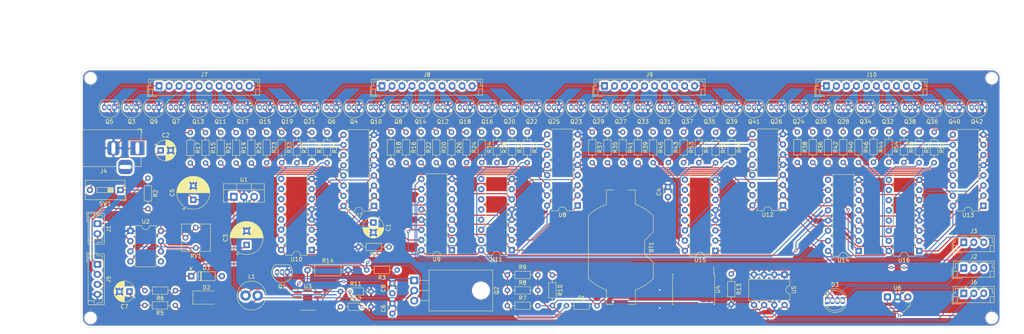
<source format=kicad_pcb>
(kicad_pcb (version 20171130) (host pcbnew 5.1.9+dfsg1-1+deb11u1)
  (layers (0 F.Cu signal) (31 B.Cu signal) (34 B.Paste user) (35 F.Paste user) (36 B.SilkS user) (37 F.SilkS user) (38 B.Mask user) (39 F.Mask user) (44 Edge.Cuts user))
  (net 0 "")
  (net 1 GND)
  (net 2 "Net-(BT1-Pad1)")
  (net 3 +5V)
  (net 4 +12V)
  (net 5 "Net-(C3-Pad1)")
  (net 6 "Net-(C6-Pad1)")
  (net 7 "Net-(C7-Pad1)")
  (net 8 "Net-(C8-Pad1)")
  (net 9 "Net-(D1-Pad2)")
  (net 10 CONSTANT_PIN)
  (net 11 BLUE_PIN)
  (net 12 GREEN_PIN)
  (net 13 "Net-(D3-Pad2)")
  (net 14 RED_PIN)
  (net 15 TIMER_PIN)
  (net 16 CLOCK_PIN)
  (net 17 DATA_PIN)
  (net 18 LATCH_PIN)
  (net 19 "Net-(J4-Pad1)")
  (net 20 BOOST_OUT)
  (net 21 IR_OUT)
  (net 22 I2C_SCL)
  (net 23 I2C_SDA)
  (net 24 NIXIE_0_P9)
  (net 25 NIXIE_0_P8)
  (net 26 NIXIE_0_P7)
  (net 27 NIXIE_0_P6)
  (net 28 NIXIE_0_P5)
  (net 29 NIXIE_0_P4)
  (net 30 NIXIE_0_P3)
  (net 31 NIXIE_0_P2)
  (net 32 NIXIE_0_P1)
  (net 33 NIXIE_0_P0)
  (net 34 NIXIE_1_P9)
  (net 35 NIXIE_1_P8)
  (net 36 NIXIE_1_P0)
  (net 37 NIXIE_1_P1)
  (net 38 NIXIE_1_P2)
  (net 39 NIXIE_1_P3)
  (net 40 NIXIE_1_P4)
  (net 41 NIXIE_1_P5)
  (net 42 NIXIE_1_P6)
  (net 43 NIXIE_1_P7)
  (net 44 NIXIE_2_P9)
  (net 45 NIXIE_2_P8)
  (net 46 NIXIE_2_P7)
  (net 47 NIXIE_2_P6)
  (net 48 NIXIE_2_P5)
  (net 49 NIXIE_2_P4)
  (net 50 NIXIE_2_P3)
  (net 51 NIXIE_2_P2)
  (net 52 NIXIE_2_P1)
  (net 53 NIXIE_2_P0)
  (net 54 NIXIE_3_P9)
  (net 55 NIXIE_3_P8)
  (net 56 NIXIE_3_P7)
  (net 57 NIXIE_3_P6)
  (net 58 NIXIE_3_P5)
  (net 59 NIXIE_3_P4)
  (net 60 NIXIE_3_P3)
  (net 61 NIXIE_3_P2)
  (net 62 NIXIE_3_P1)
  (net 63 NIXIE_3_P0)
  (net 64 SHDN_PIN)
  (net 65 "Net-(Q1-Pad2)")
  (net 66 "Net-(Q2-Pad3)")
  (net 67 "Net-(Q3-Pad2)")
  (net 68 "Net-(Q4-Pad2)")
  (net 69 "Net-(Q5-Pad2)")
  (net 70 "Net-(Q6-Pad2)")
  (net 71 "Net-(Q7-Pad2)")
  (net 72 "Net-(Q8-Pad2)")
  (net 73 "Net-(Q9-Pad2)")
  (net 74 "Net-(Q10-Pad2)")
  (net 75 "Net-(Q11-Pad2)")
  (net 76 "Net-(Q12-Pad2)")
  (net 77 "Net-(Q13-Pad2)")
  (net 78 "Net-(Q14-Pad2)")
  (net 79 "Net-(Q15-Pad2)")
  (net 80 "Net-(Q16-Pad2)")
  (net 81 "Net-(Q17-Pad2)")
  (net 82 "Net-(Q18-Pad2)")
  (net 83 "Net-(Q19-Pad2)")
  (net 84 "Net-(Q20-Pad2)")
  (net 85 "Net-(Q21-Pad2)")
  (net 86 "Net-(Q22-Pad2)")
  (net 87 "Net-(Q23-Pad2)")
  (net 88 "Net-(Q24-Pad2)")
  (net 89 "Net-(Q25-Pad2)")
  (net 90 "Net-(Q26-Pad2)")
  (net 91 "Net-(Q27-Pad2)")
  (net 92 "Net-(Q28-Pad2)")
  (net 93 "Net-(Q29-Pad2)")
  (net 94 "Net-(Q30-Pad2)")
  (net 95 "Net-(Q31-Pad2)")
  (net 96 "Net-(Q32-Pad2)")
  (net 97 "Net-(Q33-Pad2)")
  (net 98 "Net-(Q34-Pad2)")
  (net 99 "Net-(Q35-Pad2)")
  (net 100 "Net-(Q36-Pad2)")
  (net 101 "Net-(Q37-Pad2)")
  (net 102 "Net-(Q38-Pad2)")
  (net 103 "Net-(Q39-Pad2)")
  (net 104 "Net-(Q40-Pad2)")
  (net 105 "Net-(Q41-Pad2)")
  (net 106 "Net-(Q42-Pad2)")
  (net 107 "Net-(R12-Pad1)")
  (net 108 /138_0_P1)
  (net 109 /138_1_P1)
  (net 110 /138_0_P0)
  (net 111 /138_1_P0)
  (net 112 /138_0_P3)
  (net 113 /138_1_P3)
  (net 114 /138_0_P2)
  (net 115 /138_1_P2)
  (net 116 /138_0_P5)
  (net 117 /138_1_P5)
  (net 118 /138_0_P4)
  (net 119 /138_1_P4)
  (net 120 /138_0_P7)
  (net 121 /138_1_P7)
  (net 122 /138_0_P6)
  (net 123 /138_1_P6)
  (net 124 /138_2_P1)
  (net 125 /138_3_P1)
  (net 126 /138_2_P0)
  (net 127 /138_3_P0)
  (net 128 /138_2_P3)
  (net 129 /138_3_P3)
  (net 130 /138_2_P2)
  (net 131 /138_3_P2)
  (net 132 /138_2_P5)
  (net 133 /138_3_P5)
  (net 134 /138_2_P4)
  (net 135 /138_3_P4)
  (net 136 /138_2_P7)
  (net 137 /138_3_P7)
  (net 138 /138_2_P6)
  (net 139 /138_3_P6)
  (net 140 /595_0_P3)
  (net 141 /595_0_P2)
  (net 142 /595_0_P1)
  (net 143 /595_0_P0)
  (net 144 /595_0_P7)
  (net 145 /595_0_P6)
  (net 146 /595_0_P5)
  (net 147 /595_0_P4)
  (net 148 CASCADE_PIN)
  (net 149 /595_1_P3)
  (net 150 /595_1_P2)
  (net 151 /595_1_P1)
  (net 152 /595_1_P0)
  (net 153 /595_1_P7)
  (net 154 /595_1_P6)
  (net 155 /595_1_P5)
  (net 156 /595_1_P4)
  (net 157 "Net-(Q2-Pad1)")
  (net 158 "Net-(R29-Pad2)")
  (net 159 "Net-(R30-Pad2)")
  (net 160 "Net-(R31-Pad2)")
  (net 161 "Net-(R32-Pad2)")
  (net 162 "Net-(R49-Pad2)")
  (net 163 "Net-(R50-Pad2)")
  (net 164 "Net-(R51-Pad2)")
  (net 165 "Net-(R52-Pad2)")
  (module MountingHole:MountingHole_2.1mm (layer F.Cu) (at 96.9 124.4)
    (fp_text reference REF** hide)
    (fp_text value MountingHole_2.1mm)
    (pad "" np_thru_hole circle (at 0 0) (size 2.1 2.1) (drill 2.1) (layers *.Cu *.Mask))
  )
  (module MountingHole:MountingHole_2.1mm (layer F.Cu) (at 96.9 184.35)
    (fp_text reference REF** hide)
    (fp_text value MountingHole_2.1mm)
    (pad "" np_thru_hole circle (at 0 0) (size 2.1 2.1) (drill 2.1) (layers *.Cu *.Mask))
  )
  (module MountingHole:MountingHole_2.1mm (layer F.Cu) (at 321.9 184.35)
    (fp_text reference REF** hide)
    (fp_text value MountingHole_2.1mm)
    (pad "" np_thru_hole circle (at 0 0) (size 2.1 2.1) (drill 2.1) (layers *.Cu *.Mask))
  )
  (module MountingHole:MountingHole_2.1mm (layer F.Cu) (at 321.9 124.4)
    (fp_text reference REF** hide)
    (fp_text value MountingHole_2.1mm)
    (pad "" np_thru_hole circle (at 0 0) (size 2.1 2.1) (drill 2.1) (layers *.Cu *.Mask))
  )
  (module Package_DIP:DIP-16_W7.62mm (layer F.Cu) (at 288.65 167.6 180)
    (fp_text reference U14 (at 3.81 -2.33) (layer F.SilkS))
    (fp_text value 74HC595)
    (pad 1 thru_hole rect (at 0 0 180) (size 1.6 1.6) (drill 0.8) (layers *.Cu *.Mask) (net 151 /595_1_P1))
    (pad 9 thru_hole oval (at 7.62 17.78 180) (size 1.6 1.6) (drill 0.8) (layers *.Cu *.Mask))
    (pad 2 thru_hole oval (at 0 2.54 180) (size 1.6 1.6) (drill 0.8) (layers *.Cu *.Mask) (net 150 /595_1_P2))
    (pad 10 thru_hole oval (at 7.62 15.24 180) (size 1.6 1.6) (drill 0.8) (layers *.Cu *.Mask) (net 3 +5V))
    (pad 3 thru_hole oval (at 0 5.08 180) (size 1.6 1.6) (drill 0.8) (layers *.Cu *.Mask) (net 149 /595_1_P3))
    (pad 11 thru_hole oval (at 7.62 12.7 180) (size 1.6 1.6) (drill 0.8) (layers *.Cu *.Mask) (net 16 CLOCK_PIN))
    (pad 4 thru_hole oval (at 0 7.62 180) (size 1.6 1.6) (drill 0.8) (layers *.Cu *.Mask) (net 156 /595_1_P4))
    (pad 12 thru_hole oval (at 7.62 10.16 180) (size 1.6 1.6) (drill 0.8) (layers *.Cu *.Mask) (net 18 LATCH_PIN))
    (pad 5 thru_hole oval (at 0 10.16 180) (size 1.6 1.6) (drill 0.8) (layers *.Cu *.Mask) (net 155 /595_1_P5))
    (pad 13 thru_hole oval (at 7.62 7.62 180) (size 1.6 1.6) (drill 0.8) (layers *.Cu *.Mask) (net 1 GND))
    (pad 6 thru_hole oval (at 0 12.7 180) (size 1.6 1.6) (drill 0.8) (layers *.Cu *.Mask) (net 154 /595_1_P6))
    (pad 14 thru_hole oval (at 7.62 5.08 180) (size 1.6 1.6) (drill 0.8) (layers *.Cu *.Mask) (net 148 CASCADE_PIN))
    (pad 7 thru_hole oval (at 0 15.24 180) (size 1.6 1.6) (drill 0.8) (layers *.Cu *.Mask) (net 153 /595_1_P7))
    (pad 15 thru_hole oval (at 7.62 2.54 180) (size 1.6 1.6) (drill 0.8) (layers *.Cu *.Mask) (net 152 /595_1_P0))
    (pad 8 thru_hole oval (at 0 17.78 180) (size 1.6 1.6) (drill 0.8) (layers *.Cu *.Mask) (net 1 GND))
    (pad 16 thru_hole oval (at 7.62 0 180) (size 1.6 1.6) (drill 0.8) (layers *.Cu *.Mask) (net 3 +5V))
  )
  (module Connector_JST:JST_EH_B10B-EH-A_1x10_P2.50mm_Vertical (layer F.Cu) (at 280.6 126.35)
    (fp_text reference J10 (at 11.25 -2.8) (layer F.SilkS))
    (fp_text value Conn_01x10)
    (pad 10 thru_hole oval (at 22.5 0) (size 1.7 1.95) (drill 0.95) (layers *.Cu *.Mask) (net 54 NIXIE_3_P9))
    (pad 9 thru_hole oval (at 20 0) (size 1.7 1.95) (drill 0.95) (layers *.Cu *.Mask) (net 55 NIXIE_3_P8))
    (pad 8 thru_hole oval (at 17.5 0) (size 1.7 1.95) (drill 0.95) (layers *.Cu *.Mask) (net 56 NIXIE_3_P7))
    (pad 7 thru_hole oval (at 15 0) (size 1.7 1.95) (drill 0.95) (layers *.Cu *.Mask) (net 57 NIXIE_3_P6))
    (pad 6 thru_hole oval (at 12.5 0) (size 1.7 1.95) (drill 0.95) (layers *.Cu *.Mask) (net 58 NIXIE_3_P5))
    (pad 5 thru_hole oval (at 10 0) (size 1.7 1.95) (drill 0.95) (layers *.Cu *.Mask) (net 59 NIXIE_3_P4))
    (pad 4 thru_hole oval (at 7.5 0) (size 1.7 1.95) (drill 0.95) (layers *.Cu *.Mask) (net 60 NIXIE_3_P3))
    (pad 3 thru_hole oval (at 5 0) (size 1.7 1.95) (drill 0.95) (layers *.Cu *.Mask) (net 61 NIXIE_3_P2))
    (pad 2 thru_hole oval (at 2.5 0) (size 1.7 1.95) (drill 0.95) (layers *.Cu *.Mask) (net 62 NIXIE_3_P1))
    (pad 1 thru_hole roundrect (at 0 0) (size 1.7 1.95) (drill 0.95) (layers *.Cu *.Mask) (roundrect_rratio 0.1470588235294118) (net 63 NIXIE_3_P0))
  )
  (module Connector_JST:JST_EH_B10B-EH-A_1x10_P2.50mm_Vertical (layer F.Cu) (at 225.2 126.35)
    (fp_text reference J9 (at 11.25 -2.8) (layer F.SilkS))
    (fp_text value Conn_01x10)
    (pad 10 thru_hole oval (at 22.5 0) (size 1.7 1.95) (drill 0.95) (layers *.Cu *.Mask) (net 44 NIXIE_2_P9))
    (pad 9 thru_hole oval (at 20 0) (size 1.7 1.95) (drill 0.95) (layers *.Cu *.Mask) (net 45 NIXIE_2_P8))
    (pad 8 thru_hole oval (at 17.5 0) (size 1.7 1.95) (drill 0.95) (layers *.Cu *.Mask) (net 46 NIXIE_2_P7))
    (pad 7 thru_hole oval (at 15 0) (size 1.7 1.95) (drill 0.95) (layers *.Cu *.Mask) (net 47 NIXIE_2_P6))
    (pad 6 thru_hole oval (at 12.5 0) (size 1.7 1.95) (drill 0.95) (layers *.Cu *.Mask) (net 48 NIXIE_2_P5))
    (pad 5 thru_hole oval (at 10 0) (size 1.7 1.95) (drill 0.95) (layers *.Cu *.Mask) (net 49 NIXIE_2_P4))
    (pad 4 thru_hole oval (at 7.5 0) (size 1.7 1.95) (drill 0.95) (layers *.Cu *.Mask) (net 50 NIXIE_2_P3))
    (pad 3 thru_hole oval (at 5 0) (size 1.7 1.95) (drill 0.95) (layers *.Cu *.Mask) (net 51 NIXIE_2_P2))
    (pad 2 thru_hole oval (at 2.5 0) (size 1.7 1.95) (drill 0.95) (layers *.Cu *.Mask) (net 52 NIXIE_2_P1))
    (pad 1 thru_hole roundrect (at 0 0) (size 1.7 1.95) (drill 0.95) (layers *.Cu *.Mask) (roundrect_rratio 0.1470588235294118) (net 53 NIXIE_2_P0))
  )
  (module Connector_JST:JST_EH_B10B-EH-A_1x10_P2.50mm_Vertical (layer F.Cu) (at 169.65 126.35)
    (fp_text reference J8 (at 11.25 -2.8) (layer F.SilkS))
    (fp_text value Conn_01x10)
    (pad 10 thru_hole oval (at 22.5 0) (size 1.7 1.95) (drill 0.95) (layers *.Cu *.Mask) (net 34 NIXIE_1_P9))
    (pad 9 thru_hole oval (at 20 0) (size 1.7 1.95) (drill 0.95) (layers *.Cu *.Mask) (net 35 NIXIE_1_P8))
    (pad 8 thru_hole oval (at 17.5 0) (size 1.7 1.95) (drill 0.95) (layers *.Cu *.Mask) (net 43 NIXIE_1_P7))
    (pad 7 thru_hole oval (at 15 0) (size 1.7 1.95) (drill 0.95) (layers *.Cu *.Mask) (net 42 NIXIE_1_P6))
    (pad 6 thru_hole oval (at 12.5 0) (size 1.7 1.95) (drill 0.95) (layers *.Cu *.Mask) (net 41 NIXIE_1_P5))
    (pad 5 thru_hole oval (at 10 0) (size 1.7 1.95) (drill 0.95) (layers *.Cu *.Mask) (net 40 NIXIE_1_P4))
    (pad 4 thru_hole oval (at 7.5 0) (size 1.7 1.95) (drill 0.95) (layers *.Cu *.Mask) (net 39 NIXIE_1_P3))
    (pad 3 thru_hole oval (at 5 0) (size 1.7 1.95) (drill 0.95) (layers *.Cu *.Mask) (net 38 NIXIE_1_P2))
    (pad 2 thru_hole oval (at 2.5 0) (size 1.7 1.95) (drill 0.95) (layers *.Cu *.Mask) (net 37 NIXIE_1_P1))
    (pad 1 thru_hole roundrect (at 0 0) (size 1.7 1.95) (drill 0.95) (layers *.Cu *.Mask) (roundrect_rratio 0.1470588235294118) (net 36 NIXIE_1_P0))
  )
  (module Connector_JST:JST_EH_B10B-EH-A_1x10_P2.50mm_Vertical (layer F.Cu) (at 114 126.35)
    (fp_text reference J7 (at 11.25 -2.8) (layer F.SilkS))
    (fp_text value Conn_01x10)
    (pad 10 thru_hole oval (at 22.5 0) (size 1.7 1.95) (drill 0.95) (layers *.Cu *.Mask) (net 24 NIXIE_0_P9))
    (pad 9 thru_hole oval (at 20 0) (size 1.7 1.95) (drill 0.95) (layers *.Cu *.Mask) (net 25 NIXIE_0_P8))
    (pad 8 thru_hole oval (at 17.5 0) (size 1.7 1.95) (drill 0.95) (layers *.Cu *.Mask) (net 26 NIXIE_0_P7))
    (pad 7 thru_hole oval (at 15 0) (size 1.7 1.95) (drill 0.95) (layers *.Cu *.Mask) (net 27 NIXIE_0_P6))
    (pad 6 thru_hole oval (at 12.5 0) (size 1.7 1.95) (drill 0.95) (layers *.Cu *.Mask) (net 28 NIXIE_0_P5))
    (pad 5 thru_hole oval (at 10 0) (size 1.7 1.95) (drill 0.95) (layers *.Cu *.Mask) (net 29 NIXIE_0_P4))
    (pad 4 thru_hole oval (at 7.5 0) (size 1.7 1.95) (drill 0.95) (layers *.Cu *.Mask) (net 30 NIXIE_0_P3))
    (pad 3 thru_hole oval (at 5 0) (size 1.7 1.95) (drill 0.95) (layers *.Cu *.Mask) (net 31 NIXIE_0_P2))
    (pad 2 thru_hole oval (at 2.5 0) (size 1.7 1.95) (drill 0.95) (layers *.Cu *.Mask) (net 32 NIXIE_0_P1))
    (pad 1 thru_hole roundrect (at 0 0) (size 1.7 1.95) (drill 0.95) (layers *.Cu *.Mask) (roundrect_rratio 0.1470588235294118) (net 33 NIXIE_0_P0))
  )
  (module Connector_JST:JST_EH_B3B-EH-A_1x03_P2.50mm_Vertical (layer F.Cu) (at 314.9 178.2)
    (fp_text reference J6 (at 2.5 -2.8) (layer F.SilkS))
    (fp_text value Conn_01x03)
    (pad 3 thru_hole oval (at 5 0) (size 1.7 1.95) (drill 0.95) (layers *.Cu *.Mask) (net 21 IR_OUT))
    (pad 2 thru_hole oval (at 2.5 0) (size 1.7 1.95) (drill 0.95) (layers *.Cu *.Mask) (net 23 I2C_SDA))
    (pad 1 thru_hole roundrect (at 0 0) (size 1.7 1.95) (drill 0.95) (layers *.Cu *.Mask) (roundrect_rratio 0.1470588235294118) (net 22 I2C_SCL))
  )
  (module Connector_JST:JST_EH_B4B-EH-A_1x04_P2.50mm_Vertical (layer F.Cu) (at 98.6 170.95 270)
    (fp_text reference J5 (at 3.75 -2.8 90) (layer F.SilkS))
    (fp_text value Conn_01x04)
    (pad 4 thru_hole oval (at 7.5 0 270) (size 1.7 1.95) (drill 0.95) (layers *.Cu *.Mask) (net 1 GND))
    (pad 3 thru_hole oval (at 5 0 270) (size 1.7 1.95) (drill 0.95) (layers *.Cu *.Mask) (net 20 BOOST_OUT))
    (pad 2 thru_hole oval (at 2.5 0 270) (size 1.7 1.95) (drill 0.95) (layers *.Cu *.Mask) (net 4 +12V))
    (pad 1 thru_hole roundrect (at 0 0 270) (size 1.7 1.95) (drill 0.95) (layers *.Cu *.Mask) (roundrect_rratio 0.1470588235294118) (net 3 +5V))
  )
  (module Connector_JST:JST_EH_B3B-EH-A_1x03_P2.50mm_Vertical (layer F.Cu) (at 314.9 165.45)
    (fp_text reference J3 (at 2.5 -2.8) (layer F.SilkS))
    (fp_text value Conn_01x03)
    (pad 3 thru_hole oval (at 5 0) (size 1.7 1.95) (drill 0.95) (layers *.Cu *.Mask) (net 16 CLOCK_PIN))
    (pad 2 thru_hole oval (at 2.5 0) (size 1.7 1.95) (drill 0.95) (layers *.Cu *.Mask) (net 17 DATA_PIN))
    (pad 1 thru_hole roundrect (at 0 0) (size 1.7 1.95) (drill 0.95) (layers *.Cu *.Mask) (roundrect_rratio 0.1470588235294118) (net 18 LATCH_PIN))
  )
  (module Connector_JST:JST_EH_B3B-EH-A_1x03_P2.50mm_Vertical (layer F.Cu) (at 314.9 171.85)
    (fp_text reference J2 (at 2.5 -2.8) (layer F.SilkS))
    (fp_text value Conn_01x03)
    (pad 3 thru_hole oval (at 5 0) (size 1.7 1.95) (drill 0.95) (layers *.Cu *.Mask) (net 11 BLUE_PIN))
    (pad 2 thru_hole oval (at 2.5 0) (size 1.7 1.95) (drill 0.95) (layers *.Cu *.Mask) (net 12 GREEN_PIN))
    (pad 1 thru_hole roundrect (at 0 0) (size 1.7 1.95) (drill 0.95) (layers *.Cu *.Mask) (roundrect_rratio 0.1470588235294118) (net 14 RED_PIN))
  )
  (module Connector_JST:JST_EH_B2B-EH-A_1x02_P2.50mm_Vertical (layer F.Cu) (at 98.6 160.8 270)
    (fp_text reference J1 (at 1.25 -2.8 90) (layer F.SilkS))
    (fp_text value Conn_01x02)
    (pad 2 thru_hole oval (at 2.5 0 270) (size 1.7 2) (drill 1) (layers *.Cu *.Mask) (net 10 CONSTANT_PIN))
    (pad 1 thru_hole roundrect (at 0 0 270) (size 1.7 2) (drill 1) (layers *.Cu *.Mask) (roundrect_rratio 0.1470588235294118) (net 15 TIMER_PIN))
  )
  (module Capacitor_THT:C_Disc_D3.0mm_W2.0mm_P2.50mm (layer F.Cu) (at 172.25 183.25 90)
    (fp_text reference C6 (at 1.25 -2.25 90) (layer F.SilkS))
    (fp_text value 0.1uF)
    (pad 2 thru_hole circle (at 2.5 0 90) (size 1.6 1.6) (drill 0.8) (layers *.Cu *.Mask) (net 1 GND))
    (pad 1 thru_hole circle (at 0 0 90) (size 1.6 1.6) (drill 0.8) (layers *.Cu *.Mask) (net 6 "Net-(C6-Pad1)"))
  )
  (module Package_DIP:DIP-16_W7.62mm (layer F.Cu) (at 269.75 156.2 180)
    (fp_text reference U12 (at 3.81 -2.33) (layer F.SilkS))
    (fp_text value 74LS138)
    (pad 16 thru_hole oval (at 7.62 0 180) (size 1.6 1.6) (drill 0.8) (layers *.Cu *.Mask) (net 3 +5V))
    (pad 8 thru_hole oval (at 0 17.78 180) (size 1.6 1.6) (drill 0.8) (layers *.Cu *.Mask) (net 1 GND))
    (pad 15 thru_hole oval (at 7.62 2.54 180) (size 1.6 1.6) (drill 0.8) (layers *.Cu *.Mask) (net 126 /138_2_P0))
    (pad 7 thru_hole oval (at 0 15.24 180) (size 1.6 1.6) (drill 0.8) (layers *.Cu *.Mask) (net 136 /138_2_P7))
    (pad 14 thru_hole oval (at 7.62 5.08 180) (size 1.6 1.6) (drill 0.8) (layers *.Cu *.Mask) (net 124 /138_2_P1))
    (pad 6 thru_hole oval (at 0 12.7 180) (size 1.6 1.6) (drill 0.8) (layers *.Cu *.Mask) (net 3 +5V))
    (pad 13 thru_hole oval (at 7.62 7.62 180) (size 1.6 1.6) (drill 0.8) (layers *.Cu *.Mask) (net 130 /138_2_P2))
    (pad 5 thru_hole oval (at 0 10.16 180) (size 1.6 1.6) (drill 0.8) (layers *.Cu *.Mask) (net 1 GND))
    (pad 12 thru_hole oval (at 7.62 10.16 180) (size 1.6 1.6) (drill 0.8) (layers *.Cu *.Mask) (net 128 /138_2_P3))
    (pad 4 thru_hole oval (at 0 7.62 180) (size 1.6 1.6) (drill 0.8) (layers *.Cu *.Mask) (net 149 /595_1_P3))
    (pad 11 thru_hole oval (at 7.62 12.7 180) (size 1.6 1.6) (drill 0.8) (layers *.Cu *.Mask) (net 134 /138_2_P4))
    (pad 3 thru_hole oval (at 0 5.08 180) (size 1.6 1.6) (drill 0.8) (layers *.Cu *.Mask) (net 150 /595_1_P2))
    (pad 10 thru_hole oval (at 7.62 15.24 180) (size 1.6 1.6) (drill 0.8) (layers *.Cu *.Mask) (net 132 /138_2_P5))
    (pad 2 thru_hole oval (at 0 2.54 180) (size 1.6 1.6) (drill 0.8) (layers *.Cu *.Mask) (net 151 /595_1_P1))
    (pad 9 thru_hole oval (at 7.62 17.78 180) (size 1.6 1.6) (drill 0.8) (layers *.Cu *.Mask) (net 138 /138_2_P6))
    (pad 1 thru_hole rect (at 0 0 180) (size 1.6 1.6) (drill 0.8) (layers *.Cu *.Mask) (net 152 /595_1_P0))
  )
  (module Package_DIP:DIP-16_W7.62mm (layer F.Cu) (at 167.65 156.35 180)
    (fp_text reference U7 (at 3.81 -2.33) (layer F.SilkS))
    (fp_text value 74LS138)
    (pad 16 thru_hole oval (at 7.62 0 180) (size 1.6 1.6) (drill 0.8) (layers *.Cu *.Mask) (net 3 +5V))
    (pad 8 thru_hole oval (at 0 17.78 180) (size 1.6 1.6) (drill 0.8) (layers *.Cu *.Mask) (net 1 GND))
    (pad 15 thru_hole oval (at 7.62 2.54 180) (size 1.6 1.6) (drill 0.8) (layers *.Cu *.Mask) (net 110 /138_0_P0))
    (pad 7 thru_hole oval (at 0 15.24 180) (size 1.6 1.6) (drill 0.8) (layers *.Cu *.Mask) (net 120 /138_0_P7))
    (pad 14 thru_hole oval (at 7.62 5.08 180) (size 1.6 1.6) (drill 0.8) (layers *.Cu *.Mask) (net 108 /138_0_P1))
    (pad 6 thru_hole oval (at 0 12.7 180) (size 1.6 1.6) (drill 0.8) (layers *.Cu *.Mask) (net 3 +5V))
    (pad 13 thru_hole oval (at 7.62 7.62 180) (size 1.6 1.6) (drill 0.8) (layers *.Cu *.Mask) (net 114 /138_0_P2))
    (pad 5 thru_hole oval (at 0 10.16 180) (size 1.6 1.6) (drill 0.8) (layers *.Cu *.Mask) (net 1 GND))
    (pad 12 thru_hole oval (at 7.62 10.16 180) (size 1.6 1.6) (drill 0.8) (layers *.Cu *.Mask) (net 112 /138_0_P3))
    (pad 4 thru_hole oval (at 0 7.62 180) (size 1.6 1.6) (drill 0.8) (layers *.Cu *.Mask) (net 140 /595_0_P3))
    (pad 11 thru_hole oval (at 7.62 12.7 180) (size 1.6 1.6) (drill 0.8) (layers *.Cu *.Mask) (net 118 /138_0_P4))
    (pad 3 thru_hole oval (at 0 5.08 180) (size 1.6 1.6) (drill 0.8) (layers *.Cu *.Mask) (net 141 /595_0_P2))
    (pad 10 thru_hole oval (at 7.62 15.24 180) (size 1.6 1.6) (drill 0.8) (layers *.Cu *.Mask) (net 116 /138_0_P5))
    (pad 2 thru_hole oval (at 0 2.54 180) (size 1.6 1.6) (drill 0.8) (layers *.Cu *.Mask) (net 142 /595_0_P1))
    (pad 9 thru_hole oval (at 7.62 17.78 180) (size 1.6 1.6) (drill 0.8) (layers *.Cu *.Mask) (net 122 /138_0_P6))
    (pad 1 thru_hole rect (at 0 0 180) (size 1.6 1.6) (drill 0.8) (layers *.Cu *.Mask) (net 143 /595_0_P0))
  )
  (module Package_TO_SOT_THT:TO-220-3_Horizontal_TabDown (layer F.Cu) (at 177.7 174.95 270)
    (fp_text reference Q2 (at 2.54 -20.58 90) (layer F.SilkS))
    (fp_text value IRFB4620)
    (pad "" np_thru_hole oval (at 2.54 -16.66 270) (size 3.5 3.5) (drill 3.5) (layers *.Cu *.Mask))
    (pad 1 thru_hole rect (at 0 0 270) (size 1.905 2) (drill 1.1) (layers *.Cu *.Mask) (net 157 "Net-(Q2-Pad1)"))
    (pad 2 thru_hole oval (at 2.54 0 270) (size 1.905 2) (drill 1.1) (layers *.Cu *.Mask) (net 6 "Net-(C6-Pad1)"))
    (pad 3 thru_hole oval (at 5.08 0 270) (size 1.905 2) (drill 1.1) (layers *.Cu *.Mask) (net 66 "Net-(Q2-Pad3)"))
  )
  (module Package_DIP:DIP-16_W7.62mm (layer F.Cu) (at 303.8 167.6 180)
    (fp_text reference U16 (at 3.81 -2.33) (layer F.SilkS))
    (fp_text value 74LS138)
    (pad 1 thru_hole rect (at 0 0 180) (size 1.6 1.6) (drill 0.8) (layers *.Cu *.Mask) (net 156 /595_1_P4))
    (pad 9 thru_hole oval (at 7.62 17.78 180) (size 1.6 1.6) (drill 0.8) (layers *.Cu *.Mask))
    (pad 2 thru_hole oval (at 0 2.54 180) (size 1.6 1.6) (drill 0.8) (layers *.Cu *.Mask) (net 155 /595_1_P5))
    (pad 10 thru_hole oval (at 7.62 15.24 180) (size 1.6 1.6) (drill 0.8) (layers *.Cu *.Mask))
    (pad 3 thru_hole oval (at 0 5.08 180) (size 1.6 1.6) (drill 0.8) (layers *.Cu *.Mask) (net 154 /595_1_P6))
    (pad 11 thru_hole oval (at 7.62 12.7 180) (size 1.6 1.6) (drill 0.8) (layers *.Cu *.Mask))
    (pad 4 thru_hole oval (at 0 7.62 180) (size 1.6 1.6) (drill 0.8) (layers *.Cu *.Mask) (net 1 GND))
    (pad 12 thru_hole oval (at 7.62 10.16 180) (size 1.6 1.6) (drill 0.8) (layers *.Cu *.Mask))
    (pad 5 thru_hole oval (at 0 10.16 180) (size 1.6 1.6) (drill 0.8) (layers *.Cu *.Mask) (net 1 GND))
    (pad 13 thru_hole oval (at 7.62 7.62 180) (size 1.6 1.6) (drill 0.8) (layers *.Cu *.Mask))
    (pad 6 thru_hole oval (at 0 12.7 180) (size 1.6 1.6) (drill 0.8) (layers *.Cu *.Mask) (net 153 /595_1_P7))
    (pad 14 thru_hole oval (at 7.62 5.08 180) (size 1.6 1.6) (drill 0.8) (layers *.Cu *.Mask) (net 164 "Net-(R51-Pad2)"))
    (pad 7 thru_hole oval (at 0 15.24 180) (size 1.6 1.6) (drill 0.8) (layers *.Cu *.Mask))
    (pad 15 thru_hole oval (at 7.62 2.54 180) (size 1.6 1.6) (drill 0.8) (layers *.Cu *.Mask) (net 165 "Net-(R52-Pad2)"))
    (pad 8 thru_hole oval (at 0 17.78 180) (size 1.6 1.6) (drill 0.8) (layers *.Cu *.Mask) (net 1 GND))
    (pad 16 thru_hole oval (at 7.62 0 180) (size 1.6 1.6) (drill 0.8) (layers *.Cu *.Mask) (net 3 +5V))
  )
  (module Package_DIP:DIP-16_W7.62mm (layer F.Cu) (at 252.9 167.55 180)
    (fp_text reference U15 (at 3.81 -2.33) (layer F.SilkS))
    (fp_text value 74LS138)
    (pad 1 thru_hole rect (at 0 0 180) (size 1.6 1.6) (drill 0.8) (layers *.Cu *.Mask) (net 152 /595_1_P0))
    (pad 9 thru_hole oval (at 7.62 17.78 180) (size 1.6 1.6) (drill 0.8) (layers *.Cu *.Mask))
    (pad 2 thru_hole oval (at 0 2.54 180) (size 1.6 1.6) (drill 0.8) (layers *.Cu *.Mask) (net 151 /595_1_P1))
    (pad 10 thru_hole oval (at 7.62 15.24 180) (size 1.6 1.6) (drill 0.8) (layers *.Cu *.Mask))
    (pad 3 thru_hole oval (at 0 5.08 180) (size 1.6 1.6) (drill 0.8) (layers *.Cu *.Mask) (net 150 /595_1_P2))
    (pad 11 thru_hole oval (at 7.62 12.7 180) (size 1.6 1.6) (drill 0.8) (layers *.Cu *.Mask))
    (pad 4 thru_hole oval (at 0 7.62 180) (size 1.6 1.6) (drill 0.8) (layers *.Cu *.Mask) (net 1 GND))
    (pad 12 thru_hole oval (at 7.62 10.16 180) (size 1.6 1.6) (drill 0.8) (layers *.Cu *.Mask))
    (pad 5 thru_hole oval (at 0 10.16 180) (size 1.6 1.6) (drill 0.8) (layers *.Cu *.Mask) (net 1 GND))
    (pad 13 thru_hole oval (at 7.62 7.62 180) (size 1.6 1.6) (drill 0.8) (layers *.Cu *.Mask))
    (pad 6 thru_hole oval (at 0 12.7 180) (size 1.6 1.6) (drill 0.8) (layers *.Cu *.Mask) (net 149 /595_1_P3))
    (pad 14 thru_hole oval (at 7.62 5.08 180) (size 1.6 1.6) (drill 0.8) (layers *.Cu *.Mask) (net 162 "Net-(R49-Pad2)"))
    (pad 7 thru_hole oval (at 0 15.24 180) (size 1.6 1.6) (drill 0.8) (layers *.Cu *.Mask))
    (pad 15 thru_hole oval (at 7.62 2.54 180) (size 1.6 1.6) (drill 0.8) (layers *.Cu *.Mask) (net 163 "Net-(R50-Pad2)"))
    (pad 8 thru_hole oval (at 0 17.78 180) (size 1.6 1.6) (drill 0.8) (layers *.Cu *.Mask) (net 1 GND))
    (pad 16 thru_hole oval (at 7.62 0 180) (size 1.6 1.6) (drill 0.8) (layers *.Cu *.Mask) (net 3 +5V))
  )
  (module Package_DIP:DIP-16_W7.62mm (layer F.Cu) (at 319.8 156.3 180)
    (fp_text reference U13 (at 3.81 -2.33) (layer F.SilkS))
    (fp_text value 74LS138)
    (pad 16 thru_hole oval (at 7.62 0 180) (size 1.6 1.6) (drill 0.8) (layers *.Cu *.Mask) (net 3 +5V))
    (pad 8 thru_hole oval (at 0 17.78 180) (size 1.6 1.6) (drill 0.8) (layers *.Cu *.Mask) (net 1 GND))
    (pad 15 thru_hole oval (at 7.62 2.54 180) (size 1.6 1.6) (drill 0.8) (layers *.Cu *.Mask) (net 127 /138_3_P0))
    (pad 7 thru_hole oval (at 0 15.24 180) (size 1.6 1.6) (drill 0.8) (layers *.Cu *.Mask) (net 137 /138_3_P7))
    (pad 14 thru_hole oval (at 7.62 5.08 180) (size 1.6 1.6) (drill 0.8) (layers *.Cu *.Mask) (net 125 /138_3_P1))
    (pad 6 thru_hole oval (at 0 12.7 180) (size 1.6 1.6) (drill 0.8) (layers *.Cu *.Mask) (net 3 +5V))
    (pad 13 thru_hole oval (at 7.62 7.62 180) (size 1.6 1.6) (drill 0.8) (layers *.Cu *.Mask) (net 131 /138_3_P2))
    (pad 5 thru_hole oval (at 0 10.16 180) (size 1.6 1.6) (drill 0.8) (layers *.Cu *.Mask) (net 1 GND))
    (pad 12 thru_hole oval (at 7.62 10.16 180) (size 1.6 1.6) (drill 0.8) (layers *.Cu *.Mask) (net 129 /138_3_P3))
    (pad 4 thru_hole oval (at 0 7.62 180) (size 1.6 1.6) (drill 0.8) (layers *.Cu *.Mask) (net 153 /595_1_P7))
    (pad 11 thru_hole oval (at 7.62 12.7 180) (size 1.6 1.6) (drill 0.8) (layers *.Cu *.Mask) (net 135 /138_3_P4))
    (pad 3 thru_hole oval (at 0 5.08 180) (size 1.6 1.6) (drill 0.8) (layers *.Cu *.Mask) (net 154 /595_1_P6))
    (pad 10 thru_hole oval (at 7.62 15.24 180) (size 1.6 1.6) (drill 0.8) (layers *.Cu *.Mask) (net 133 /138_3_P5))
    (pad 2 thru_hole oval (at 0 2.54 180) (size 1.6 1.6) (drill 0.8) (layers *.Cu *.Mask) (net 155 /595_1_P5))
    (pad 9 thru_hole oval (at 7.62 17.78 180) (size 1.6 1.6) (drill 0.8) (layers *.Cu *.Mask) (net 139 /138_3_P6))
    (pad 1 thru_hole rect (at 0 0 180) (size 1.6 1.6) (drill 0.8) (layers *.Cu *.Mask) (net 156 /595_1_P4))
  )
  (module Package_DIP:DIP-16_W7.62mm (layer F.Cu) (at 202.05 167.4 180)
    (fp_text reference U11 (at 3.81 -2.33) (layer F.SilkS))
    (fp_text value 74LS138)
    (pad 1 thru_hole rect (at 0 0 180) (size 1.6 1.6) (drill 0.8) (layers *.Cu *.Mask) (net 147 /595_0_P4))
    (pad 9 thru_hole oval (at 7.62 17.78 180) (size 1.6 1.6) (drill 0.8) (layers *.Cu *.Mask))
    (pad 2 thru_hole oval (at 0 2.54 180) (size 1.6 1.6) (drill 0.8) (layers *.Cu *.Mask) (net 146 /595_0_P5))
    (pad 10 thru_hole oval (at 7.62 15.24 180) (size 1.6 1.6) (drill 0.8) (layers *.Cu *.Mask))
    (pad 3 thru_hole oval (at 0 5.08 180) (size 1.6 1.6) (drill 0.8) (layers *.Cu *.Mask) (net 145 /595_0_P6))
    (pad 11 thru_hole oval (at 7.62 12.7 180) (size 1.6 1.6) (drill 0.8) (layers *.Cu *.Mask))
    (pad 4 thru_hole oval (at 0 7.62 180) (size 1.6 1.6) (drill 0.8) (layers *.Cu *.Mask) (net 1 GND))
    (pad 12 thru_hole oval (at 7.62 10.16 180) (size 1.6 1.6) (drill 0.8) (layers *.Cu *.Mask))
    (pad 5 thru_hole oval (at 0 10.16 180) (size 1.6 1.6) (drill 0.8) (layers *.Cu *.Mask) (net 1 GND))
    (pad 13 thru_hole oval (at 7.62 7.62 180) (size 1.6 1.6) (drill 0.8) (layers *.Cu *.Mask))
    (pad 6 thru_hole oval (at 0 12.7 180) (size 1.6 1.6) (drill 0.8) (layers *.Cu *.Mask) (net 144 /595_0_P7))
    (pad 14 thru_hole oval (at 7.62 5.08 180) (size 1.6 1.6) (drill 0.8) (layers *.Cu *.Mask) (net 160 "Net-(R31-Pad2)"))
    (pad 7 thru_hole oval (at 0 15.24 180) (size 1.6 1.6) (drill 0.8) (layers *.Cu *.Mask))
    (pad 15 thru_hole oval (at 7.62 2.54 180) (size 1.6 1.6) (drill 0.8) (layers *.Cu *.Mask) (net 161 "Net-(R32-Pad2)"))
    (pad 8 thru_hole oval (at 0 17.78 180) (size 1.6 1.6) (drill 0.8) (layers *.Cu *.Mask) (net 1 GND))
    (pad 16 thru_hole oval (at 7.62 0 180) (size 1.6 1.6) (drill 0.8) (layers *.Cu *.Mask) (net 3 +5V))
  )
  (module Package_DIP:DIP-16_W7.62mm (layer F.Cu) (at 152.1 167.35 180)
    (fp_text reference U10 (at 3.81 -2.33) (layer F.SilkS))
    (fp_text value 74LS138)
    (pad 1 thru_hole rect (at 0 0 180) (size 1.6 1.6) (drill 0.8) (layers *.Cu *.Mask) (net 143 /595_0_P0))
    (pad 9 thru_hole oval (at 7.62 17.78 180) (size 1.6 1.6) (drill 0.8) (layers *.Cu *.Mask))
    (pad 2 thru_hole oval (at 0 2.54 180) (size 1.6 1.6) (drill 0.8) (layers *.Cu *.Mask) (net 142 /595_0_P1))
    (pad 10 thru_hole oval (at 7.62 15.24 180) (size 1.6 1.6) (drill 0.8) (layers *.Cu *.Mask))
    (pad 3 thru_hole oval (at 0 5.08 180) (size 1.6 1.6) (drill 0.8) (layers *.Cu *.Mask) (net 141 /595_0_P2))
    (pad 11 thru_hole oval (at 7.62 12.7 180) (size 1.6 1.6) (drill 0.8) (layers *.Cu *.Mask))
    (pad 4 thru_hole oval (at 0 7.62 180) (size 1.6 1.6) (drill 0.8) (layers *.Cu *.Mask) (net 1 GND))
    (pad 12 thru_hole oval (at 7.62 10.16 180) (size 1.6 1.6) (drill 0.8) (layers *.Cu *.Mask))
    (pad 5 thru_hole oval (at 0 10.16 180) (size 1.6 1.6) (drill 0.8) (layers *.Cu *.Mask) (net 1 GND))
    (pad 13 thru_hole oval (at 7.62 7.62 180) (size 1.6 1.6) (drill 0.8) (layers *.Cu *.Mask))
    (pad 6 thru_hole oval (at 0 12.7 180) (size 1.6 1.6) (drill 0.8) (layers *.Cu *.Mask) (net 140 /595_0_P3))
    (pad 14 thru_hole oval (at 7.62 5.08 180) (size 1.6 1.6) (drill 0.8) (layers *.Cu *.Mask) (net 158 "Net-(R29-Pad2)"))
    (pad 7 thru_hole oval (at 0 15.24 180) (size 1.6 1.6) (drill 0.8) (layers *.Cu *.Mask))
    (pad 15 thru_hole oval (at 7.62 2.54 180) (size 1.6 1.6) (drill 0.8) (layers *.Cu *.Mask) (net 159 "Net-(R30-Pad2)"))
    (pad 8 thru_hole oval (at 0 17.78 180) (size 1.6 1.6) (drill 0.8) (layers *.Cu *.Mask) (net 1 GND))
    (pad 16 thru_hole oval (at 7.62 0 180) (size 1.6 1.6) (drill 0.8) (layers *.Cu *.Mask) (net 3 +5V))
  )
  (module Package_DIP:DIP-16_W7.62mm (layer F.Cu) (at 187.1 167.4 180)
    (fp_text reference U9 (at 3.81 -2.33) (layer F.SilkS))
    (fp_text value 74HC595)
    (pad 1 thru_hole rect (at 0 0 180) (size 1.6 1.6) (drill 0.8) (layers *.Cu *.Mask) (net 142 /595_0_P1))
    (pad 9 thru_hole oval (at 7.62 17.78 180) (size 1.6 1.6) (drill 0.8) (layers *.Cu *.Mask) (net 148 CASCADE_PIN))
    (pad 2 thru_hole oval (at 0 2.54 180) (size 1.6 1.6) (drill 0.8) (layers *.Cu *.Mask) (net 141 /595_0_P2))
    (pad 10 thru_hole oval (at 7.62 15.24 180) (size 1.6 1.6) (drill 0.8) (layers *.Cu *.Mask) (net 3 +5V))
    (pad 3 thru_hole oval (at 0 5.08 180) (size 1.6 1.6) (drill 0.8) (layers *.Cu *.Mask) (net 140 /595_0_P3))
    (pad 11 thru_hole oval (at 7.62 12.7 180) (size 1.6 1.6) (drill 0.8) (layers *.Cu *.Mask) (net 16 CLOCK_PIN))
    (pad 4 thru_hole oval (at 0 7.62 180) (size 1.6 1.6) (drill 0.8) (layers *.Cu *.Mask) (net 147 /595_0_P4))
    (pad 12 thru_hole oval (at 7.62 10.16 180) (size 1.6 1.6) (drill 0.8) (layers *.Cu *.Mask) (net 18 LATCH_PIN))
    (pad 5 thru_hole oval (at 0 10.16 180) (size 1.6 1.6) (drill 0.8) (layers *.Cu *.Mask) (net 146 /595_0_P5))
    (pad 13 thru_hole oval (at 7.62 7.62 180) (size 1.6 1.6) (drill 0.8) (layers *.Cu *.Mask) (net 1 GND))
    (pad 6 thru_hole oval (at 0 12.7 180) (size 1.6 1.6) (drill 0.8) (layers *.Cu *.Mask) (net 145 /595_0_P6))
    (pad 14 thru_hole oval (at 7.62 5.08 180) (size 1.6 1.6) (drill 0.8) (layers *.Cu *.Mask) (net 17 DATA_PIN))
    (pad 7 thru_hole oval (at 0 15.24 180) (size 1.6 1.6) (drill 0.8) (layers *.Cu *.Mask) (net 144 /595_0_P7))
    (pad 15 thru_hole oval (at 7.62 2.54 180) (size 1.6 1.6) (drill 0.8) (layers *.Cu *.Mask) (net 143 /595_0_P0))
    (pad 8 thru_hole oval (at 0 17.78 180) (size 1.6 1.6) (drill 0.8) (layers *.Cu *.Mask) (net 1 GND))
    (pad 16 thru_hole oval (at 7.62 0 180) (size 1.6 1.6) (drill 0.8) (layers *.Cu *.Mask) (net 3 +5V))
  )
  (module Package_DIP:DIP-16_W7.62mm (layer F.Cu) (at 218.5 156.25 180)
    (fp_text reference U8 (at 3.81 -2.33) (layer F.SilkS))
    (fp_text value 74LS138)
    (pad 16 thru_hole oval (at 7.62 0 180) (size 1.6 1.6) (drill 0.8) (layers *.Cu *.Mask) (net 3 +5V))
    (pad 8 thru_hole oval (at 0 17.78 180) (size 1.6 1.6) (drill 0.8) (layers *.Cu *.Mask) (net 1 GND))
    (pad 15 thru_hole oval (at 7.62 2.54 180) (size 1.6 1.6) (drill 0.8) (layers *.Cu *.Mask) (net 111 /138_1_P0))
    (pad 7 thru_hole oval (at 0 15.24 180) (size 1.6 1.6) (drill 0.8) (layers *.Cu *.Mask) (net 121 /138_1_P7))
    (pad 14 thru_hole oval (at 7.62 5.08 180) (size 1.6 1.6) (drill 0.8) (layers *.Cu *.Mask) (net 109 /138_1_P1))
    (pad 6 thru_hole oval (at 0 12.7 180) (size 1.6 1.6) (drill 0.8) (layers *.Cu *.Mask) (net 3 +5V))
    (pad 13 thru_hole oval (at 7.62 7.62 180) (size 1.6 1.6) (drill 0.8) (layers *.Cu *.Mask) (net 115 /138_1_P2))
    (pad 5 thru_hole oval (at 0 10.16 180) (size 1.6 1.6) (drill 0.8) (layers *.Cu *.Mask) (net 1 GND))
    (pad 12 thru_hole oval (at 7.62 10.16 180) (size 1.6 1.6) (drill 0.8) (layers *.Cu *.Mask) (net 113 /138_1_P3))
    (pad 4 thru_hole oval (at 0 7.62 180) (size 1.6 1.6) (drill 0.8) (layers *.Cu *.Mask) (net 144 /595_0_P7))
    (pad 11 thru_hole oval (at 7.62 12.7 180) (size 1.6 1.6) (drill 0.8) (layers *.Cu *.Mask) (net 119 /138_1_P4))
    (pad 3 thru_hole oval (at 0 5.08 180) (size 1.6 1.6) (drill 0.8) (layers *.Cu *.Mask) (net 145 /595_0_P6))
    (pad 10 thru_hole oval (at 7.62 15.24 180) (size 1.6 1.6) (drill 0.8) (layers *.Cu *.Mask) (net 117 /138_1_P5))
    (pad 2 thru_hole oval (at 0 2.54 180) (size 1.6 1.6) (drill 0.8) (layers *.Cu *.Mask) (net 146 /595_0_P5))
    (pad 9 thru_hole oval (at 7.62 17.78 180) (size 1.6 1.6) (drill 0.8) (layers *.Cu *.Mask) (net 123 /138_1_P6))
    (pad 1 thru_hole rect (at 0 0 180) (size 1.6 1.6) (drill 0.8) (layers *.Cu *.Mask) (net 147 /595_0_P4))
  )
  (module OptoDevice:Vishay_MOLD-3Pin (layer F.Cu) (at 295.85 179.1)
    (fp_text reference U6 (at 2.5 -2.25 180) (layer F.SilkS))
    (fp_text value TSDP341xx)
    (pad 3 thru_hole circle (at 5.08 0) (size 1.8 1.8) (drill 0.9) (layers *.Cu *.Mask) (net 3 +5V))
    (pad 2 thru_hole circle (at 2.54 0) (size 1.8 1.8) (drill 0.9) (layers *.Cu *.Mask) (net 1 GND))
    (pad 1 thru_hole roundrect (at 0 0) (size 1.8 1.8) (drill 0.9) (layers *.Cu *.Mask) (roundrect_rratio 0.138) (net 21 IR_OUT))
  )
  (module Package_DIP:DIP-8_W7.62mm (layer F.Cu) (at 270.15 173.5 270)
    (fp_text reference U5 (at 3.81 -2.33 90) (layer F.SilkS))
    (fp_text value 24LC16)
    (pad 8 thru_hole oval (at 7.62 0 270) (size 1.6 1.6) (drill 0.8) (layers *.Cu *.Mask) (net 3 +5V))
    (pad 4 thru_hole oval (at 0 7.62 270) (size 1.6 1.6) (drill 0.8) (layers *.Cu *.Mask) (net 1 GND))
    (pad 7 thru_hole oval (at 7.62 2.54 270) (size 1.6 1.6) (drill 0.8) (layers *.Cu *.Mask) (net 1 GND))
    (pad 3 thru_hole oval (at 0 5.08 270) (size 1.6 1.6) (drill 0.8) (layers *.Cu *.Mask) (net 1 GND))
    (pad 6 thru_hole oval (at 7.62 5.08 270) (size 1.6 1.6) (drill 0.8) (layers *.Cu *.Mask) (net 22 I2C_SCL))
    (pad 2 thru_hole oval (at 0 2.54 270) (size 1.6 1.6) (drill 0.8) (layers *.Cu *.Mask) (net 1 GND))
    (pad 5 thru_hole oval (at 7.62 7.62 270) (size 1.6 1.6) (drill 0.8) (layers *.Cu *.Mask) (net 23 I2C_SDA))
    (pad 1 thru_hole rect (at 0 0 270) (size 1.6 1.6) (drill 0.8) (layers *.Cu *.Mask) (net 1 GND))
  )
  (module Package_SO:SOIC-16W_7.5x10.3mm_P1.27mm (layer F.Cu) (at 247.45 177.2 270)
    (fp_text reference U4 (at 0 -6.1 90) (layer F.SilkS))
    (fp_text value DS3231M)
    (pad 1 smd roundrect (at -4.65 -4.445 270) (size 2.05 0.6) (layers F.Cu F.Paste F.Mask))
    (pad 2 smd roundrect (at -4.65 -3.175 270) (size 2.05 0.6) (layers F.Cu F.Paste F.Mask) (net 3 +5V))
    (pad 3 smd roundrect (at -4.65 -1.905 270) (size 2.05 0.6) (layers F.Cu F.Paste F.Mask))
    (pad 4 smd roundrect (at -4.65 -0.635 270) (size 2.05 0.6) (layers F.Cu F.Paste F.Mask))
    (pad 5 smd roundrect (at -4.65 0.635 270) (size 2.05 0.6) (layers F.Cu F.Paste F.Mask) (net 1 GND))
    (pad 6 smd roundrect (at -4.65 1.905 270) (size 2.05 0.6) (layers F.Cu F.Paste F.Mask) (net 1 GND))
    (pad 7 smd roundrect (at -4.65 3.175 270) (size 2.05 0.6) (layers F.Cu F.Paste F.Mask) (net 1 GND))
    (pad 8 smd roundrect (at -4.65 4.445 270) (size 2.05 0.6) (layers F.Cu F.Paste F.Mask) (net 1 GND))
    (pad 9 smd roundrect (at 4.65 4.445 270) (size 2.05 0.6) (layers F.Cu F.Paste F.Mask) (net 1 GND))
    (pad 10 smd roundrect (at 4.65 3.175 270) (size 2.05 0.6) (layers F.Cu F.Paste F.Mask) (net 1 GND))
    (pad 11 smd roundrect (at 4.65 1.905 270) (size 2.05 0.6) (layers F.Cu F.Paste F.Mask) (net 1 GND))
    (pad 12 smd roundrect (at 4.65 0.635 270) (size 2.05 0.6) (layers F.Cu F.Paste F.Mask) (net 1 GND))
    (pad 13 smd roundrect (at 4.65 -0.635 270) (size 2.05 0.6) (layers F.Cu F.Paste F.Mask) (net 1 GND))
    (pad 14 smd roundrect (at 4.65 -1.905 270) (size 2.05 0.6) (layers F.Cu F.Paste F.Mask) (net 2 "Net-(BT1-Pad1)"))
    (pad 15 smd roundrect (at 4.65 -3.175 270) (size 2.05 0.6) (layers F.Cu F.Paste F.Mask) (net 23 I2C_SDA))
    (pad 16 smd roundrect (at 4.65 -4.445 270) (size 2.05 0.6) (layers F.Cu F.Paste F.Mask) (net 22 I2C_SCL))
  )
  (module Package_SO:SOIC-8-1EP_3.9x4.9mm_P1.27mm_EP2.29x3mm (layer F.Cu) (at 151.1 179.85)
    (fp_text reference U3 (at 0 -3.4) (layer F.SilkS))
    (fp_text value MAX1771CSA)
    (pad 1 smd roundrect (at -2.475 -1.905) (size 1.95 0.6) (layers F.Cu F.Paste F.Mask) (net 157 "Net-(Q2-Pad1)"))
    (pad 2 smd roundrect (at -2.475 -0.635) (size 1.95 0.6) (layers F.Cu F.Paste F.Mask) (net 4 +12V))
    (pad 3 smd roundrect (at -2.475 0.635) (size 1.95 0.6) (layers F.Cu F.Paste F.Mask) (net 107 "Net-(R12-Pad1)"))
    (pad 4 smd roundrect (at -2.475 1.905) (size 1.95 0.6) (layers F.Cu F.Paste F.Mask) (net 64 SHDN_PIN))
    (pad 5 smd roundrect (at 2.475 1.905) (size 1.95 0.6) (layers F.Cu F.Paste F.Mask) (net 8 "Net-(C8-Pad1)"))
    (pad 6 smd roundrect (at 2.475 0.635) (size 1.95 0.6) (layers F.Cu F.Paste F.Mask) (net 1 GND))
    (pad 7 smd roundrect (at 2.475 -0.635) (size 1.95 0.6) (layers F.Cu F.Paste F.Mask) (net 1 GND))
    (pad 8 smd roundrect (at 2.475 -1.905) (size 1.95 0.6) (layers F.Cu F.Paste F.Mask) (net 66 "Net-(Q2-Pad3)"))
    (pad 9 smd rect (at 0 0) (size 2.29 3) (layers F.Cu F.Mask))
  )
  (module Package_DIP:DIP-8_W7.62mm (layer F.Cu) (at 106.85 162.6)
    (fp_text reference U2 (at 3.81 -2.33) (layer F.SilkS))
    (fp_text value NE555P)
    (pad 1 thru_hole rect (at 0 0) (size 1.6 1.6) (drill 0.8) (layers *.Cu *.Mask) (net 1 GND))
    (pad 5 thru_hole oval (at 7.62 7.62) (size 1.6 1.6) (drill 0.8) (layers *.Cu *.Mask))
    (pad 2 thru_hole oval (at 0 2.54) (size 1.6 1.6) (drill 0.8) (layers *.Cu *.Mask) (net 15 TIMER_PIN))
    (pad 6 thru_hole oval (at 7.62 5.08) (size 1.6 1.6) (drill 0.8) (layers *.Cu *.Mask) (net 5 "Net-(C3-Pad1)"))
    (pad 3 thru_hole oval (at 0 5.08) (size 1.6 1.6) (drill 0.8) (layers *.Cu *.Mask) (net 9 "Net-(D1-Pad2)"))
    (pad 7 thru_hole oval (at 7.62 2.54) (size 1.6 1.6) (drill 0.8) (layers *.Cu *.Mask) (net 5 "Net-(C3-Pad1)"))
    (pad 4 thru_hole oval (at 0 7.62) (size 1.6 1.6) (drill 0.8) (layers *.Cu *.Mask) (net 3 +5V))
    (pad 8 thru_hole oval (at 7.62 0) (size 1.6 1.6) (drill 0.8) (layers *.Cu *.Mask) (net 3 +5V))
  )
  (module Package_TO_SOT_THT:TO-220-3_Vertical (layer F.Cu) (at 132.65 154.05)
    (fp_text reference U1 (at 2.54 -4.27) (layer F.SilkS))
    (fp_text value LM7805_TO220)
    (pad 1 thru_hole rect (at 0 0) (size 1.905 2) (drill 1.1) (layers *.Cu *.Mask) (net 4 +12V))
    (pad 2 thru_hole oval (at 2.54 0) (size 1.905 2) (drill 1.1) (layers *.Cu *.Mask) (net 1 GND))
    (pad 3 thru_hole oval (at 5.08 0) (size 1.905 2) (drill 1.1) (layers *.Cu *.Mask) (net 3 +5V))
  )
  (module Button_Switch_THT:SW_DIP_SPSTx01_Slide_9.78x4.72mm_W7.62mm_P2.54mm (layer F.Cu) (at 104.35 152.35 180)
    (fp_text reference SW1 (at 3.81 -3.42) (layer F.SilkS))
    (fp_text value SW_SPST)
    (pad 2 thru_hole oval (at 7.62 0 180) (size 1.6 1.6) (drill 0.8) (layers *.Cu *.Mask) (net 19 "Net-(J4-Pad1)"))
    (pad 1 thru_hole rect (at 0 0 180) (size 1.6 1.6) (drill 0.8) (layers *.Cu *.Mask) (net 4 +12V))
  )
  (module Potentiometer_THT:Potentiometer_Vishay_T73YP_Vertical (layer F.Cu) (at 123.15 161.75 180)
    (fp_text reference RV1 (at -0.06 -7.09) (layer F.SilkS))
    (fp_text value 200k)
    (pad 1 thru_hole circle (at 0 0 180) (size 1.44 1.44) (drill 0.8) (layers *.Cu *.Mask) (net 3 +5V))
    (pad 2 thru_hole circle (at 2.54 -2.54 180) (size 1.44 1.44) (drill 0.8) (layers *.Cu *.Mask) (net 3 +5V))
    (pad 3 thru_hole circle (at 0 -5.08 180) (size 1.44 1.44) (drill 0.8) (layers *.Cu *.Mask) (net 5 "Net-(C3-Pad1)"))
  )
  (module Resistor_THT:R_Axial_DIN0204_L3.6mm_D1.6mm_P7.62mm_Horizontal (layer F.Cu) (at 296.15 137.8 270)
    (fp_text reference R54 (at 3.81 -1.92 90) (layer F.SilkS))
    (fp_text value 47k)
    (pad 2 thru_hole oval (at 7.62 0 270) (size 1.4 1.4) (drill 0.7) (layers *.Cu *.Mask) (net 139 /138_3_P6))
    (pad 1 thru_hole circle (at 0 0 270) (size 1.4 1.4) (drill 0.7) (layers *.Cu *.Mask) (net 102 "Net-(Q38-Pad2)"))
  )
  (module Resistor_THT:R_Axial_DIN0204_L3.6mm_D1.6mm_P7.62mm_Horizontal (layer F.Cu) (at 244.95 137.9 270)
    (fp_text reference R53 (at 3.81 -1.92 90) (layer F.SilkS))
    (fp_text value 47k)
    (pad 2 thru_hole oval (at 7.62 0 270) (size 1.4 1.4) (drill 0.7) (layers *.Cu *.Mask) (net 138 /138_2_P6))
    (pad 1 thru_hole circle (at 0 0 270) (size 1.4 1.4) (drill 0.7) (layers *.Cu *.Mask) (net 101 "Net-(Q37-Pad2)"))
  )
  (module Resistor_THT:R_Axial_DIN0204_L3.6mm_D1.6mm_P7.62mm_Horizontal (layer F.Cu) (at 303.75 137.9 270)
    (fp_text reference R52 (at 3.81 -1.92 90) (layer F.SilkS))
    (fp_text value 47k)
    (pad 2 thru_hole oval (at 7.62 0 270) (size 1.4 1.4) (drill 0.7) (layers *.Cu *.Mask) (net 165 "Net-(R52-Pad2)"))
    (pad 1 thru_hole circle (at 0 0 270) (size 1.4 1.4) (drill 0.7) (layers *.Cu *.Mask) (net 104 "Net-(Q40-Pad2)"))
  )
  (module Resistor_THT:R_Axial_DIN0204_L3.6mm_D1.6mm_P7.62mm_Horizontal (layer F.Cu) (at 307.5 137.9 270)
    (fp_text reference R51 (at 3.81 -1.92 90) (layer F.SilkS))
    (fp_text value 47k)
    (pad 2 thru_hole oval (at 7.62 0 270) (size 1.4 1.4) (drill 0.7) (layers *.Cu *.Mask) (net 164 "Net-(R51-Pad2)"))
    (pad 1 thru_hole circle (at 0 0 270) (size 1.4 1.4) (drill 0.7) (layers *.Cu *.Mask) (net 106 "Net-(Q42-Pad2)"))
  )
  (module Resistor_THT:R_Axial_DIN0204_L3.6mm_D1.6mm_P7.62mm_Horizontal (layer F.Cu) (at 252.95 137.95 270)
    (fp_text reference R50 (at 3.81 -1.92 90) (layer F.SilkS))
    (fp_text value 47k)
    (pad 2 thru_hole oval (at 7.62 0 270) (size 1.4 1.4) (drill 0.7) (layers *.Cu *.Mask) (net 163 "Net-(R50-Pad2)"))
    (pad 1 thru_hole circle (at 0 0 270) (size 1.4 1.4) (drill 0.7) (layers *.Cu *.Mask) (net 103 "Net-(Q39-Pad2)"))
  )
  (module Resistor_THT:R_Axial_DIN0204_L3.6mm_D1.6mm_P7.62mm_Horizontal (layer F.Cu) (at 256.95 137.85 270)
    (fp_text reference R49 (at 3.81 -1.92 90) (layer F.SilkS))
    (fp_text value 47k)
    (pad 2 thru_hole oval (at 7.62 0 270) (size 1.4 1.4) (drill 0.7) (layers *.Cu *.Mask) (net 162 "Net-(R49-Pad2)"))
    (pad 1 thru_hole circle (at 0 0 270) (size 1.4 1.4) (drill 0.7) (layers *.Cu *.Mask) (net 105 "Net-(Q41-Pad2)"))
  )
  (module Resistor_THT:R_Axial_DIN0204_L3.6mm_D1.6mm_P7.62mm_Horizontal (layer F.Cu) (at 299.95 137.85 270)
    (fp_text reference R48 (at 3.81 -1.92 90) (layer F.SilkS))
    (fp_text value 47k)
    (pad 2 thru_hole oval (at 7.62 0 270) (size 1.4 1.4) (drill 0.7) (layers *.Cu *.Mask) (net 137 /138_3_P7))
    (pad 1 thru_hole circle (at 0 0 270) (size 1.4 1.4) (drill 0.7) (layers *.Cu *.Mask) (net 100 "Net-(Q36-Pad2)"))
  )
  (module Resistor_THT:R_Axial_DIN0204_L3.6mm_D1.6mm_P7.62mm_Horizontal (layer F.Cu) (at 248.75 137.9 270)
    (fp_text reference R47 (at 3.81 -1.92 90) (layer F.SilkS))
    (fp_text value 47k)
    (pad 2 thru_hole oval (at 7.62 0 270) (size 1.4 1.4) (drill 0.7) (layers *.Cu *.Mask) (net 136 /138_2_P7))
    (pad 1 thru_hole circle (at 0 0 270) (size 1.4 1.4) (drill 0.7) (layers *.Cu *.Mask) (net 99 "Net-(Q35-Pad2)"))
  )
  (module Resistor_THT:R_Axial_DIN0204_L3.6mm_D1.6mm_P7.62mm_Horizontal (layer F.Cu) (at 288.6 137.85 270)
    (fp_text reference R46 (at 3.81 -1.92 90) (layer F.SilkS))
    (fp_text value 47k)
    (pad 2 thru_hole oval (at 7.62 0 270) (size 1.4 1.4) (drill 0.7) (layers *.Cu *.Mask) (net 135 /138_3_P4))
    (pad 1 thru_hole circle (at 0 0 270) (size 1.4 1.4) (drill 0.7) (layers *.Cu *.Mask) (net 98 "Net-(Q34-Pad2)"))
  )
  (module Resistor_THT:R_Axial_DIN0204_L3.6mm_D1.6mm_P7.62mm_Horizontal (layer F.Cu) (at 237.35 137.9 270)
    (fp_text reference R45 (at 3.81 -1.92 90) (layer F.SilkS))
    (fp_text value 47k)
    (pad 2 thru_hole oval (at 7.62 0 270) (size 1.4 1.4) (drill 0.7) (layers *.Cu *.Mask) (net 134 /138_2_P4))
    (pad 1 thru_hole circle (at 0 0 270) (size 1.4 1.4) (drill 0.7) (layers *.Cu *.Mask) (net 97 "Net-(Q33-Pad2)"))
  )
  (module Resistor_THT:R_Axial_DIN0204_L3.6mm_D1.6mm_P7.62mm_Horizontal (layer F.Cu) (at 292.35 137.8 270)
    (fp_text reference R44 (at 3.81 -1.92 90) (layer F.SilkS))
    (fp_text value 47k)
    (pad 2 thru_hole oval (at 7.62 0 270) (size 1.4 1.4) (drill 0.7) (layers *.Cu *.Mask) (net 133 /138_3_P5))
    (pad 1 thru_hole circle (at 0 0 270) (size 1.4 1.4) (drill 0.7) (layers *.Cu *.Mask) (net 96 "Net-(Q32-Pad2)"))
  )
  (module Resistor_THT:R_Axial_DIN0204_L3.6mm_D1.6mm_P7.62mm_Horizontal (layer F.Cu) (at 241.15 137.9 270)
    (fp_text reference R43 (at 3.81 -1.92 90) (layer F.SilkS))
    (fp_text value 47k)
    (pad 2 thru_hole oval (at 7.62 0 270) (size 1.4 1.4) (drill 0.7) (layers *.Cu *.Mask) (net 132 /138_2_P5))
    (pad 1 thru_hole circle (at 0 0 270) (size 1.4 1.4) (drill 0.7) (layers *.Cu *.Mask) (net 95 "Net-(Q31-Pad2)"))
  )
  (module Resistor_THT:R_Axial_DIN0204_L3.6mm_D1.6mm_P7.62mm_Horizontal (layer F.Cu) (at 281 137.85 270)
    (fp_text reference R42 (at 3.81 -1.92 90) (layer F.SilkS))
    (fp_text value 47k)
    (pad 2 thru_hole oval (at 7.62 0 270) (size 1.4 1.4) (drill 0.7) (layers *.Cu *.Mask) (net 131 /138_3_P2))
    (pad 1 thru_hole circle (at 0 0 270) (size 1.4 1.4) (drill 0.7) (layers *.Cu *.Mask) (net 94 "Net-(Q30-Pad2)"))
  )
  (module Resistor_THT:R_Axial_DIN0204_L3.6mm_D1.6mm_P7.62mm_Horizontal (layer F.Cu) (at 229.75 137.9 270)
    (fp_text reference R41 (at 3.81 -1.92 90) (layer F.SilkS))
    (fp_text value 47k)
    (pad 2 thru_hole oval (at 7.62 0 270) (size 1.4 1.4) (drill 0.7) (layers *.Cu *.Mask) (net 130 /138_2_P2))
    (pad 1 thru_hole circle (at 0 0 270) (size 1.4 1.4) (drill 0.7) (layers *.Cu *.Mask) (net 93 "Net-(Q29-Pad2)"))
  )
  (module Resistor_THT:R_Axial_DIN0204_L3.6mm_D1.6mm_P7.62mm_Horizontal (layer F.Cu) (at 284.8 137.85 270)
    (fp_text reference R40 (at 3.81 -1.92 90) (layer F.SilkS))
    (fp_text value 47k)
    (pad 2 thru_hole oval (at 7.62 0 270) (size 1.4 1.4) (drill 0.7) (layers *.Cu *.Mask) (net 129 /138_3_P3))
    (pad 1 thru_hole circle (at 0 0 270) (size 1.4 1.4) (drill 0.7) (layers *.Cu *.Mask) (net 92 "Net-(Q28-Pad2)"))
  )
  (module Resistor_THT:R_Axial_DIN0204_L3.6mm_D1.6mm_P7.62mm_Horizontal (layer F.Cu) (at 233.55 137.9 270)
    (fp_text reference R39 (at 3.81 -1.92 90) (layer F.SilkS))
    (fp_text value 47k)
    (pad 2 thru_hole oval (at 7.62 0 270) (size 1.4 1.4) (drill 0.7) (layers *.Cu *.Mask) (net 128 /138_2_P3))
    (pad 1 thru_hole circle (at 0 0 270) (size 1.4 1.4) (drill 0.7) (layers *.Cu *.Mask) (net 91 "Net-(Q27-Pad2)"))
  )
  (module Resistor_THT:R_Axial_DIN0204_L3.6mm_D1.6mm_P7.62mm_Horizontal (layer F.Cu) (at 273.35 137.85 270)
    (fp_text reference R38 (at 3.81 -1.92 90) (layer F.SilkS))
    (fp_text value 47k)
    (pad 2 thru_hole oval (at 7.62 0 270) (size 1.4 1.4) (drill 0.7) (layers *.Cu *.Mask) (net 127 /138_3_P0))
    (pad 1 thru_hole circle (at 0 0 270) (size 1.4 1.4) (drill 0.7) (layers *.Cu *.Mask) (net 90 "Net-(Q26-Pad2)"))
  )
  (module Resistor_THT:R_Axial_DIN0204_L3.6mm_D1.6mm_P7.62mm_Horizontal (layer F.Cu) (at 222.15 137.9 270)
    (fp_text reference R37 (at 3.81 -1.92 90) (layer F.SilkS))
    (fp_text value 47k)
    (pad 2 thru_hole oval (at 7.62 0 270) (size 1.4 1.4) (drill 0.7) (layers *.Cu *.Mask) (net 126 /138_2_P0))
    (pad 1 thru_hole circle (at 0 0 270) (size 1.4 1.4) (drill 0.7) (layers *.Cu *.Mask) (net 89 "Net-(Q25-Pad2)"))
  )
  (module Resistor_THT:R_Axial_DIN0204_L3.6mm_D1.6mm_P7.62mm_Horizontal (layer F.Cu) (at 277.2 137.85 270)
    (fp_text reference R36 (at 3.81 -1.92 90) (layer F.SilkS))
    (fp_text value 47k)
    (pad 2 thru_hole oval (at 7.62 0 270) (size 1.4 1.4) (drill 0.7) (layers *.Cu *.Mask) (net 125 /138_3_P1))
    (pad 1 thru_hole circle (at 0 0 270) (size 1.4 1.4) (drill 0.7) (layers *.Cu *.Mask) (net 88 "Net-(Q24-Pad2)"))
  )
  (module Resistor_THT:R_Axial_DIN0204_L3.6mm_D1.6mm_P7.62mm_Horizontal (layer F.Cu) (at 225.95 137.9 270)
    (fp_text reference R35 (at 3.81 -1.92 90) (layer F.SilkS))
    (fp_text value 47k)
    (pad 2 thru_hole oval (at 7.62 0 270) (size 1.4 1.4) (drill 0.7) (layers *.Cu *.Mask) (net 124 /138_2_P1))
    (pad 1 thru_hole circle (at 0 0 270) (size 1.4 1.4) (drill 0.7) (layers *.Cu *.Mask) (net 87 "Net-(Q23-Pad2)"))
  )
  (module Resistor_THT:R_Axial_DIN0204_L3.6mm_D1.6mm_P7.62mm_Horizontal (layer F.Cu) (at 194.55 137.9 270)
    (fp_text reference R34 (at 3.81 -1.92 90) (layer F.SilkS))
    (fp_text value 47k)
    (pad 2 thru_hole oval (at 7.62 0 270) (size 1.4 1.4) (drill 0.7) (layers *.Cu *.Mask) (net 123 /138_1_P6))
    (pad 1 thru_hole circle (at 0 0 270) (size 1.4 1.4) (drill 0.7) (layers *.Cu *.Mask) (net 82 "Net-(Q18-Pad2)"))
  )
  (module Resistor_THT:R_Axial_DIN0204_L3.6mm_D1.6mm_P7.62mm_Horizontal (layer F.Cu) (at 144.6 137.95 270)
    (fp_text reference R33 (at 3.81 -1.92 90) (layer F.SilkS))
    (fp_text value 47k)
    (pad 2 thru_hole oval (at 7.62 0 270) (size 1.4 1.4) (drill 0.7) (layers *.Cu *.Mask) (net 122 /138_0_P6))
    (pad 1 thru_hole circle (at 0 0 270) (size 1.4 1.4) (drill 0.7) (layers *.Cu *.Mask) (net 81 "Net-(Q17-Pad2)"))
  )
  (module Resistor_THT:R_Axial_DIN0204_L3.6mm_D1.6mm_P7.62mm_Horizontal (layer F.Cu) (at 202.15 137.9 270)
    (fp_text reference R32 (at 3.81 -1.92 90) (layer F.SilkS))
    (fp_text value 47k)
    (pad 2 thru_hole oval (at 7.62 0 270) (size 1.4 1.4) (drill 0.7) (layers *.Cu *.Mask) (net 161 "Net-(R32-Pad2)"))
    (pad 1 thru_hole circle (at 0 0 270) (size 1.4 1.4) (drill 0.7) (layers *.Cu *.Mask) (net 84 "Net-(Q20-Pad2)"))
  )
  (module Resistor_THT:R_Axial_DIN0204_L3.6mm_D1.6mm_P7.62mm_Horizontal (layer F.Cu) (at 205.9 137.9 270)
    (fp_text reference R31 (at 3.81 -1.92 90) (layer F.SilkS))
    (fp_text value 47k)
    (pad 2 thru_hole oval (at 7.62 0 270) (size 1.4 1.4) (drill 0.7) (layers *.Cu *.Mask) (net 160 "Net-(R31-Pad2)"))
    (pad 1 thru_hole circle (at 0 0 270) (size 1.4 1.4) (drill 0.7) (layers *.Cu *.Mask) (net 86 "Net-(Q22-Pad2)"))
  )
  (module Resistor_THT:R_Axial_DIN0204_L3.6mm_D1.6mm_P7.62mm_Horizontal (layer F.Cu) (at 152.15 137.95 270)
    (fp_text reference R30 (at 3.81 -1.92 90) (layer F.SilkS))
    (fp_text value 47k)
    (pad 2 thru_hole oval (at 7.62 0 270) (size 1.4 1.4) (drill 0.7) (layers *.Cu *.Mask) (net 159 "Net-(R30-Pad2)"))
    (pad 1 thru_hole circle (at 0 0 270) (size 1.4 1.4) (drill 0.7) (layers *.Cu *.Mask) (net 83 "Net-(Q19-Pad2)"))
  )
  (module Resistor_THT:R_Axial_DIN0204_L3.6mm_D1.6mm_P7.62mm_Horizontal (layer F.Cu) (at 155.95 137.95 270)
    (fp_text reference R29 (at 3.81 -1.92 90) (layer F.SilkS))
    (fp_text value 47k)
    (pad 2 thru_hole oval (at 7.62 0 270) (size 1.4 1.4) (drill 0.7) (layers *.Cu *.Mask) (net 158 "Net-(R29-Pad2)"))
    (pad 1 thru_hole circle (at 0 0 270) (size 1.4 1.4) (drill 0.7) (layers *.Cu *.Mask) (net 85 "Net-(Q21-Pad2)"))
  )
  (module Resistor_THT:R_Axial_DIN0204_L3.6mm_D1.6mm_P7.62mm_Horizontal (layer F.Cu) (at 198.35 137.9 270)
    (fp_text reference R28 (at 3.81 -1.92 90) (layer F.SilkS))
    (fp_text value 47k)
    (pad 2 thru_hole oval (at 7.62 0 270) (size 1.4 1.4) (drill 0.7) (layers *.Cu *.Mask) (net 121 /138_1_P7))
    (pad 1 thru_hole circle (at 0 0 270) (size 1.4 1.4) (drill 0.7) (layers *.Cu *.Mask) (net 80 "Net-(Q16-Pad2)"))
  )
  (module Resistor_THT:R_Axial_DIN0204_L3.6mm_D1.6mm_P7.62mm_Horizontal (layer F.Cu) (at 148.4 137.95 270)
    (fp_text reference R27 (at 3.81 -1.92 90) (layer F.SilkS))
    (fp_text value 47k)
    (pad 2 thru_hole oval (at 7.62 0 270) (size 1.4 1.4) (drill 0.7) (layers *.Cu *.Mask) (net 120 /138_0_P7))
    (pad 1 thru_hole circle (at 0 0 270) (size 1.4 1.4) (drill 0.7) (layers *.Cu *.Mask) (net 79 "Net-(Q15-Pad2)"))
  )
  (module Resistor_THT:R_Axial_DIN0204_L3.6mm_D1.6mm_P7.62mm_Horizontal (layer F.Cu) (at 187 137.9 270)
    (fp_text reference R26 (at 3.81 -1.92 90) (layer F.SilkS))
    (fp_text value 47k)
    (pad 2 thru_hole oval (at 7.62 0 270) (size 1.4 1.4) (drill 0.7) (layers *.Cu *.Mask) (net 119 /138_1_P4))
    (pad 1 thru_hole circle (at 0 0 270) (size 1.4 1.4) (drill 0.7) (layers *.Cu *.Mask) (net 78 "Net-(Q14-Pad2)"))
  )
  (module Resistor_THT:R_Axial_DIN0204_L3.6mm_D1.6mm_P7.62mm_Horizontal (layer F.Cu) (at 137.05 138 270)
    (fp_text reference R25 (at 3.81 -1.92 90) (layer F.SilkS))
    (fp_text value 47k)
    (pad 2 thru_hole oval (at 7.62 0 270) (size 1.4 1.4) (drill 0.7) (layers *.Cu *.Mask) (net 118 /138_0_P4))
    (pad 1 thru_hole circle (at 0 0 270) (size 1.4 1.4) (drill 0.7) (layers *.Cu *.Mask) (net 77 "Net-(Q13-Pad2)"))
  )
  (module Resistor_THT:R_Axial_DIN0204_L3.6mm_D1.6mm_P7.62mm_Horizontal (layer F.Cu) (at 190.75 137.9 270)
    (fp_text reference R24 (at 3.81 -1.92 90) (layer F.SilkS))
    (fp_text value 47k)
    (pad 2 thru_hole oval (at 7.62 0 270) (size 1.4 1.4) (drill 0.7) (layers *.Cu *.Mask) (net 117 /138_1_P5))
    (pad 1 thru_hole circle (at 0 0 270) (size 1.4 1.4) (drill 0.7) (layers *.Cu *.Mask) (net 76 "Net-(Q12-Pad2)"))
  )
  (module Resistor_THT:R_Axial_DIN0204_L3.6mm_D1.6mm_P7.62mm_Horizontal (layer F.Cu) (at 140.85 137.95 270)
    (fp_text reference R23 (at 3.81 -1.92 90) (layer F.SilkS))
    (fp_text value 47k)
    (pad 2 thru_hole oval (at 7.62 0 270) (size 1.4 1.4) (drill 0.7) (layers *.Cu *.Mask) (net 116 /138_0_P5))
    (pad 1 thru_hole circle (at 0 0 270) (size 1.4 1.4) (drill 0.7) (layers *.Cu *.Mask) (net 75 "Net-(Q11-Pad2)"))
  )
  (module Resistor_THT:R_Axial_DIN0204_L3.6mm_D1.6mm_P7.62mm_Horizontal (layer F.Cu) (at 179.4 137.9 270)
    (fp_text reference R22 (at 3.81 -1.92 90) (layer F.SilkS))
    (fp_text value 47k)
    (pad 2 thru_hole oval (at 7.62 0 270) (size 1.4 1.4) (drill 0.7) (layers *.Cu *.Mask) (net 115 /138_1_P2))
    (pad 1 thru_hole circle (at 0 0 270) (size 1.4 1.4) (drill 0.7) (layers *.Cu *.Mask) (net 74 "Net-(Q10-Pad2)"))
  )
  (module Resistor_THT:R_Axial_DIN0204_L3.6mm_D1.6mm_P7.62mm_Horizontal (layer F.Cu) (at 129.4 138 270)
    (fp_text reference R21 (at 3.81 -1.92 90) (layer F.SilkS))
    (fp_text value 47k)
    (pad 2 thru_hole oval (at 7.62 0 270) (size 1.4 1.4) (drill 0.7) (layers *.Cu *.Mask) (net 114 /138_0_P2))
    (pad 1 thru_hole circle (at 0 0 270) (size 1.4 1.4) (drill 0.7) (layers *.Cu *.Mask) (net 73 "Net-(Q9-Pad2)"))
  )
  (module Resistor_THT:R_Axial_DIN0204_L3.6mm_D1.6mm_P7.62mm_Horizontal (layer F.Cu) (at 183.2 137.9 270)
    (fp_text reference R20 (at 3.81 -1.92 90) (layer F.SilkS))
    (fp_text value 47k)
    (pad 2 thru_hole oval (at 7.62 0 270) (size 1.4 1.4) (drill 0.7) (layers *.Cu *.Mask) (net 113 /138_1_P3))
    (pad 1 thru_hole circle (at 0 0 270) (size 1.4 1.4) (drill 0.7) (layers *.Cu *.Mask) (net 72 "Net-(Q8-Pad2)"))
  )
  (module Resistor_THT:R_Axial_DIN0204_L3.6mm_D1.6mm_P7.62mm_Horizontal (layer F.Cu) (at 133.25 138 270)
    (fp_text reference R19 (at 3.81 -1.92 90) (layer F.SilkS))
    (fp_text value 47k)
    (pad 2 thru_hole oval (at 7.62 0 270) (size 1.4 1.4) (drill 0.7) (layers *.Cu *.Mask) (net 112 /138_0_P3))
    (pad 1 thru_hole circle (at 0 0 270) (size 1.4 1.4) (drill 0.7) (layers *.Cu *.Mask) (net 71 "Net-(Q7-Pad2)"))
  )
  (module Resistor_THT:R_Axial_DIN0204_L3.6mm_D1.6mm_P7.62mm_Horizontal (layer F.Cu) (at 171.9 137.9 270)
    (fp_text reference R18 (at 3.81 -1.92 90) (layer F.SilkS))
    (fp_text value 47k)
    (pad 1 thru_hole circle (at 0 0 270) (size 1.4 1.4) (drill 0.7) (layers *.Cu *.Mask) (net 70 "Net-(Q6-Pad2)"))
    (pad 2 thru_hole oval (at 7.62 0 270) (size 1.4 1.4) (drill 0.7) (layers *.Cu *.Mask) (net 111 /138_1_P0))
  )
  (module Resistor_THT:R_Axial_DIN0204_L3.6mm_D1.6mm_P7.62mm_Horizontal (layer F.Cu) (at 121.8 138 270)
    (fp_text reference R17 (at 3.81 -1.92 90) (layer F.SilkS))
    (fp_text value 47k)
    (pad 2 thru_hole oval (at 7.62 0 270) (size 1.4 1.4) (drill 0.7) (layers *.Cu *.Mask) (net 110 /138_0_P0))
    (pad 1 thru_hole circle (at 0 0 270) (size 1.4 1.4) (drill 0.7) (layers *.Cu *.Mask) (net 69 "Net-(Q5-Pad2)"))
  )
  (module Resistor_THT:R_Axial_DIN0204_L3.6mm_D1.6mm_P7.62mm_Horizontal (layer F.Cu) (at 175.65 137.9 270)
    (fp_text reference R16 (at 3.81 -1.92 90) (layer F.SilkS))
    (fp_text value 47k)
    (pad 2 thru_hole oval (at 7.62 0 270) (size 1.4 1.4) (drill 0.7) (layers *.Cu *.Mask) (net 109 /138_1_P1))
    (pad 1 thru_hole circle (at 0 0 270) (size 1.4 1.4) (drill 0.7) (layers *.Cu *.Mask) (net 68 "Net-(Q4-Pad2)"))
  )
  (module Resistor_THT:R_Axial_DIN0204_L3.6mm_D1.6mm_P7.62mm_Horizontal (layer F.Cu) (at 125.6 138 270)
    (fp_text reference R15 (at 3.81 -1.92 90) (layer F.SilkS))
    (fp_text value 47k)
    (pad 2 thru_hole oval (at 7.62 0 270) (size 1.4 1.4) (drill 0.7) (layers *.Cu *.Mask) (net 108 /138_0_P1))
    (pad 1 thru_hole circle (at 0 0 270) (size 1.4 1.4) (drill 0.7) (layers *.Cu *.Mask) (net 67 "Net-(Q3-Pad2)"))
  )
  (module Resistor_THT:R_Axial_DIN0207_L6.3mm_D2.5mm_P10.16mm_Horizontal (layer F.Cu) (at 151.05 172.4)
    (fp_text reference R14 (at 5.08 -2.37) (layer F.SilkS))
    (fp_text value 0.05)
    (pad 2 thru_hole oval (at 10.16 0) (size 1.6 1.6) (drill 0.8) (layers *.Cu *.Mask) (net 1 GND))
    (pad 1 thru_hole circle (at 0 0) (size 1.6 1.6) (drill 0.8) (layers *.Cu *.Mask) (net 66 "Net-(Q2-Pad3)"))
  )
  (module Resistor_THT:R_Axial_DIN0204_L3.6mm_D1.6mm_P7.62mm_Horizontal (layer F.Cu) (at 256.85 173.35 270)
    (fp_text reference R13 (at 3.81 -1.92 90) (layer F.SilkS))
    (fp_text value 500)
    (pad 2 thru_hole oval (at 7.62 0 270) (size 1.4 1.4) (drill 0.7) (layers *.Cu *.Mask) (net 1 GND))
    (pad 1 thru_hole circle (at 0 0 270) (size 1.4 1.4) (drill 0.7) (layers *.Cu *.Mask) (net 13 "Net-(D3-Pad2)"))
  )
  (module Resistor_THT:R_Axial_DIN0204_L3.6mm_D1.6mm_P7.62mm_Horizontal (layer F.Cu) (at 159.3 181.55)
    (fp_text reference R12 (at 3.81 -1.92) (layer F.SilkS))
    (fp_text value 68k)
    (pad 2 thru_hole oval (at 7.62 0) (size 1.4 1.4) (drill 0.7) (layers *.Cu *.Mask) (net 1 GND))
    (pad 1 thru_hole circle (at 0 0) (size 1.4 1.4) (drill 0.7) (layers *.Cu *.Mask) (net 107 "Net-(R12-Pad1)"))
  )
  (module Resistor_THT:R_Axial_DIN0204_L3.6mm_D1.6mm_P7.62mm_Horizontal (layer F.Cu) (at 159.3 177.75)
    (fp_text reference R11 (at 3.81 -1.92) (layer F.SilkS))
    (fp_text value 4.7k)
    (pad 2 thru_hole oval (at 7.62 0) (size 1.4 1.4) (drill 0.7) (layers *.Cu *.Mask) (net 1 GND))
    (pad 1 thru_hole circle (at 0 0) (size 1.4 1.4) (drill 0.7) (layers *.Cu *.Mask) (net 64 SHDN_PIN))
  )
  (module Resistor_THT:R_Axial_DIN0204_L3.6mm_D1.6mm_P7.62mm_Horizontal (layer F.Cu) (at 212.2 173.63 270)
    (fp_text reference R10 (at 3.81 -1.92 90) (layer F.SilkS))
    (fp_text value 4.7k)
    (pad 2 thru_hole oval (at 7.62 0 270) (size 1.4 1.4) (drill 0.7) (layers *.Cu *.Mask) (net 23 I2C_SDA))
    (pad 1 thru_hole circle (at 0 0 270) (size 1.4 1.4) (drill 0.7) (layers *.Cu *.Mask) (net 3 +5V))
  )
  (module Resistor_THT:R_Axial_DIN0204_L3.6mm_D1.6mm_P7.62mm_Horizontal (layer F.Cu) (at 200.95 173.6)
    (fp_text reference R9 (at 3.81 -1.92) (layer F.SilkS))
    (fp_text value 4.7k)
    (pad 2 thru_hole oval (at 7.62 0) (size 1.4 1.4) (drill 0.7) (layers *.Cu *.Mask) (net 22 I2C_SCL))
    (pad 1 thru_hole circle (at 0 0) (size 1.4 1.4) (drill 0.7) (layers *.Cu *.Mask) (net 3 +5V))
  )
  (module Resistor_THT:R_Axial_DIN0204_L3.6mm_D1.6mm_P7.62mm_Horizontal (layer F.Cu) (at 200.95 177.45)
    (fp_text reference R8 (at 3.81 -1.92) (layer F.SilkS))
    (fp_text value 10k)
    (pad 2 thru_hole oval (at 7.62 0) (size 1.4 1.4) (drill 0.7) (layers *.Cu *.Mask) (net 22 I2C_SCL))
    (pad 1 thru_hole circle (at 0 0) (size 1.4 1.4) (drill 0.7) (layers *.Cu *.Mask) (net 3 +5V))
  )
  (module Resistor_THT:R_Axial_DIN0204_L3.6mm_D1.6mm_P7.62mm_Horizontal (layer F.Cu) (at 200.95 181.3)
    (fp_text reference R7 (at 3.81 -1.92) (layer F.SilkS))
    (fp_text value 10k)
    (pad 2 thru_hole oval (at 7.62 0) (size 1.4 1.4) (drill 0.7) (layers *.Cu *.Mask) (net 23 I2C_SDA))
    (pad 1 thru_hole circle (at 0 0) (size 1.4 1.4) (drill 0.7) (layers *.Cu *.Mask) (net 3 +5V))
  )
  (module Resistor_THT:R_Axial_DIN0204_L3.6mm_D1.6mm_P7.62mm_Horizontal (layer F.Cu) (at 118.1 177.5 180)
    (fp_text reference R6 (at 3.81 -1.92) (layer F.SilkS))
    (fp_text value 20k)
    (pad 2 thru_hole oval (at 7.62 0 180) (size 1.4 1.4) (drill 0.7) (layers *.Cu *.Mask) (net 20 BOOST_OUT))
    (pad 1 thru_hole circle (at 0 0 180) (size 1.4 1.4) (drill 0.7) (layers *.Cu *.Mask) (net 7 "Net-(C7-Pad1)"))
  )
  (module Resistor_THT:R_Axial_DIN0204_L3.6mm_D1.6mm_P7.62mm_Horizontal (layer F.Cu) (at 118.05 181.2 180)
    (fp_text reference R5 (at 3.81 -1.92) (layer F.SilkS))
    (fp_text value 10M)
    (pad 2 thru_hole oval (at 7.62 0 180) (size 1.4 1.4) (drill 0.7) (layers *.Cu *.Mask) (net 7 "Net-(C7-Pad1)"))
    (pad 1 thru_hole circle (at 0 0 180) (size 1.4 1.4) (drill 0.7) (layers *.Cu *.Mask) (net 107 "Net-(R12-Pad1)"))
  )
  (module Resistor_THT:R_Axial_DIN0204_L3.6mm_D1.6mm_P7.62mm_Horizontal (layer F.Cu) (at 171.4 166.6 180)
    (fp_text reference R4 (at 3.81 -1.92) (layer F.SilkS))
    (fp_text value 1M)
    (pad 2 thru_hole oval (at 7.62 0 180) (size 1.4 1.4) (drill 0.7) (layers *.Cu *.Mask) (net 1 GND))
    (pad 1 thru_hole circle (at 0 0 180) (size 1.4 1.4) (drill 0.7) (layers *.Cu *.Mask) (net 10 CONSTANT_PIN))
  )
  (module Resistor_THT:R_Axial_DIN0204_L3.6mm_D1.6mm_P7.62mm_Horizontal (layer F.Cu) (at 173.45 172.35 180)
    (fp_text reference R3 (at 3.81 -1.92) (layer F.SilkS))
    (fp_text value 1k)
    (pad 1 thru_hole circle (at 0 0 180) (size 1.4 1.4) (drill 0.7) (layers *.Cu *.Mask) (net 65 "Net-(Q1-Pad2)"))
    (pad 2 thru_hole oval (at 7.62 0 180) (size 1.4 1.4) (drill 0.7) (layers *.Cu *.Mask) (net 10 CONSTANT_PIN))
  )
  (module Resistor_THT:R_Axial_DIN0204_L3.6mm_D1.6mm_P7.62mm_Horizontal (layer F.Cu) (at 111.2 149.4 270)
    (fp_text reference R2 (at 3.81 -1.92 90) (layer F.SilkS))
    (fp_text value 100k)
    (pad 2 thru_hole oval (at 7.62 0 270) (size 1.4 1.4) (drill 0.7) (layers *.Cu *.Mask) (net 3 +5V))
    (pad 1 thru_hole circle (at 0 0 270) (size 1.4 1.4) (drill 0.7) (layers *.Cu *.Mask) (net 15 TIMER_PIN))
  )
  (module Resistor_THT:R_Axial_DIN0204_L3.6mm_D1.6mm_P7.62mm_Horizontal (layer F.Cu) (at 215.7 181.3)
    (fp_text reference R1 (at 3.81 -1.92) (layer F.SilkS))
    (fp_text value 1k)
    (pad 2 thru_hole oval (at 7.62 0) (size 1.4 1.4) (drill 0.7) (layers *.Cu *.Mask) (net 3 +5V))
    (pad 1 thru_hole circle (at 0 0) (size 1.4 1.4) (drill 0.7) (layers *.Cu *.Mask) (net 64 SHDN_PIN))
  )
  (module Package_TO_SOT_THT:TO-92_Inline (layer F.Cu) (at 319.45 131.7 180)
    (fp_text reference Q42 (at 1.27 -3.56) (layer F.SilkS))
    (fp_text value MPSA42)
    (pad 1 thru_hole rect (at 0 0 180) (size 1.05 1.5) (drill 0.75) (layers *.Cu *.Mask) (net 1 GND))
    (pad 3 thru_hole oval (at 2.54 0 180) (size 1.05 1.5) (drill 0.75) (layers *.Cu *.Mask) (net 54 NIXIE_3_P9))
    (pad 2 thru_hole oval (at 1.27 0 180) (size 1.05 1.5) (drill 0.75) (layers *.Cu *.Mask) (net 106 "Net-(Q42-Pad2)"))
  )
  (module Package_TO_SOT_THT:TO-92_Inline (layer F.Cu) (at 263.8 131.7 180)
    (fp_text reference Q41 (at 1.27 -3.56) (layer F.SilkS))
    (fp_text value MPSA42)
    (pad 1 thru_hole rect (at 0 0 180) (size 1.05 1.5) (drill 0.75) (layers *.Cu *.Mask) (net 1 GND))
    (pad 3 thru_hole oval (at 2.54 0 180) (size 1.05 1.5) (drill 0.75) (layers *.Cu *.Mask) (net 44 NIXIE_2_P9))
    (pad 2 thru_hole oval (at 1.27 0 180) (size 1.05 1.5) (drill 0.75) (layers *.Cu *.Mask) (net 105 "Net-(Q41-Pad2)"))
  )
  (module Package_TO_SOT_THT:TO-92_Inline (layer F.Cu) (at 313.85 131.7 180)
    (fp_text reference Q40 (at 1.27 -3.56) (layer F.SilkS))
    (fp_text value MPSA42)
    (pad 1 thru_hole rect (at 0 0 180) (size 1.05 1.5) (drill 0.75) (layers *.Cu *.Mask) (net 1 GND))
    (pad 3 thru_hole oval (at 2.54 0 180) (size 1.05 1.5) (drill 0.75) (layers *.Cu *.Mask) (net 55 NIXIE_3_P8))
    (pad 2 thru_hole oval (at 1.27 0 180) (size 1.05 1.5) (drill 0.75) (layers *.Cu *.Mask) (net 104 "Net-(Q40-Pad2)"))
  )
  (module Package_TO_SOT_THT:TO-92_Inline (layer F.Cu) (at 258.25 131.7 180)
    (fp_text reference Q39 (at 1.27 -3.56) (layer F.SilkS))
    (fp_text value MPSA42)
    (pad 1 thru_hole rect (at 0 0 180) (size 1.05 1.5) (drill 0.75) (layers *.Cu *.Mask) (net 1 GND))
    (pad 3 thru_hole oval (at 2.54 0 180) (size 1.05 1.5) (drill 0.75) (layers *.Cu *.Mask) (net 45 NIXIE_2_P8))
    (pad 2 thru_hole oval (at 1.27 0 180) (size 1.05 1.5) (drill 0.75) (layers *.Cu *.Mask) (net 103 "Net-(Q39-Pad2)"))
  )
  (module Package_TO_SOT_THT:TO-92_Inline (layer F.Cu) (at 302.75 131.7 180)
    (fp_text reference Q38 (at 1.27 -3.56) (layer F.SilkS))
    (fp_text value MPSA42)
    (pad 1 thru_hole rect (at 0 0 180) (size 1.05 1.5) (drill 0.75) (layers *.Cu *.Mask) (net 1 GND))
    (pad 3 thru_hole oval (at 2.54 0 180) (size 1.05 1.5) (drill 0.75) (layers *.Cu *.Mask) (net 57 NIXIE_3_P6))
    (pad 2 thru_hole oval (at 1.27 0 180) (size 1.05 1.5) (drill 0.75) (layers *.Cu *.Mask) (net 102 "Net-(Q38-Pad2)"))
  )
  (module Package_TO_SOT_THT:TO-92_Inline (layer F.Cu) (at 247.15 131.7 180)
    (fp_text reference Q37 (at 1.27 -3.56) (layer F.SilkS))
    (fp_text value MPSA42)
    (pad 1 thru_hole rect (at 0 0 180) (size 1.05 1.5) (drill 0.75) (layers *.Cu *.Mask) (net 1 GND))
    (pad 3 thru_hole oval (at 2.54 0 180) (size 1.05 1.5) (drill 0.75) (layers *.Cu *.Mask) (net 47 NIXIE_2_P6))
    (pad 2 thru_hole oval (at 1.27 0 180) (size 1.05 1.5) (drill 0.75) (layers *.Cu *.Mask) (net 101 "Net-(Q37-Pad2)"))
  )
  (module Package_TO_SOT_THT:TO-92_Inline (layer F.Cu) (at 308.3 131.7 180)
    (fp_text reference Q36 (at 1.27 -3.56) (layer F.SilkS))
    (fp_text value MPSA42)
    (pad 1 thru_hole rect (at 0 0 180) (size 1.05 1.5) (drill 0.75) (layers *.Cu *.Mask) (net 1 GND))
    (pad 3 thru_hole oval (at 2.54 0 180) (size 1.05 1.5) (drill 0.75) (layers *.Cu *.Mask) (net 56 NIXIE_3_P7))
    (pad 2 thru_hole oval (at 1.27 0 180) (size 1.05 1.5) (drill 0.75) (layers *.Cu *.Mask) (net 100 "Net-(Q36-Pad2)"))
  )
  (module Package_TO_SOT_THT:TO-92_Inline (layer F.Cu) (at 252.7 131.7 180)
    (fp_text reference Q35 (at 1.27 -3.56) (layer F.SilkS))
    (fp_text value MPSA42)
    (pad 1 thru_hole rect (at 0 0 180) (size 1.05 1.5) (drill 0.75) (layers *.Cu *.Mask) (net 1 GND))
    (pad 3 thru_hole oval (at 2.54 0 180) (size 1.05 1.5) (drill 0.75) (layers *.Cu *.Mask) (net 46 NIXIE_2_P7))
    (pad 2 thru_hole oval (at 1.27 0 180) (size 1.05 1.5) (drill 0.75) (layers *.Cu *.Mask) (net 99 "Net-(Q35-Pad2)"))
  )
  (module Package_TO_SOT_THT:TO-92_Inline (layer F.Cu) (at 291.65 131.7 180)
    (fp_text reference Q34 (at 1.27 -3.56) (layer F.SilkS))
    (fp_text value MPSA42)
    (pad 1 thru_hole rect (at 0 0 180) (size 1.05 1.5) (drill 0.75) (layers *.Cu *.Mask) (net 1 GND))
    (pad 3 thru_hole oval (at 2.54 0 180) (size 1.05 1.5) (drill 0.75) (layers *.Cu *.Mask) (net 59 NIXIE_3_P4))
    (pad 2 thru_hole oval (at 1.27 0 180) (size 1.05 1.5) (drill 0.75) (layers *.Cu *.Mask) (net 98 "Net-(Q34-Pad2)"))
  )
  (module Package_TO_SOT_THT:TO-92_Inline (layer F.Cu) (at 236.05 131.7 180)
    (fp_text reference Q33 (at 1.27 -3.56) (layer F.SilkS))
    (fp_text value MPSA42)
    (pad 1 thru_hole rect (at 0 0 180) (size 1.05 1.5) (drill 0.75) (layers *.Cu *.Mask) (net 1 GND))
    (pad 3 thru_hole oval (at 2.54 0 180) (size 1.05 1.5) (drill 0.75) (layers *.Cu *.Mask) (net 49 NIXIE_2_P4))
    (pad 2 thru_hole oval (at 1.27 0 180) (size 1.05 1.5) (drill 0.75) (layers *.Cu *.Mask) (net 97 "Net-(Q33-Pad2)"))
  )
  (module Package_TO_SOT_THT:TO-92_Inline (layer F.Cu) (at 297.2 131.7 180)
    (fp_text reference Q32 (at 1.27 -3.56) (layer F.SilkS))
    (fp_text value MPSA42)
    (pad 1 thru_hole rect (at 0 0 180) (size 1.05 1.5) (drill 0.75) (layers *.Cu *.Mask) (net 1 GND))
    (pad 3 thru_hole oval (at 2.54 0 180) (size 1.05 1.5) (drill 0.75) (layers *.Cu *.Mask) (net 58 NIXIE_3_P5))
    (pad 2 thru_hole oval (at 1.27 0 180) (size 1.05 1.5) (drill 0.75) (layers *.Cu *.Mask) (net 96 "Net-(Q32-Pad2)"))
  )
  (module Package_TO_SOT_THT:TO-92_Inline (layer F.Cu) (at 241.6 131.7 180)
    (fp_text reference Q31 (at 1.27 -3.56) (layer F.SilkS))
    (fp_text value MPSA42)
    (pad 1 thru_hole rect (at 0 0 180) (size 1.05 1.5) (drill 0.75) (layers *.Cu *.Mask) (net 1 GND))
    (pad 3 thru_hole oval (at 2.54 0 180) (size 1.05 1.5) (drill 0.75) (layers *.Cu *.Mask) (net 48 NIXIE_2_P5))
    (pad 2 thru_hole oval (at 1.27 0 180) (size 1.05 1.5) (drill 0.75) (layers *.Cu *.Mask) (net 95 "Net-(Q31-Pad2)"))
  )
  (module Package_TO_SOT_THT:TO-92_Inline (layer F.Cu) (at 280.52 131.7 180)
    (fp_text reference Q30 (at 1.27 -3.56) (layer F.SilkS))
    (fp_text value MPSA42)
    (pad 1 thru_hole rect (at 0 0 180) (size 1.05 1.5) (drill 0.75) (layers *.Cu *.Mask) (net 1 GND))
    (pad 3 thru_hole oval (at 2.54 0 180) (size 1.05 1.5) (drill 0.75) (layers *.Cu *.Mask) (net 61 NIXIE_3_P2))
    (pad 2 thru_hole oval (at 1.27 0 180) (size 1.05 1.5) (drill 0.75) (layers *.Cu *.Mask) (net 94 "Net-(Q30-Pad2)"))
  )
  (module Package_TO_SOT_THT:TO-92_Inline (layer F.Cu) (at 224.95 131.7 180)
    (fp_text reference Q29 (at 1.27 -3.56) (layer F.SilkS))
    (fp_text value MPSA42)
    (pad 1 thru_hole rect (at 0 0 180) (size 1.05 1.5) (drill 0.75) (layers *.Cu *.Mask) (net 1 GND))
    (pad 3 thru_hole oval (at 2.54 0 180) (size 1.05 1.5) (drill 0.75) (layers *.Cu *.Mask) (net 51 NIXIE_2_P2))
    (pad 2 thru_hole oval (at 1.27 0 180) (size 1.05 1.5) (drill 0.75) (layers *.Cu *.Mask) (net 93 "Net-(Q29-Pad2)"))
  )
  (module Package_TO_SOT_THT:TO-92_Inline (layer F.Cu) (at 286.1 131.7 180)
    (fp_text reference Q28 (at 1.27 -3.56) (layer F.SilkS))
    (fp_text value MPSA42)
    (pad 1 thru_hole rect (at 0 0 180) (size 1.05 1.5) (drill 0.75) (layers *.Cu *.Mask) (net 1 GND))
    (pad 3 thru_hole oval (at 2.54 0 180) (size 1.05 1.5) (drill 0.75) (layers *.Cu *.Mask) (net 60 NIXIE_3_P3))
    (pad 2 thru_hole oval (at 1.27 0 180) (size 1.05 1.5) (drill 0.75) (layers *.Cu *.Mask) (net 92 "Net-(Q28-Pad2)"))
  )
  (module Package_TO_SOT_THT:TO-92_Inline (layer F.Cu) (at 230.5 131.7 180)
    (fp_text reference Q27 (at 1.27 -3.56) (layer F.SilkS))
    (fp_text value MPSA42)
    (pad 1 thru_hole rect (at 0 0 180) (size 1.05 1.5) (drill 0.75) (layers *.Cu *.Mask) (net 1 GND))
    (pad 3 thru_hole oval (at 2.54 0 180) (size 1.05 1.5) (drill 0.75) (layers *.Cu *.Mask) (net 50 NIXIE_2_P3))
    (pad 2 thru_hole oval (at 1.27 0 180) (size 1.05 1.5) (drill 0.75) (layers *.Cu *.Mask) (net 91 "Net-(Q27-Pad2)"))
  )
  (module Package_TO_SOT_THT:TO-92_Inline (layer F.Cu) (at 269.37 131.7 180)
    (fp_text reference Q26 (at 1.27 -3.56) (layer F.SilkS))
    (fp_text value MPSA42)
    (pad 1 thru_hole rect (at 0 0 180) (size 1.05 1.5) (drill 0.75) (layers *.Cu *.Mask) (net 1 GND))
    (pad 3 thru_hole oval (at 2.54 0 180) (size 1.05 1.5) (drill 0.75) (layers *.Cu *.Mask) (net 63 NIXIE_3_P0))
    (pad 2 thru_hole oval (at 1.27 0 180) (size 1.05 1.5) (drill 0.75) (layers *.Cu *.Mask) (net 90 "Net-(Q26-Pad2)"))
  )
  (module Package_TO_SOT_THT:TO-92_Inline (layer F.Cu) (at 213.85 131.7 180)
    (fp_text reference Q25 (at 1.27 -3.56) (layer F.SilkS))
    (fp_text value MPSA42)
    (pad 2 thru_hole oval (at 1.27 0 180) (size 1.05 1.5) (drill 0.75) (layers *.Cu *.Mask) (net 89 "Net-(Q25-Pad2)"))
    (pad 3 thru_hole oval (at 2.54 0 180) (size 1.05 1.5) (drill 0.75) (layers *.Cu *.Mask) (net 53 NIXIE_2_P0))
    (pad 1 thru_hole rect (at 0 0 180) (size 1.05 1.5) (drill 0.75) (layers *.Cu *.Mask) (net 1 GND))
  )
  (module Package_TO_SOT_THT:TO-92_Inline (layer F.Cu) (at 274.95 131.7 180)
    (fp_text reference Q24 (at 1.27 -3.56) (layer F.SilkS))
    (fp_text value MPSA42)
    (pad 1 thru_hole rect (at 0 0 180) (size 1.05 1.5) (drill 0.75) (layers *.Cu *.Mask) (net 1 GND))
    (pad 3 thru_hole oval (at 2.54 0 180) (size 1.05 1.5) (drill 0.75) (layers *.Cu *.Mask) (net 62 NIXIE_3_P1))
    (pad 2 thru_hole oval (at 1.27 0 180) (size 1.05 1.5) (drill 0.75) (layers *.Cu *.Mask) (net 88 "Net-(Q24-Pad2)"))
  )
  (module Package_TO_SOT_THT:TO-92_Inline (layer F.Cu) (at 219.4 131.7 180)
    (fp_text reference Q23 (at 1.27 -3.56) (layer F.SilkS))
    (fp_text value MPSA42)
    (pad 2 thru_hole oval (at 1.27 0 180) (size 1.05 1.5) (drill 0.75) (layers *.Cu *.Mask) (net 87 "Net-(Q23-Pad2)"))
    (pad 3 thru_hole oval (at 2.54 0 180) (size 1.05 1.5) (drill 0.75) (layers *.Cu *.Mask) (net 52 NIXIE_2_P1))
    (pad 1 thru_hole rect (at 0 0 180) (size 1.05 1.5) (drill 0.75) (layers *.Cu *.Mask) (net 1 GND))
  )
  (module Package_TO_SOT_THT:TO-92_Inline (layer F.Cu) (at 208.3 131.7 180)
    (fp_text reference Q22 (at 1.27 -3.56) (layer F.SilkS))
    (fp_text value MPSA42)
    (pad 2 thru_hole oval (at 1.27 0 180) (size 1.05 1.5) (drill 0.75) (layers *.Cu *.Mask) (net 86 "Net-(Q22-Pad2)"))
    (pad 3 thru_hole oval (at 2.54 0 180) (size 1.05 1.5) (drill 0.75) (layers *.Cu *.Mask) (net 34 NIXIE_1_P9))
    (pad 1 thru_hole rect (at 0 0 180) (size 1.05 1.5) (drill 0.75) (layers *.Cu *.Mask) (net 1 GND))
  )
  (module Package_TO_SOT_THT:TO-92_Inline (layer F.Cu) (at 152.8 131.7 180)
    (fp_text reference Q21 (at 1.27 -3.56) (layer F.SilkS))
    (fp_text value MPSA42)
    (pad 1 thru_hole rect (at 0 0 180) (size 1.05 1.5) (drill 0.75) (layers *.Cu *.Mask) (net 1 GND))
    (pad 3 thru_hole oval (at 2.54 0 180) (size 1.05 1.5) (drill 0.75) (layers *.Cu *.Mask) (net 24 NIXIE_0_P9))
    (pad 2 thru_hole oval (at 1.27 0 180) (size 1.05 1.5) (drill 0.75) (layers *.Cu *.Mask) (net 85 "Net-(Q21-Pad2)"))
  )
  (module Package_TO_SOT_THT:TO-92_Inline (layer F.Cu) (at 202.75 131.7 180)
    (fp_text reference Q20 (at 1.27 -3.56) (layer F.SilkS))
    (fp_text value MPSA42)
    (pad 2 thru_hole oval (at 1.27 0 180) (size 1.05 1.5) (drill 0.75) (layers *.Cu *.Mask) (net 84 "Net-(Q20-Pad2)"))
    (pad 3 thru_hole oval (at 2.54 0 180) (size 1.05 1.5) (drill 0.75) (layers *.Cu *.Mask) (net 35 NIXIE_1_P8))
    (pad 1 thru_hole rect (at 0 0 180) (size 1.05 1.5) (drill 0.75) (layers *.Cu *.Mask) (net 1 GND))
  )
  (module Package_TO_SOT_THT:TO-92_Inline (layer F.Cu) (at 147.25 131.7 180)
    (fp_text reference Q19 (at 1.27 -3.56) (layer F.SilkS))
    (fp_text value MPSA42)
    (pad 1 thru_hole rect (at 0 0 180) (size 1.05 1.5) (drill 0.75) (layers *.Cu *.Mask) (net 1 GND))
    (pad 3 thru_hole oval (at 2.54 0 180) (size 1.05 1.5) (drill 0.75) (layers *.Cu *.Mask) (net 25 NIXIE_0_P8))
    (pad 2 thru_hole oval (at 1.27 0 180) (size 1.05 1.5) (drill 0.75) (layers *.Cu *.Mask) (net 83 "Net-(Q19-Pad2)"))
  )
  (module Package_TO_SOT_THT:TO-92_Inline (layer F.Cu) (at 191.65 131.7 180)
    (fp_text reference Q18 (at 1.27 -3.56) (layer F.SilkS))
    (fp_text value MPSA42)
    (pad 2 thru_hole oval (at 1.27 0 180) (size 1.05 1.5) (drill 0.75) (layers *.Cu *.Mask) (net 82 "Net-(Q18-Pad2)"))
    (pad 3 thru_hole oval (at 2.54 0 180) (size 1.05 1.5) (drill 0.75) (layers *.Cu *.Mask) (net 42 NIXIE_1_P6))
    (pad 1 thru_hole rect (at 0 0 180) (size 1.05 1.5) (drill 0.75) (layers *.Cu *.Mask) (net 1 GND))
  )
  (module Package_TO_SOT_THT:TO-92_Inline (layer F.Cu) (at 136.15 131.7 180)
    (fp_text reference Q17 (at 1.27 -3.56) (layer F.SilkS))
    (fp_text value MPSA42)
    (pad 1 thru_hole rect (at 0 0 180) (size 1.05 1.5) (drill 0.75) (layers *.Cu *.Mask) (net 1 GND))
    (pad 3 thru_hole oval (at 2.54 0 180) (size 1.05 1.5) (drill 0.75) (layers *.Cu *.Mask) (net 27 NIXIE_0_P6))
    (pad 2 thru_hole oval (at 1.27 0 180) (size 1.05 1.5) (drill 0.75) (layers *.Cu *.Mask) (net 81 "Net-(Q17-Pad2)"))
  )
  (module Package_TO_SOT_THT:TO-92_Inline (layer F.Cu) (at 197.2 131.7 180)
    (fp_text reference Q16 (at 1.27 -3.56) (layer F.SilkS))
    (fp_text value MPSA42)
    (pad 2 thru_hole oval (at 1.27 0 180) (size 1.05 1.5) (drill 0.75) (layers *.Cu *.Mask) (net 80 "Net-(Q16-Pad2)"))
    (pad 3 thru_hole oval (at 2.54 0 180) (size 1.05 1.5) (drill 0.75) (layers *.Cu *.Mask) (net 43 NIXIE_1_P7))
    (pad 1 thru_hole rect (at 0 0 180) (size 1.05 1.5) (drill 0.75) (layers *.Cu *.Mask) (net 1 GND))
  )
  (module Package_TO_SOT_THT:TO-92_Inline (layer F.Cu) (at 141.7 131.7 180)
    (fp_text reference Q15 (at 1.27 -3.56) (layer F.SilkS))
    (fp_text value MPSA42)
    (pad 1 thru_hole rect (at 0 0 180) (size 1.05 1.5) (drill 0.75) (layers *.Cu *.Mask) (net 1 GND))
    (pad 3 thru_hole oval (at 2.54 0 180) (size 1.05 1.5) (drill 0.75) (layers *.Cu *.Mask) (net 26 NIXIE_0_P7))
    (pad 2 thru_hole oval (at 1.27 0 180) (size 1.05 1.5) (drill 0.75) (layers *.Cu *.Mask) (net 79 "Net-(Q15-Pad2)"))
  )
  (module Package_TO_SOT_THT:TO-92_Inline (layer F.Cu) (at 180.55 131.7 180)
    (fp_text reference Q14 (at 1.27 -3.56) (layer F.SilkS))
    (fp_text value MPSA42)
    (pad 2 thru_hole oval (at 1.27 0 180) (size 1.05 1.5) (drill 0.75) (layers *.Cu *.Mask) (net 78 "Net-(Q14-Pad2)"))
    (pad 3 thru_hole oval (at 2.54 0 180) (size 1.05 1.5) (drill 0.75) (layers *.Cu *.Mask) (net 40 NIXIE_1_P4))
    (pad 1 thru_hole rect (at 0 0 180) (size 1.05 1.5) (drill 0.75) (layers *.Cu *.Mask) (net 1 GND))
  )
  (module Package_TO_SOT_THT:TO-92_Inline (layer F.Cu) (at 125.05 131.7 180)
    (fp_text reference Q13 (at 1.27 -3.56) (layer F.SilkS))
    (fp_text value MPSA42)
    (pad 1 thru_hole rect (at 0 0 180) (size 1.05 1.5) (drill 0.75) (layers *.Cu *.Mask) (net 1 GND))
    (pad 3 thru_hole oval (at 2.54 0 180) (size 1.05 1.5) (drill 0.75) (layers *.Cu *.Mask) (net 29 NIXIE_0_P4))
    (pad 2 thru_hole oval (at 1.27 0 180) (size 1.05 1.5) (drill 0.75) (layers *.Cu *.Mask) (net 77 "Net-(Q13-Pad2)"))
  )
  (module Package_TO_SOT_THT:TO-92_Inline (layer F.Cu) (at 186.1 131.7 180)
    (fp_text reference Q12 (at 1.27 -3.56) (layer F.SilkS))
    (fp_text value MPSA42)
    (pad 2 thru_hole oval (at 1.27 0 180) (size 1.05 1.5) (drill 0.75) (layers *.Cu *.Mask) (net 76 "Net-(Q12-Pad2)"))
    (pad 3 thru_hole oval (at 2.54 0 180) (size 1.05 1.5) (drill 0.75) (layers *.Cu *.Mask) (net 41 NIXIE_1_P5))
    (pad 1 thru_hole rect (at 0 0 180) (size 1.05 1.5) (drill 0.75) (layers *.Cu *.Mask) (net 1 GND))
  )
  (module Package_TO_SOT_THT:TO-92_Inline (layer F.Cu) (at 130.6 131.7 180)
    (fp_text reference Q11 (at 1.27 -3.56) (layer F.SilkS))
    (fp_text value MPSA42)
    (pad 1 thru_hole rect (at 0 0 180) (size 1.05 1.5) (drill 0.75) (layers *.Cu *.Mask) (net 1 GND))
    (pad 3 thru_hole oval (at 2.54 0 180) (size 1.05 1.5) (drill 0.75) (layers *.Cu *.Mask) (net 28 NIXIE_0_P5))
    (pad 2 thru_hole oval (at 1.27 0 180) (size 1.05 1.5) (drill 0.75) (layers *.Cu *.Mask) (net 75 "Net-(Q11-Pad2)"))
  )
  (module Package_TO_SOT_THT:TO-92_Inline (layer F.Cu) (at 169.45 131.7 180)
    (fp_text reference Q10 (at 1.27 -3.56) (layer F.SilkS))
    (fp_text value MPSA42)
    (pad 2 thru_hole oval (at 1.27 0 180) (size 1.05 1.5) (drill 0.75) (layers *.Cu *.Mask) (net 74 "Net-(Q10-Pad2)"))
    (pad 3 thru_hole oval (at 2.54 0 180) (size 1.05 1.5) (drill 0.75) (layers *.Cu *.Mask) (net 38 NIXIE_1_P2))
    (pad 1 thru_hole rect (at 0 0 180) (size 1.05 1.5) (drill 0.75) (layers *.Cu *.Mask) (net 1 GND))
  )
  (module Package_TO_SOT_THT:TO-92_Inline (layer F.Cu) (at 113.95 131.7 180)
    (fp_text reference Q9 (at 1.27 -3.56) (layer F.SilkS))
    (fp_text value MPSA42)
    (pad 1 thru_hole rect (at 0 0 180) (size 1.05 1.5) (drill 0.75) (layers *.Cu *.Mask) (net 1 GND))
    (pad 3 thru_hole oval (at 2.54 0 180) (size 1.05 1.5) (drill 0.75) (layers *.Cu *.Mask) (net 31 NIXIE_0_P2))
    (pad 2 thru_hole oval (at 1.27 0 180) (size 1.05 1.5) (drill 0.75) (layers *.Cu *.Mask) (net 73 "Net-(Q9-Pad2)"))
  )
  (module Package_TO_SOT_THT:TO-92_Inline (layer F.Cu) (at 175 131.7 180)
    (fp_text reference Q8 (at 1.27 -3.56) (layer F.SilkS))
    (fp_text value MPSA42)
    (pad 2 thru_hole oval (at 1.27 0 180) (size 1.05 1.5) (drill 0.75) (layers *.Cu *.Mask) (net 72 "Net-(Q8-Pad2)"))
    (pad 3 thru_hole oval (at 2.54 0 180) (size 1.05 1.5) (drill 0.75) (layers *.Cu *.Mask) (net 39 NIXIE_1_P3))
    (pad 1 thru_hole rect (at 0 0 180) (size 1.05 1.5) (drill 0.75) (layers *.Cu *.Mask) (net 1 GND))
  )
  (module Package_TO_SOT_THT:TO-92_Inline (layer F.Cu) (at 119.5 131.7 180)
    (fp_text reference Q7 (at 1.27 -3.56) (layer F.SilkS))
    (fp_text value MPSA42)
    (pad 1 thru_hole rect (at 0 0 180) (size 1.05 1.5) (drill 0.75) (layers *.Cu *.Mask) (net 1 GND))
    (pad 3 thru_hole oval (at 2.54 0 180) (size 1.05 1.5) (drill 0.75) (layers *.Cu *.Mask) (net 30 NIXIE_0_P3))
    (pad 2 thru_hole oval (at 1.27 0 180) (size 1.05 1.5) (drill 0.75) (layers *.Cu *.Mask) (net 71 "Net-(Q7-Pad2)"))
  )
  (module Package_TO_SOT_THT:TO-92_Inline (layer F.Cu) (at 158.35 131.7 180)
    (fp_text reference Q6 (at 1.27 -3.56) (layer F.SilkS))
    (fp_text value MPSA42)
    (pad 2 thru_hole oval (at 1.27 0 180) (size 1.05 1.5) (drill 0.75) (layers *.Cu *.Mask) (net 70 "Net-(Q6-Pad2)"))
    (pad 3 thru_hole oval (at 2.54 0 180) (size 1.05 1.5) (drill 0.75) (layers *.Cu *.Mask) (net 36 NIXIE_1_P0))
    (pad 1 thru_hole rect (at 0 0 180) (size 1.05 1.5) (drill 0.75) (layers *.Cu *.Mask) (net 1 GND))
  )
  (module Package_TO_SOT_THT:TO-92_Inline (layer F.Cu) (at 102.85 131.7 180)
    (fp_text reference Q5 (at 1.27 -3.56) (layer F.SilkS))
    (fp_text value MPSA42)
    (pad 1 thru_hole rect (at 0 0 180) (size 1.05 1.5) (drill 0.75) (layers *.Cu *.Mask) (net 1 GND))
    (pad 3 thru_hole oval (at 2.54 0 180) (size 1.05 1.5) (drill 0.75) (layers *.Cu *.Mask) (net 33 NIXIE_0_P0))
    (pad 2 thru_hole oval (at 1.27 0 180) (size 1.05 1.5) (drill 0.75) (layers *.Cu *.Mask) (net 69 "Net-(Q5-Pad2)"))
  )
  (module Package_TO_SOT_THT:TO-92_Inline (layer F.Cu) (at 163.9 131.7 180)
    (fp_text reference Q4 (at 1.27 -3.56) (layer F.SilkS))
    (fp_text value MPSA42)
    (pad 2 thru_hole oval (at 1.27 0 180) (size 1.05 1.5) (drill 0.75) (layers *.Cu *.Mask) (net 68 "Net-(Q4-Pad2)"))
    (pad 3 thru_hole oval (at 2.54 0 180) (size 1.05 1.5) (drill 0.75) (layers *.Cu *.Mask) (net 37 NIXIE_1_P1))
    (pad 1 thru_hole rect (at 0 0 180) (size 1.05 1.5) (drill 0.75) (layers *.Cu *.Mask) (net 1 GND))
  )
  (module Package_TO_SOT_THT:TO-92_Inline (layer F.Cu) (at 108.4 131.7 180)
    (fp_text reference Q3 (at 1.27 -3.56) (layer F.SilkS))
    (fp_text value MPSA42)
    (pad 1 thru_hole rect (at 0 0 180) (size 1.05 1.5) (drill 0.75) (layers *.Cu *.Mask) (net 1 GND))
    (pad 3 thru_hole oval (at 2.54 0 180) (size 1.05 1.5) (drill 0.75) (layers *.Cu *.Mask) (net 32 NIXIE_0_P1))
    (pad 2 thru_hole oval (at 1.27 0 180) (size 1.05 1.5) (drill 0.75) (layers *.Cu *.Mask) (net 67 "Net-(Q3-Pad2)"))
  )
  (module Package_TO_SOT_THT:TO-92_Inline (layer F.Cu) (at 146 172.9 180)
    (fp_text reference Q1 (at 1.27 -3.56) (layer F.SilkS))
    (fp_text value S8050)
    (pad 1 thru_hole rect (at 0 0 180) (size 1.05 1.5) (drill 0.75) (layers *.Cu *.Mask) (net 1 GND))
    (pad 3 thru_hole oval (at 2.54 0 180) (size 1.05 1.5) (drill 0.75) (layers *.Cu *.Mask) (net 64 SHDN_PIN))
    (pad 2 thru_hole oval (at 1.27 0 180) (size 1.05 1.5) (drill 0.75) (layers *.Cu *.Mask) (net 65 "Net-(Q1-Pad2)"))
  )
  (module Inductor_THT:L_Radial_D7.0mm_P3.00mm (layer F.Cu) (at 135.6 178.75)
    (fp_text reference L1 (at 1.5 -4.75) (layer F.SilkS))
    (fp_text value 220uH)
    (pad 2 thru_hole circle (at 3 0) (size 2.6 2.6) (drill 1.3) (layers *.Cu *.Mask) (net 6 "Net-(C6-Pad1)"))
    (pad 1 thru_hole circle (at 0 0) (size 2.6 2.6) (drill 1.3) (layers *.Cu *.Mask) (net 4 +12V))
  )
  (module Connector_BarrelJack:BarrelJack_Horizontal (layer F.Cu) (at 108.6 141.9)
    (fp_text reference J4 (at -8.45 5.75) (layer F.SilkS))
    (fp_text value "DC 12V")
    (pad 1 thru_hole rect (at 0 0) (size 3.5 3.5) (drill oval 1 3) (layers *.Cu *.Mask) (net 19 "Net-(J4-Pad1)"))
    (pad 2 thru_hole roundrect (at -6 0) (size 3 3.5) (drill oval 1 3) (layers *.Cu *.Mask) (net 1 GND))
    (pad 3 thru_hole roundrect (at -3 4.7) (size 3.5 3.5) (drill oval 3 1) (layers *.Cu *.Mask))
  )
  (module LED_THT:LED_D5.0mm-4_RGB (layer F.Cu) (at 280.85 180)
    (fp_text reference D3 (at 1.905 -3.96) (layer F.SilkS))
    (fp_text value LED_RCGB)
    (pad 4 thru_hole oval (at 3.81 0) (size 1.07 1.8) (drill 0.9) (layers *.Cu *.Mask) (net 11 BLUE_PIN))
    (pad 3 thru_hole oval (at 2.54 0) (size 1.07 1.8) (drill 0.9) (layers *.Cu *.Mask) (net 12 GREEN_PIN))
    (pad 2 thru_hole oval (at 1.27 0) (size 1.07 1.8) (drill 0.9) (layers *.Cu *.Mask) (net 13 "Net-(D3-Pad2)"))
    (pad 1 thru_hole rect (at 0 0) (size 1.07 1.8) (drill 0.9) (layers *.Cu *.Mask) (net 14 RED_PIN))
  )
  (module Diode_SMD:D_SMA (layer F.Cu) (at 125.85 179.25)
    (fp_text reference D2 (at 0 -2.5) (layer F.SilkS))
    (fp_text value ES2J)
    (pad 2 smd rect (at 2 0) (size 2.5 1.8) (layers F.Cu F.Paste F.Mask) (net 6 "Net-(C6-Pad1)"))
    (pad 1 smd rect (at -2 0) (size 2.5 1.8) (layers F.Cu F.Paste F.Mask) (net 7 "Net-(C7-Pad1)"))
  )
  (module Diode_THT:D_DO-35_SOD27_P7.62mm_Horizontal (layer F.Cu) (at 122.05 173.9)
    (fp_text reference D1 (at 3.81 -2.12) (layer F.SilkS))
    (fp_text value 1N4148)
    (fp_text user K (at 0 -1.8) (layer F.SilkS))
    (pad 1 thru_hole rect (at 0 0) (size 1.6 1.6) (drill 0.8) (layers *.Cu *.Mask) (net 10 CONSTANT_PIN))
    (pad 2 thru_hole oval (at 7.62 0) (size 1.6 1.6) (drill 0.8) (layers *.Cu *.Mask) (net 9 "Net-(D1-Pad2)"))
  )
  (module Capacitor_THT:C_Disc_D3.0mm_W2.0mm_P2.50mm (layer F.Cu) (at 172.25 178.2 90)
    (fp_text reference C8 (at 1.25 -2.25 90) (layer F.SilkS))
    (fp_text value 0.1uF)
    (pad 1 thru_hole circle (at 0 0 90) (size 1.6 1.6) (drill 0.8) (layers *.Cu *.Mask) (net 8 "Net-(C8-Pad1)"))
    (pad 2 thru_hole circle (at 2.5 0 90) (size 1.6 1.6) (drill 0.8) (layers *.Cu *.Mask) (net 1 GND))
  )
  (module Capacitor_THT:CP_Radial_D5.0mm_P2.50mm (layer F.Cu) (at 106.6 177.75 180)
    (fp_text reference C7 (at 1.25 -3.75) (layer F.SilkS))
    (fp_text value 10uF)
    (pad 2 thru_hole circle (at 2.5 0 180) (size 1.6 1.6) (drill 0.8) (layers *.Cu *.Mask) (net 1 GND))
    (pad 1 thru_hole rect (at 0 0 180) (size 1.6 1.6) (drill 0.8) (layers *.Cu *.Mask) (net 7 "Net-(C7-Pad1)"))
  )
  (module Capacitor_THT:CP_Radial_D8.0mm_P3.50mm (layer F.Cu) (at 122.55 154.8 90)
    (fp_text reference C5 (at 1.75 -5.25 90) (layer F.SilkS))
    (fp_text value 470uF)
    (pad 2 thru_hole circle (at 3.5 0 90) (size 1.6 1.6) (drill 0.8) (layers *.Cu *.Mask) (net 1 GND))
    (pad 1 thru_hole rect (at 0 0 90) (size 1.6 1.6) (drill 0.8) (layers *.Cu *.Mask) (net 4 +12V))
  )
  (module Capacitor_THT:C_Disc_D3.0mm_W2.0mm_P2.50mm (layer F.Cu) (at 241.05 154.1 90)
    (fp_text reference C4 (at 1.25 -2.25 90) (layer F.SilkS))
    (fp_text value 0.1uF)
    (pad 2 thru_hole circle (at 2.5 0 90) (size 1.6 1.6) (drill 0.8) (layers *.Cu *.Mask) (net 1 GND))
    (pad 1 thru_hole circle (at 0 0 90) (size 1.6 1.6) (drill 0.8) (layers *.Cu *.Mask) (net 3 +5V))
  )
  (module Capacitor_THT:CP_Radial_D8.0mm_P3.50mm (layer F.Cu) (at 135.85 166.1 90)
    (fp_text reference C3 (at 1.75 -5.25 90) (layer F.SilkS))
    (fp_text value 470uF)
    (pad 2 thru_hole circle (at 3.5 0 90) (size 1.6 1.6) (drill 0.8) (layers *.Cu *.Mask) (net 1 GND))
    (pad 1 thru_hole rect (at 0 0 90) (size 1.6 1.6) (drill 0.8) (layers *.Cu *.Mask) (net 5 "Net-(C3-Pad1)"))
  )
  (module Capacitor_THT:CP_Radial_D5.0mm_P2.50mm (layer F.Cu) (at 114.4 142.45)
    (fp_text reference C2 (at 1.25 -3.75) (layer F.SilkS))
    (fp_text value 1uF)
    (pad 2 thru_hole circle (at 2.5 0) (size 1.6 1.6) (drill 0.8) (layers *.Cu *.Mask) (net 1 GND))
    (pad 1 thru_hole rect (at 0 0) (size 1.6 1.6) (drill 0.8) (layers *.Cu *.Mask) (net 4 +12V))
  )
  (module Capacitor_THT:CP_Radial_D5.0mm_P2.50mm (layer F.Cu) (at 167.5 160.5 270)
    (fp_text reference C1 (at 1.25 -3.75 90) (layer F.SilkS))
    (fp_text value 10uF)
    (pad 2 thru_hole circle (at 2.5 0 270) (size 1.6 1.6) (drill 0.8) (layers *.Cu *.Mask) (net 1 GND))
    (pad 1 thru_hole rect (at 0 0 270) (size 1.6 1.6) (drill 0.8) (layers *.Cu *.Mask) (net 3 +5V))
  )
  (module Battery:BatteryHolder_Keystone_1058_1x2032 (layer F.Cu) (at 229.3 166.65 90)
    (fp_text reference BT1 (at 0 7.62 90) (layer F.SilkS))
    (fp_text value CR2032)
    (pad 1 smd rect (at -14.68 0 90) (size 2.54 3.51) (layers F.Cu F.Paste F.Mask) (net 2 "Net-(BT1-Pad1)"))
    (pad 2 smd rect (at 14.68 0 90) (size 2.54 3.51) (layers F.Cu F.Paste F.Mask) (net 1 GND))
  )
  (target plus (at 321.9 184.35) (size 5) (width 0.05) (layer Edge.Cuts))
  (target plus (at 321.9 124.4) (size 5) (width 0.05) (layer Edge.Cuts))
  (target plus (at 96.9 124.4) (size 5) (width 0.05) (layer Edge.Cuts))
  (target plus (at 96.9 184.35) (size 5) (width 0.05) (layer Edge.Cuts))
  (gr_line (start 96.9 121.95) (end 321.9 121.95) (layer Edge.Cuts) (width 0.05))
  (gr_line (start 94.45 184.35) (end 94.45 124.4) (layer Edge.Cuts) (width 0.05))
  (gr_line (start 321.9 186.8) (end 96.9 186.8) (layer Edge.Cuts) (width 0.05))
  (gr_line (start 324.35 124.4) (end 324.35 184.35) (layer Edge.Cuts) (width 0.05))
  (gr_arc (start 321.9 124.4) (end 324.35 124.4) (angle -90) (layer Edge.Cuts) (width 0.05))
  (gr_arc (start 321.9 184.35) (end 321.9 186.8) (angle -90) (layer Edge.Cuts) (width 0.05))
  (gr_arc (start 96.9 184.35) (end 94.45 184.35) (angle -90) (layer Edge.Cuts) (width 0.05))
  (gr_arc (start 96.9 124.4) (end 96.9 121.95) (angle -90) (layer Edge.Cuts) (width 0.05))
  (via (at 239 177.35) (size 0.8) (drill 0.4) (layers F.Cu B.Cu) (net 1))
  (via (at 239 181.85) (size 0.8) (drill 0.4) (layers F.Cu B.Cu) (net 1))
  (segment (start 319.8 132.05) (end 319.45 131.7) (width 0.25) (layer F.Cu) (net 1))
  (segment (start 319.8 138.52) (end 319.8 132.05) (width 0.25) (layer F.Cu) (net 1))
  (segment (start 320.925001 145.014999) (end 319.8 146.14) (width 0.25) (layer F.Cu) (net 1))
  (segment (start 320.925001 139.645001) (end 320.925001 145.014999) (width 0.25) (layer F.Cu) (net 1))
  (segment (start 319.8 138.52) (end 320.925001 139.645001) (width 0.25) (layer F.Cu) (net 1))
  (segment (start 302.674999 150.945001) (end 303.8 149.82) (width 0.25) (layer F.Cu) (net 1))
  (segment (start 289.775001 150.945001) (end 302.674999 150.945001) (width 0.25) (layer F.Cu) (net 1))
  (segment (start 288.65 149.82) (end 289.775001 150.945001) (width 0.25) (layer F.Cu) (net 1))
  (segment (start 304.925001 156.314999) (end 303.8 157.44) (width 0.25) (layer F.Cu) (net 1))
  (segment (start 304.925001 150.945001) (end 304.925001 156.314999) (width 0.25) (layer F.Cu) (net 1))
  (segment (start 303.8 149.82) (end 304.925001 150.945001) (width 0.25) (layer F.Cu) (net 1))
  (segment (start 303.8 157.44) (end 303.8 159.98) (width 0.25) (layer F.Cu) (net 1))
  (segment (start 318.385001 147.554999) (end 319.8 146.14) (width 0.25) (layer B.Cu) (net 1))
  (segment (start 306.065001 147.554999) (end 318.385001 147.554999) (width 0.25) (layer B.Cu) (net 1))
  (segment (start 303.8 149.82) (end 306.065001 147.554999) (width 0.25) (layer B.Cu) (net 1))
  (segment (start 268.335001 147.454999) (end 269.75 146.04) (width 0.25) (layer B.Cu) (net 1))
  (segment (start 255.215001 147.454999) (end 268.335001 147.454999) (width 0.25) (layer B.Cu) (net 1))
  (segment (start 252.9 149.77) (end 255.215001 147.454999) (width 0.25) (layer B.Cu) (net 1))
  (segment (start 254.025001 156.264999) (end 252.9 157.39) (width 0.25) (layer F.Cu) (net 1))
  (segment (start 254.025001 150.895001) (end 254.025001 156.264999) (width 0.25) (layer F.Cu) (net 1))
  (segment (start 252.9 149.77) (end 254.025001 150.895001) (width 0.25) (layer F.Cu) (net 1))
  (segment (start 252.9 157.39) (end 252.9 159.93) (width 0.25) (layer F.Cu) (net 1))
  (segment (start 203.175001 156.114999) (end 202.05 157.24) (width 0.25) (layer F.Cu) (net 1))
  (segment (start 203.175001 150.745001) (end 203.175001 156.114999) (width 0.25) (layer F.Cu) (net 1))
  (segment (start 202.05 149.62) (end 203.175001 150.745001) (width 0.25) (layer F.Cu) (net 1))
  (segment (start 202.05 157.24) (end 202.05 159.78) (width 0.25) (layer F.Cu) (net 1))
  (segment (start 188.225001 150.745001) (end 187.1 149.62) (width 0.25) (layer F.Cu) (net 1))
  (segment (start 200.924999 150.745001) (end 188.225001 150.745001) (width 0.25) (layer F.Cu) (net 1))
  (segment (start 202.05 149.62) (end 200.924999 150.745001) (width 0.25) (layer F.Cu) (net 1))
  (segment (start 217.085001 147.504999) (end 218.5 146.09) (width 0.25) (layer B.Cu) (net 1))
  (segment (start 204.165001 147.504999) (end 217.085001 147.504999) (width 0.25) (layer B.Cu) (net 1))
  (segment (start 202.05 149.62) (end 204.165001 147.504999) (width 0.25) (layer B.Cu) (net 1))
  (segment (start 219.625001 139.595001) (end 218.5 138.47) (width 0.25) (layer F.Cu) (net 1))
  (segment (start 219.625001 144.964999) (end 219.625001 139.595001) (width 0.25) (layer F.Cu) (net 1))
  (segment (start 218.5 146.09) (end 219.625001 144.964999) (width 0.25) (layer F.Cu) (net 1))
  (segment (start 166.524999 145.064999) (end 167.65 146.19) (width 0.25) (layer B.Cu) (net 1))
  (segment (start 166.524999 139.695001) (end 166.524999 145.064999) (width 0.25) (layer B.Cu) (net 1))
  (segment (start 167.65 138.57) (end 166.524999 139.695001) (width 0.25) (layer B.Cu) (net 1))
  (segment (start 166.524999 147.315001) (end 167.65 146.19) (width 0.25) (layer B.Cu) (net 1))
  (segment (start 154.354999 147.315001) (end 166.524999 147.315001) (width 0.25) (layer B.Cu) (net 1))
  (segment (start 152.1 149.57) (end 154.354999 147.315001) (width 0.25) (layer B.Cu) (net 1))
  (segment (start 153.225001 156.064999) (end 153.225001 150.695001) (width 0.25) (layer F.Cu) (net 1))
  (segment (start 153.225001 150.695001) (end 152.1 149.57) (width 0.25) (layer F.Cu) (net 1))
  (segment (start 152.1 157.19) (end 153.225001 156.064999) (width 0.25) (layer F.Cu) (net 1))
  (segment (start 152.1 157.19) (end 152.1 159.73) (width 0.25) (layer F.Cu) (net 1))
  (segment (start 195.555001 166.274999) (end 202.05 159.78) (width 0.25) (layer B.Cu) (net 1))
  (segment (start 185.974999 166.274999) (end 195.555001 166.274999) (width 0.25) (layer B.Cu) (net 1))
  (segment (start 179.48 159.78) (end 185.974999 166.274999) (width 0.25) (layer B.Cu) (net 1))
  (segment (start 108.4 131.542905) (end 108.4 131.7) (width 0.25) (layer F.Cu) (net 1))
  (segment (start 107.482085 130.62499) (end 108.4 131.542905) (width 0.25) (layer F.Cu) (net 1))
  (segment (start 103.92501 130.62499) (end 107.482085 130.62499) (width 0.25) (layer F.Cu) (net 1))
  (segment (start 102.85 131.7) (end 103.92501 130.62499) (width 0.25) (layer F.Cu) (net 1))
  (segment (start 113.95 131.542905) (end 113.95 131.7) (width 0.25) (layer F.Cu) (net 1))
  (segment (start 113.032085 130.62499) (end 113.95 131.542905) (width 0.25) (layer F.Cu) (net 1))
  (segment (start 109.47501 130.62499) (end 113.032085 130.62499) (width 0.25) (layer F.Cu) (net 1))
  (segment (start 108.4 131.7) (end 109.47501 130.62499) (width 0.25) (layer F.Cu) (net 1))
  (segment (start 119.5 131.542905) (end 119.5 131.7) (width 0.25) (layer F.Cu) (net 1))
  (segment (start 115.02501 130.62499) (end 118.582085 130.62499) (width 0.25) (layer F.Cu) (net 1))
  (segment (start 118.582085 130.62499) (end 119.5 131.542905) (width 0.25) (layer F.Cu) (net 1))
  (segment (start 113.95 131.7) (end 115.02501 130.62499) (width 0.25) (layer F.Cu) (net 1))
  (segment (start 125.05 131.542905) (end 125.05 131.7) (width 0.25) (layer F.Cu) (net 1))
  (segment (start 124.132085 130.62499) (end 125.05 131.542905) (width 0.25) (layer F.Cu) (net 1))
  (segment (start 120.57501 130.62499) (end 124.132085 130.62499) (width 0.25) (layer F.Cu) (net 1))
  (segment (start 119.5 131.7) (end 120.57501 130.62499) (width 0.25) (layer F.Cu) (net 1))
  (segment (start 130.6 131.542905) (end 130.6 131.7) (width 0.25) (layer F.Cu) (net 1))
  (segment (start 129.682085 130.62499) (end 130.6 131.542905) (width 0.25) (layer F.Cu) (net 1))
  (segment (start 126.12501 130.62499) (end 129.682085 130.62499) (width 0.25) (layer F.Cu) (net 1))
  (segment (start 125.05 131.7) (end 126.12501 130.62499) (width 0.25) (layer F.Cu) (net 1))
  (segment (start 136.15 131.542905) (end 136.15 131.7) (width 0.25) (layer F.Cu) (net 1))
  (segment (start 135.232085 130.62499) (end 136.15 131.542905) (width 0.25) (layer F.Cu) (net 1))
  (segment (start 131.67501 130.62499) (end 135.232085 130.62499) (width 0.25) (layer F.Cu) (net 1))
  (segment (start 130.6 131.7) (end 131.67501 130.62499) (width 0.25) (layer F.Cu) (net 1))
  (segment (start 141.7 131.542905) (end 141.7 131.7) (width 0.25) (layer F.Cu) (net 1))
  (segment (start 140.782085 130.62499) (end 141.7 131.542905) (width 0.25) (layer F.Cu) (net 1))
  (segment (start 137.22501 130.62499) (end 140.782085 130.62499) (width 0.25) (layer F.Cu) (net 1))
  (segment (start 136.15 131.7) (end 137.22501 130.62499) (width 0.25) (layer F.Cu) (net 1))
  (segment (start 146.332085 130.62499) (end 147.25 131.542905) (width 0.25) (layer F.Cu) (net 1))
  (segment (start 147.25 131.542905) (end 147.25 131.7) (width 0.25) (layer F.Cu) (net 1))
  (segment (start 142.77501 130.62499) (end 146.332085 130.62499) (width 0.25) (layer F.Cu) (net 1))
  (segment (start 141.7 131.7) (end 142.77501 130.62499) (width 0.25) (layer F.Cu) (net 1))
  (segment (start 151.882085 130.62499) (end 152.8 131.542905) (width 0.25) (layer F.Cu) (net 1))
  (segment (start 148.32501 130.62499) (end 151.882085 130.62499) (width 0.25) (layer F.Cu) (net 1))
  (segment (start 152.8 131.542905) (end 152.8 131.7) (width 0.25) (layer F.Cu) (net 1))
  (segment (start 147.25 131.7) (end 148.32501 130.62499) (width 0.25) (layer F.Cu) (net 1))
  (segment (start 158.35 131.542905) (end 158.35 131.7) (width 0.25) (layer F.Cu) (net 1))
  (segment (start 157.432085 130.62499) (end 158.35 131.542905) (width 0.25) (layer F.Cu) (net 1))
  (segment (start 153.87501 130.62499) (end 157.432085 130.62499) (width 0.25) (layer F.Cu) (net 1))
  (segment (start 152.8 131.7) (end 153.87501 130.62499) (width 0.25) (layer F.Cu) (net 1))
  (segment (start 162.982085 130.62499) (end 163.9 131.542905) (width 0.25) (layer F.Cu) (net 1))
  (segment (start 159.42501 130.62499) (end 162.982085 130.62499) (width 0.25) (layer F.Cu) (net 1))
  (segment (start 163.9 131.542905) (end 163.9 131.7) (width 0.25) (layer F.Cu) (net 1))
  (segment (start 158.35 131.7) (end 159.42501 130.62499) (width 0.25) (layer F.Cu) (net 1))
  (segment (start 169.45 131.542905) (end 169.45 131.7) (width 0.25) (layer F.Cu) (net 1))
  (segment (start 168.532085 130.62499) (end 169.45 131.542905) (width 0.25) (layer F.Cu) (net 1))
  (segment (start 164.97501 130.62499) (end 168.532085 130.62499) (width 0.25) (layer F.Cu) (net 1))
  (segment (start 163.9 131.7) (end 164.97501 130.62499) (width 0.25) (layer F.Cu) (net 1))
  (segment (start 175 131.542905) (end 175 131.7) (width 0.25) (layer F.Cu) (net 1))
  (segment (start 170.52501 130.62499) (end 174.082085 130.62499) (width 0.25) (layer F.Cu) (net 1))
  (segment (start 174.082085 130.62499) (end 175 131.542905) (width 0.25) (layer F.Cu) (net 1))
  (segment (start 169.45 131.7) (end 170.52501 130.62499) (width 0.25) (layer F.Cu) (net 1))
  (segment (start 180.55 131.542905) (end 180.55 131.7) (width 0.25) (layer F.Cu) (net 1))
  (segment (start 179.632085 130.62499) (end 180.55 131.542905) (width 0.25) (layer F.Cu) (net 1))
  (segment (start 176.07501 130.62499) (end 179.632085 130.62499) (width 0.25) (layer F.Cu) (net 1))
  (segment (start 175 131.7) (end 176.07501 130.62499) (width 0.25) (layer F.Cu) (net 1))
  (segment (start 186.1 131.542905) (end 186.1 131.7) (width 0.25) (layer F.Cu) (net 1))
  (segment (start 185.182085 130.62499) (end 186.1 131.542905) (width 0.25) (layer F.Cu) (net 1))
  (segment (start 181.62501 130.62499) (end 185.182085 130.62499) (width 0.25) (layer F.Cu) (net 1))
  (segment (start 180.55 131.7) (end 181.62501 130.62499) (width 0.25) (layer F.Cu) (net 1))
  (segment (start 191.65 131.542905) (end 191.65 131.7) (width 0.25) (layer F.Cu) (net 1))
  (segment (start 187.17501 130.62499) (end 190.732085 130.62499) (width 0.25) (layer F.Cu) (net 1))
  (segment (start 190.732085 130.62499) (end 191.65 131.542905) (width 0.25) (layer F.Cu) (net 1))
  (segment (start 186.1 131.7) (end 187.17501 130.62499) (width 0.25) (layer F.Cu) (net 1))
  (segment (start 197.2 131.542905) (end 197.2 131.7) (width 0.25) (layer F.Cu) (net 1))
  (segment (start 196.282085 130.62499) (end 197.2 131.542905) (width 0.25) (layer F.Cu) (net 1))
  (segment (start 192.72501 130.62499) (end 196.282085 130.62499) (width 0.25) (layer F.Cu) (net 1))
  (segment (start 191.65 131.7) (end 192.72501 130.62499) (width 0.25) (layer F.Cu) (net 1))
  (segment (start 202.75 131.542905) (end 202.75 131.7) (width 0.25) (layer F.Cu) (net 1))
  (segment (start 201.832085 130.62499) (end 202.75 131.542905) (width 0.25) (layer F.Cu) (net 1))
  (segment (start 198.27501 130.62499) (end 201.832085 130.62499) (width 0.25) (layer F.Cu) (net 1))
  (segment (start 197.2 131.7) (end 198.27501 130.62499) (width 0.25) (layer F.Cu) (net 1))
  (segment (start 207.382085 130.62499) (end 208.3 131.542905) (width 0.25) (layer F.Cu) (net 1))
  (segment (start 203.82501 130.62499) (end 207.382085 130.62499) (width 0.25) (layer F.Cu) (net 1))
  (segment (start 208.3 131.542905) (end 208.3 131.7) (width 0.25) (layer F.Cu) (net 1))
  (segment (start 202.75 131.7) (end 203.82501 130.62499) (width 0.25) (layer F.Cu) (net 1))
  (segment (start 213.85 131.542905) (end 213.85 131.7) (width 0.25) (layer F.Cu) (net 1))
  (segment (start 212.932085 130.62499) (end 213.85 131.542905) (width 0.25) (layer F.Cu) (net 1))
  (segment (start 209.37501 130.62499) (end 212.932085 130.62499) (width 0.25) (layer F.Cu) (net 1))
  (segment (start 208.3 131.7) (end 209.37501 130.62499) (width 0.25) (layer F.Cu) (net 1))
  (segment (start 219.4 131.542905) (end 219.4 131.7) (width 0.25) (layer F.Cu) (net 1))
  (segment (start 218.482085 130.62499) (end 219.4 131.542905) (width 0.25) (layer F.Cu) (net 1))
  (segment (start 214.92501 130.62499) (end 218.482085 130.62499) (width 0.25) (layer F.Cu) (net 1))
  (segment (start 213.85 131.7) (end 214.92501 130.62499) (width 0.25) (layer F.Cu) (net 1))
  (segment (start 224.95 131.542905) (end 224.95 131.7) (width 0.25) (layer F.Cu) (net 1))
  (segment (start 224.032085 130.62499) (end 224.95 131.542905) (width 0.25) (layer F.Cu) (net 1))
  (segment (start 220.47501 130.62499) (end 224.032085 130.62499) (width 0.25) (layer F.Cu) (net 1))
  (segment (start 219.4 131.7) (end 220.47501 130.62499) (width 0.25) (layer F.Cu) (net 1))
  (segment (start 230.5 131.542905) (end 230.5 131.7) (width 0.25) (layer F.Cu) (net 1))
  (segment (start 229.582085 130.62499) (end 230.5 131.542905) (width 0.25) (layer F.Cu) (net 1))
  (segment (start 226.02501 130.62499) (end 229.582085 130.62499) (width 0.25) (layer F.Cu) (net 1))
  (segment (start 224.95 131.7) (end 226.02501 130.62499) (width 0.25) (layer F.Cu) (net 1))
  (segment (start 236.05 131.542905) (end 236.05 131.7) (width 0.25) (layer F.Cu) (net 1))
  (segment (start 235.132085 130.62499) (end 236.05 131.542905) (width 0.25) (layer F.Cu) (net 1))
  (segment (start 231.57501 130.62499) (end 235.132085 130.62499) (width 0.25) (layer F.Cu) (net 1))
  (segment (start 230.5 131.7) (end 231.57501 130.62499) (width 0.25) (layer F.Cu) (net 1))
  (segment (start 241.6 131.542905) (end 241.6 131.7) (width 0.25) (layer F.Cu) (net 1))
  (segment (start 240.682085 130.62499) (end 241.6 131.542905) (width 0.25) (layer F.Cu) (net 1))
  (segment (start 237.12501 130.62499) (end 240.682085 130.62499) (width 0.25) (layer F.Cu) (net 1))
  (segment (start 236.05 131.7) (end 237.12501 130.62499) (width 0.25) (layer F.Cu) (net 1))
  (segment (start 247.15 131.542905) (end 247.15 131.7) (width 0.25) (layer F.Cu) (net 1))
  (segment (start 246.232085 130.62499) (end 247.15 131.542905) (width 0.25) (layer F.Cu) (net 1))
  (segment (start 242.67501 130.62499) (end 246.232085 130.62499) (width 0.25) (layer F.Cu) (net 1))
  (segment (start 241.6 131.7) (end 242.67501 130.62499) (width 0.25) (layer F.Cu) (net 1))
  (segment (start 252.7 131.542905) (end 252.7 131.7) (width 0.25) (layer F.Cu) (net 1))
  (segment (start 251.782085 130.62499) (end 252.7 131.542905) (width 0.25) (layer F.Cu) (net 1))
  (segment (start 248.22501 130.62499) (end 251.782085 130.62499) (width 0.25) (layer F.Cu) (net 1))
  (segment (start 247.15 131.7) (end 248.22501 130.62499) (width 0.25) (layer F.Cu) (net 1))
  (segment (start 258.25 131.542905) (end 258.25 131.7) (width 0.25) (layer F.Cu) (net 1))
  (segment (start 257.332085 130.62499) (end 258.25 131.542905) (width 0.25) (layer F.Cu) (net 1))
  (segment (start 253.77501 130.62499) (end 257.332085 130.62499) (width 0.25) (layer F.Cu) (net 1))
  (segment (start 252.7 131.7) (end 253.77501 130.62499) (width 0.25) (layer F.Cu) (net 1))
  (segment (start 263.8 131.542905) (end 263.8 131.7) (width 0.25) (layer F.Cu) (net 1))
  (segment (start 262.882085 130.62499) (end 263.8 131.542905) (width 0.25) (layer F.Cu) (net 1))
  (segment (start 259.32501 130.62499) (end 262.882085 130.62499) (width 0.25) (layer F.Cu) (net 1))
  (segment (start 258.25 131.7) (end 259.32501 130.62499) (width 0.25) (layer F.Cu) (net 1))
  (segment (start 269.37 131.542905) (end 269.37 131.7) (width 0.25) (layer F.Cu) (net 1))
  (segment (start 268.452085 130.62499) (end 269.37 131.542905) (width 0.25) (layer F.Cu) (net 1))
  (segment (start 264.87501 130.62499) (end 268.452085 130.62499) (width 0.25) (layer F.Cu) (net 1))
  (segment (start 263.8 131.7) (end 264.87501 130.62499) (width 0.25) (layer F.Cu) (net 1))
  (segment (start 274.95 131.542905) (end 274.95 131.7) (width 0.25) (layer F.Cu) (net 1))
  (segment (start 274.032085 130.62499) (end 274.95 131.542905) (width 0.25) (layer F.Cu) (net 1))
  (segment (start 270.44501 130.62499) (end 274.032085 130.62499) (width 0.25) (layer F.Cu) (net 1))
  (segment (start 269.37 131.7) (end 270.44501 130.62499) (width 0.25) (layer F.Cu) (net 1))
  (segment (start 276.02501 130.62499) (end 279.602085 130.62499) (width 0.25) (layer F.Cu) (net 1))
  (segment (start 280.52 131.542905) (end 280.52 131.7) (width 0.25) (layer F.Cu) (net 1))
  (segment (start 279.602085 130.62499) (end 280.52 131.542905) (width 0.25) (layer F.Cu) (net 1))
  (segment (start 274.95 131.7) (end 276.02501 130.62499) (width 0.25) (layer F.Cu) (net 1))
  (segment (start 286.1 131.542905) (end 286.1 131.7) (width 0.25) (layer F.Cu) (net 1))
  (segment (start 285.182085 130.62499) (end 286.1 131.542905) (width 0.25) (layer F.Cu) (net 1))
  (segment (start 281.59501 130.62499) (end 285.182085 130.62499) (width 0.25) (layer F.Cu) (net 1))
  (segment (start 280.52 131.7) (end 281.59501 130.62499) (width 0.25) (layer F.Cu) (net 1))
  (segment (start 291.65 131.542905) (end 291.65 131.7) (width 0.25) (layer F.Cu) (net 1))
  (segment (start 287.17501 130.62499) (end 290.732085 130.62499) (width 0.25) (layer F.Cu) (net 1))
  (segment (start 290.732085 130.62499) (end 291.65 131.542905) (width 0.25) (layer F.Cu) (net 1))
  (segment (start 286.1 131.7) (end 287.17501 130.62499) (width 0.25) (layer F.Cu) (net 1))
  (segment (start 297.2 131.542905) (end 297.2 131.7) (width 0.25) (layer F.Cu) (net 1))
  (segment (start 296.282085 130.62499) (end 297.2 131.542905) (width 0.25) (layer F.Cu) (net 1))
  (segment (start 292.72501 130.62499) (end 296.282085 130.62499) (width 0.25) (layer F.Cu) (net 1))
  (segment (start 291.65 131.7) (end 292.72501 130.62499) (width 0.25) (layer F.Cu) (net 1))
  (segment (start 302.75 131.542905) (end 302.75 131.7) (width 0.25) (layer F.Cu) (net 1))
  (segment (start 301.832085 130.62499) (end 302.75 131.542905) (width 0.25) (layer F.Cu) (net 1))
  (segment (start 298.27501 130.62499) (end 301.832085 130.62499) (width 0.25) (layer F.Cu) (net 1))
  (segment (start 297.2 131.7) (end 298.27501 130.62499) (width 0.25) (layer F.Cu) (net 1))
  (segment (start 308.3 131.542905) (end 308.3 131.7) (width 0.25) (layer F.Cu) (net 1))
  (segment (start 307.382085 130.62499) (end 308.3 131.542905) (width 0.25) (layer F.Cu) (net 1))
  (segment (start 303.82501 130.62499) (end 307.382085 130.62499) (width 0.25) (layer F.Cu) (net 1))
  (segment (start 302.75 131.7) (end 303.82501 130.62499) (width 0.25) (layer F.Cu) (net 1))
  (segment (start 312.932085 130.62499) (end 313.85 131.542905) (width 0.25) (layer F.Cu) (net 1))
  (segment (start 313.85 131.542905) (end 313.85 131.7) (width 0.25) (layer F.Cu) (net 1))
  (segment (start 309.37501 130.62499) (end 312.932085 130.62499) (width 0.25) (layer F.Cu) (net 1))
  (segment (start 308.3 131.7) (end 309.37501 130.62499) (width 0.25) (layer F.Cu) (net 1))
  (segment (start 319.45 131.542905) (end 319.45 131.7) (width 0.25) (layer F.Cu) (net 1))
  (segment (start 318.532085 130.62499) (end 319.45 131.542905) (width 0.25) (layer F.Cu) (net 1))
  (segment (start 314.92501 130.62499) (end 318.532085 130.62499) (width 0.25) (layer F.Cu) (net 1))
  (segment (start 313.85 131.7) (end 314.92501 130.62499) (width 0.25) (layer F.Cu) (net 1))
  (segment (start 169.45 136.77) (end 167.65 138.57) (width 0.25) (layer B.Cu) (net 1))
  (segment (start 169.45 131.7) (end 169.45 136.77) (width 0.25) (layer B.Cu) (net 1))
  (segment (start 219.4 137.57) (end 218.5 138.47) (width 0.25) (layer B.Cu) (net 1))
  (segment (start 219.4 131.7) (end 219.4 137.57) (width 0.25) (layer B.Cu) (net 1))
  (segment (start 269.75 132.08) (end 269.37 131.7) (width 0.25) (layer B.Cu) (net 1))
  (segment (start 269.75 138.42) (end 269.75 132.08) (width 0.25) (layer B.Cu) (net 1))
  (segment (start 268.624999 144.914999) (end 269.75 146.04) (width 0.25) (layer B.Cu) (net 1))
  (segment (start 268.624999 139.545001) (end 268.624999 144.914999) (width 0.25) (layer B.Cu) (net 1))
  (segment (start 269.75 138.42) (end 268.624999 139.545001) (width 0.25) (layer B.Cu) (net 1))
  (segment (start 153.575 179.215) (end 153.575 180.485) (width 0.25) (layer F.Cu) (net 1))
  (segment (start 160.084999 171.274999) (end 147.625001 171.274999) (width 0.25) (layer F.Cu) (net 1))
  (segment (start 147.625001 171.274999) (end 146 172.9) (width 0.25) (layer F.Cu) (net 1))
  (segment (start 166.92 177.75) (end 166.92 181.55) (width 0.25) (layer F.Cu) (net 1))
  (segment (start 161.57 172.4) (end 161.21 172.4) (width 0.25) (layer F.Cu) (net 1))
  (segment (start 166.92 177.75) (end 161.57 172.4) (width 0.25) (layer F.Cu) (net 1))
  (segment (start 229.57 151.7) (end 229.3 151.97) (width 0.25) (layer F.Cu) (net 1))
  (segment (start 224.38 151.97) (end 229.3 151.97) (width 0.25) (layer F.Cu) (net 1))
  (segment (start 218.5 146.09) (end 224.38 151.97) (width 0.25) (layer F.Cu) (net 1))
  (segment (start 240.68 151.97) (end 241.05 151.6) (width 0.25) (layer F.Cu) (net 1))
  (segment (start 229.3 151.97) (end 240.68 151.97) (width 0.25) (layer F.Cu) (net 1))
  (segment (start 154.395 179.215) (end 161.21 172.4) (width 0.25) (layer F.Cu) (net 1))
  (segment (start 153.575 179.215) (end 154.395 179.215) (width 0.25) (layer F.Cu) (net 1))
  (segment (start 173.375001 179.624999) (end 172.25 180.75) (width 0.25) (layer F.Cu) (net 1))
  (segment (start 173.375001 176.825001) (end 173.375001 179.624999) (width 0.25) (layer F.Cu) (net 1))
  (segment (start 172.25 175.7) (end 173.375001 176.825001) (width 0.25) (layer F.Cu) (net 1))
  (segment (start 171.450001 181.549999) (end 172.25 180.75) (width 0.25) (layer F.Cu) (net 1))
  (segment (start 166.92 181.55) (end 171.450001 181.549999) (width 0.25) (layer F.Cu) (net 1))
  (segment (start 167.38 163) (end 167.5 163) (width 0.25) (layer F.Cu) (net 1))
  (segment (start 163.78 166.6) (end 167.38 163) (width 0.25) (layer F.Cu) (net 1))
  (segment (start 155.37 163) (end 167.5 163) (width 0.25) (layer B.Cu) (net 1))
  (segment (start 152.1 159.73) (end 155.37 163) (width 0.25) (layer B.Cu) (net 1))
  (segment (start 243.005 172.55) (end 246.815 172.55) (width 0.25) (layer F.Cu) (net 1))
  (segment (start 243.005 181.85) (end 248.085 181.85) (width 0.25) (layer F.Cu) (net 1))
  (segment (start 267.61 173.5) (end 267.61 181.12) (width 0.25) (layer F.Cu) (net 1))
  (segment (start 270.15 173.5) (end 262.53 173.5) (width 0.25) (layer F.Cu) (net 1))
  (segment (start 266.484999 179.994999) (end 267.61 181.12) (width 0.25) (layer F.Cu) (net 1))
  (segment (start 257.825001 179.994999) (end 266.484999 179.994999) (width 0.25) (layer F.Cu) (net 1))
  (segment (start 256.85 180.97) (end 257.825001 179.994999) (width 0.25) (layer F.Cu) (net 1))
  (segment (start 246.815 173.575) (end 246.815 172.55) (width 0.25) (layer F.Cu) (net 1))
  (segment (start 254.21 180.97) (end 246.815 173.575) (width 0.25) (layer F.Cu) (net 1))
  (segment (start 256.85 180.97) (end 254.21 180.97) (width 0.25) (layer F.Cu) (net 1))
  (segment (start 255.97 181.85) (end 256.85 180.97) (width 0.25) (layer B.Cu) (net 1))
  (segment (start 281.03 159.98) (end 281.904998 159.98) (width 0.25) (layer F.Cu) (net 1))
  (segment (start 281.904998 159.98) (end 288.399997 166.474999) (width 0.25) (layer F.Cu) (net 1))
  (segment (start 288.399997 166.474999) (end 296.720001 166.474999) (width 0.25) (layer F.Cu) (net 1))
  (segment (start 296.720001 166.474999) (end 298.39 168.144998) (width 0.25) (layer F.Cu) (net 1))
  (segment (start 298.39 168.144998) (end 298.39 179.1) (width 0.25) (layer F.Cu) (net 1))
  (segment (start 239 181.85) (end 255.97 181.85) (width 0.25) (layer B.Cu) (net 1))
  (segment (start 239 181.85) (end 243.005 181.85) (width 0.25) (layer F.Cu) (net 1))
  (segment (start 242.015 177.35) (end 246.815 172.55) (width 0.25) (layer F.Cu) (net 1))
  (segment (start 239 177.35) (end 242.015 177.35) (width 0.25) (layer F.Cu) (net 1))
  (segment (start 164.805001 165.574999) (end 163.78 166.6) (width 0.25) (layer B.Cu) (net 1))
  (segment (start 171.892001 165.574999) (end 164.805001 165.574999) (width 0.25) (layer B.Cu) (net 1))
  (segment (start 176.642042 170.32504) (end 171.892001 165.574999) (width 0.25) (layer B.Cu) (net 1))
  (segment (start 231.97504 170.32504) (end 176.642042 170.32504) (width 0.25) (layer B.Cu) (net 1))
  (segment (start 239 177.35) (end 231.97504 170.32504) (width 0.25) (layer B.Cu) (net 1))
  (segment (start 102.85 141.65) (end 102.6 141.9) (width 0.25) (layer B.Cu) (net 1))
  (segment (start 102.85 131.7) (end 102.85 141.65) (width 0.25) (layer B.Cu) (net 1))
  (segment (start 103.4 178.45) (end 104.1 177.75) (width 0.25) (layer F.Cu) (net 1))
  (segment (start 98.6 178.45) (end 103.4 178.45) (width 0.25) (layer F.Cu) (net 1))
  (segment (start 104.675001 139.824999) (end 102.6 141.9) (width 0.25) (layer F.Cu) (net 1))
  (segment (start 114.274999 139.824999) (end 104.675001 139.824999) (width 0.25) (layer F.Cu) (net 1))
  (segment (start 116.9 142.45) (end 114.274999 139.824999) (width 0.25) (layer F.Cu) (net 1))
  (segment (start 135.187502 154.05) (end 135.19 154.05) (width 0.25) (layer F.Cu) (net 1))
  (segment (start 132.437502 151.3) (end 135.187502 154.05) (width 0.25) (layer F.Cu) (net 1))
  (segment (start 122.55 151.3) (end 132.437502 151.3) (width 0.25) (layer F.Cu) (net 1))
  (segment (start 122.55 148.1) (end 116.9 142.45) (width 0.25) (layer F.Cu) (net 1))
  (segment (start 122.55 151.3) (end 122.55 148.1) (width 0.25) (layer F.Cu) (net 1))
  (segment (start 135.85 154.71) (end 135.19 154.05) (width 0.25) (layer B.Cu) (net 1))
  (segment (start 135.85 162.6) (end 135.85 154.71) (width 0.25) (layer B.Cu) (net 1))
  (segment (start 104.1 165.35) (end 104.1 177.75) (width 0.25) (layer B.Cu) (net 1))
  (segment (start 106.85 162.6) (end 104.1 165.35) (width 0.25) (layer B.Cu) (net 1))
  (segment (start 111.25 162.6) (end 106.85 162.6) (width 0.25) (layer B.Cu) (net 1))
  (segment (start 122.55 151.3) (end 111.25 162.6) (width 0.25) (layer B.Cu) (net 1))
  (segment (start 287.524999 153.485001) (end 281.03 159.98) (width 0.25) (layer B.Cu) (net 1))
  (segment (start 287.524999 150.945001) (end 287.524999 153.485001) (width 0.25) (layer B.Cu) (net 1))
  (segment (start 288.65 149.82) (end 287.524999 150.945001) (width 0.25) (layer B.Cu) (net 1))
  (segment (start 159.555011 170.824989) (end 163.78 166.6) (width 0.25) (layer B.Cu) (net 1))
  (segment (start 148.075011 170.824989) (end 159.555011 170.824989) (width 0.25) (layer B.Cu) (net 1))
  (segment (start 146 172.9) (end 148.075011 170.824989) (width 0.25) (layer B.Cu) (net 1))
  (segment (start 109.630029 183.280029) (end 104.1 177.75) (width 0.25) (layer F.Cu) (net 1))
  (segment (start 165.189971 183.280029) (end 109.630029 183.280029) (width 0.25) (layer F.Cu) (net 1))
  (segment (start 166.92 181.55) (end 165.189971 183.280029) (width 0.25) (layer F.Cu) (net 1))
  (segment (start 249.355 181.423232) (end 249.355 181.85) (width 0.25) (layer F.Cu) (net 2))
  (segment (start 248.431758 180.49999) (end 249.355 181.423232) (width 0.25) (layer F.Cu) (net 2))
  (segment (start 230.13001 180.49999) (end 248.431758 180.49999) (width 0.25) (layer F.Cu) (net 2))
  (segment (start 229.3 181.33) (end 230.13001 180.49999) (width 0.25) (layer F.Cu) (net 2))
  (segment (start 297.305001 168.725001) (end 296.18 167.6) (width 0.25) (layer B.Cu) (net 3))
  (segment (start 304.860001 168.725001) (end 297.305001 168.725001) (width 0.25) (layer B.Cu) (net 3))
  (segment (start 312.18 161.405002) (end 304.860001 168.725001) (width 0.25) (layer B.Cu) (net 3))
  (segment (start 312.18 156.3) (end 312.18 161.405002) (width 0.25) (layer B.Cu) (net 3))
  (segment (start 318.674999 149.805001) (end 312.18 156.3) (width 0.25) (layer F.Cu) (net 3))
  (segment (start 318.674999 144.725001) (end 318.674999 149.805001) (width 0.25) (layer F.Cu) (net 3))
  (segment (start 319.8 143.6) (end 318.674999 144.725001) (width 0.25) (layer F.Cu) (net 3))
  (segment (start 295.054999 168.725001) (end 296.18 167.6) (width 0.25) (layer F.Cu) (net 3))
  (segment (start 282.155001 168.725001) (end 295.054999 168.725001) (width 0.25) (layer F.Cu) (net 3))
  (segment (start 281.03 167.6) (end 282.155001 168.725001) (width 0.25) (layer F.Cu) (net 3))
  (segment (start 278.61 152.36) (end 281.03 152.36) (width 0.25) (layer F.Cu) (net 3))
  (segment (start 269.75 143.5) (end 278.61 152.36) (width 0.25) (layer F.Cu) (net 3))
  (segment (start 268.624999 149.705001) (end 262.13 156.2) (width 0.25) (layer F.Cu) (net 3))
  (segment (start 268.624999 144.625001) (end 268.624999 149.705001) (width 0.25) (layer F.Cu) (net 3))
  (segment (start 269.75 143.5) (end 268.624999 144.625001) (width 0.25) (layer F.Cu) (net 3))
  (segment (start 294.604989 166.024989) (end 296.18 167.6) (width 0.25) (layer B.Cu) (net 3))
  (segment (start 294.604989 149.957987) (end 294.604989 166.024989) (width 0.25) (layer B.Cu) (net 3))
  (segment (start 288.147002 143.5) (end 294.604989 149.957987) (width 0.25) (layer B.Cu) (net 3))
  (segment (start 269.75 143.5) (end 288.147002 143.5) (width 0.25) (layer B.Cu) (net 3))
  (segment (start 257.274999 161.055001) (end 262.13 156.2) (width 0.25) (layer F.Cu) (net 3))
  (segment (start 251.774999 161.055001) (end 257.274999 161.055001) (width 0.25) (layer F.Cu) (net 3))
  (segment (start 245.28 167.55) (end 251.774999 161.055001) (width 0.25) (layer F.Cu) (net 3))
  (segment (start 217.374999 144.675001) (end 217.374999 149.755001) (width 0.25) (layer F.Cu) (net 3))
  (segment (start 217.374999 149.755001) (end 210.88 156.25) (width 0.25) (layer F.Cu) (net 3))
  (segment (start 218.5 143.55) (end 217.374999 144.675001) (width 0.25) (layer F.Cu) (net 3))
  (segment (start 210.88 160.755002) (end 210.88 156.25) (width 0.25) (layer B.Cu) (net 3))
  (segment (start 203.110001 168.525001) (end 210.88 160.755002) (width 0.25) (layer B.Cu) (net 3))
  (segment (start 195.555001 168.525001) (end 203.110001 168.525001) (width 0.25) (layer B.Cu) (net 3))
  (segment (start 194.43 167.4) (end 195.555001 168.525001) (width 0.25) (layer B.Cu) (net 3))
  (segment (start 176.16 152.16) (end 167.65 143.65) (width 0.25) (layer F.Cu) (net 3))
  (segment (start 179.48 152.16) (end 176.16 152.16) (width 0.25) (layer F.Cu) (net 3))
  (segment (start 193.304999 168.525001) (end 194.43 167.4) (width 0.25) (layer F.Cu) (net 3))
  (segment (start 180.605001 168.525001) (end 193.304999 168.525001) (width 0.25) (layer F.Cu) (net 3))
  (segment (start 179.48 167.4) (end 180.605001 168.525001) (width 0.25) (layer F.Cu) (net 3))
  (segment (start 243.704989 165.974989) (end 245.28 167.55) (width 0.25) (layer B.Cu) (net 3))
  (segment (start 243.704989 150.357987) (end 243.704989 165.974989) (width 0.25) (layer B.Cu) (net 3))
  (segment (start 236.897002 143.55) (end 243.704989 150.357987) (width 0.25) (layer B.Cu) (net 3))
  (segment (start 218.5 143.55) (end 236.897002 143.55) (width 0.25) (layer B.Cu) (net 3))
  (segment (start 166.524999 149.855001) (end 160.03 156.35) (width 0.25) (layer F.Cu) (net 3))
  (segment (start 166.524999 144.775001) (end 166.524999 149.855001) (width 0.25) (layer F.Cu) (net 3))
  (segment (start 167.65 143.65) (end 166.524999 144.775001) (width 0.25) (layer F.Cu) (net 3))
  (segment (start 155.235001 161.144999) (end 160.03 156.35) (width 0.25) (layer F.Cu) (net 3))
  (segment (start 150.685001 161.144999) (end 155.235001 161.144999) (width 0.25) (layer F.Cu) (net 3))
  (segment (start 144.48 167.35) (end 150.685001 161.144999) (width 0.25) (layer F.Cu) (net 3))
  (segment (start 178.404999 168.475001) (end 179.48 167.4) (width 0.25) (layer F.Cu) (net 3))
  (segment (start 145.605001 168.475001) (end 178.404999 168.475001) (width 0.25) (layer F.Cu) (net 3))
  (segment (start 144.48 167.35) (end 145.605001 168.475001) (width 0.25) (layer F.Cu) (net 3))
  (segment (start 241.05 163.32) (end 245.28 167.55) (width 0.25) (layer F.Cu) (net 3))
  (segment (start 241.05 154.1) (end 241.05 163.32) (width 0.25) (layer F.Cu) (net 3))
  (segment (start 164.18 160.5) (end 160.03 156.35) (width 0.25) (layer B.Cu) (net 3))
  (segment (start 167.5 160.5) (end 164.18 160.5) (width 0.25) (layer B.Cu) (net 3))
  (segment (start 200.95 173.6) (end 200.95 181.3) (width 0.25) (layer F.Cu) (net 3))
  (segment (start 211.144999 172.574999) (end 212.2 173.63) (width 0.25) (layer F.Cu) (net 3))
  (segment (start 201.975001 172.574999) (end 211.144999 172.574999) (width 0.25) (layer F.Cu) (net 3))
  (segment (start 200.95 173.6) (end 201.975001 172.574999) (width 0.25) (layer F.Cu) (net 3))
  (segment (start 215.65 173.63) (end 223.32 181.3) (width 0.25) (layer F.Cu) (net 3))
  (segment (start 212.2 173.63) (end 215.65 173.63) (width 0.25) (layer F.Cu) (net 3))
  (segment (start 200.63 173.6) (end 200.95 173.6) (width 0.25) (layer F.Cu) (net 3))
  (segment (start 194.43 167.4) (end 200.63 173.6) (width 0.25) (layer F.Cu) (net 3))
  (segment (start 250.625 171.525) (end 250.29999 171.19999) (width 0.25) (layer F.Cu) (net 3))
  (segment (start 233.42001 171.19999) (end 223.32 181.3) (width 0.25) (layer F.Cu) (net 3))
  (segment (start 250.29999 171.19999) (end 233.42001 171.19999) (width 0.25) (layer F.Cu) (net 3))
  (segment (start 250.625 172.55) (end 250.625 171.525) (width 0.25) (layer F.Cu) (net 3))
  (segment (start 267.169971 184.100029) (end 270.15 181.12) (width 0.25) (layer F.Cu) (net 3))
  (segment (start 203.750029 184.100029) (end 267.169971 184.100029) (width 0.25) (layer F.Cu) (net 3))
  (segment (start 200.95 181.3) (end 203.750029 184.100029) (width 0.25) (layer F.Cu) (net 3))
  (segment (start 270.949999 181.919999) (end 270.15 181.12) (width 0.25) (layer F.Cu) (net 3))
  (segment (start 298.110001 181.919999) (end 270.949999 181.919999) (width 0.25) (layer F.Cu) (net 3))
  (segment (start 300.93 179.1) (end 298.110001 181.919999) (width 0.25) (layer F.Cu) (net 3))
  (segment (start 114.47 160.29) (end 111.2 157.02) (width 0.25) (layer F.Cu) (net 3))
  (segment (start 114.47 162.6) (end 114.47 160.29) (width 0.25) (layer F.Cu) (net 3))
  (segment (start 120.61 164.29) (end 123.15 161.75) (width 0.25) (layer F.Cu) (net 3))
  (segment (start 118.92 162.6) (end 120.61 164.29) (width 0.25) (layer F.Cu) (net 3))
  (segment (start 114.47 162.6) (end 118.92 162.6) (width 0.25) (layer F.Cu) (net 3))
  (segment (start 130.03 161.75) (end 137.73 154.05) (width 0.25) (layer F.Cu) (net 3))
  (segment (start 123.15 161.75) (end 130.03 161.75) (width 0.25) (layer F.Cu) (net 3))
  (segment (start 100.21681 157.02) (end 111.2 157.02) (width 0.25) (layer F.Cu) (net 3))
  (segment (start 97.27499 159.96182) (end 100.21681 157.02) (width 0.25) (layer F.Cu) (net 3))
  (segment (start 97.27499 169.62499) (end 97.27499 159.96182) (width 0.25) (layer F.Cu) (net 3))
  (segment (start 98.6 170.95) (end 97.27499 169.62499) (width 0.25) (layer F.Cu) (net 3))
  (segment (start 137.73 160.6) (end 137.73 154.05) (width 0.25) (layer F.Cu) (net 3))
  (segment (start 144.48 167.35) (end 137.73 160.6) (width 0.25) (layer F.Cu) (net 3))
  (segment (start 106.85 170.22) (end 114.47 162.6) (width 0.25) (layer F.Cu) (net 3))
  (segment (start 147.65 179.215) (end 148.625 179.215) (width 0.25) (layer F.Cu) (net 4))
  (segment (start 145.559999 177.124999) (end 147.65 179.215) (width 0.25) (layer F.Cu) (net 4))
  (segment (start 137.225001 177.124999) (end 145.559999 177.124999) (width 0.25) (layer F.Cu) (net 4))
  (segment (start 135.6 178.75) (end 137.225001 177.124999) (width 0.25) (layer F.Cu) (net 4))
  (segment (start 114.25 142.45) (end 104.35 152.35) (width 0.25) (layer F.Cu) (net 4))
  (segment (start 114.4 142.45) (end 114.25 142.45) (width 0.25) (layer F.Cu) (net 4))
  (segment (start 97.27499 159.42501) (end 104.35 152.35) (width 0.25) (layer B.Cu) (net 4))
  (segment (start 97.27499 172.12499) (end 97.27499 159.42501) (width 0.25) (layer B.Cu) (net 4))
  (segment (start 98.6 173.45) (end 97.27499 172.12499) (width 0.25) (layer B.Cu) (net 4))
  (segment (start 120.1 152.35) (end 122.55 154.8) (width 0.25) (layer F.Cu) (net 4))
  (segment (start 104.35 152.35) (end 120.1 152.35) (width 0.25) (layer F.Cu) (net 4))
  (segment (start 131.9 154.8) (end 132.65 154.05) (width 0.25) (layer F.Cu) (net 4))
  (segment (start 122.55 154.8) (end 131.9 154.8) (width 0.25) (layer F.Cu) (net 4))
  (segment (start 132.65 175.8) (end 135.6 178.75) (width 0.25) (layer B.Cu) (net 4))
  (segment (start 132.65 154.05) (end 132.65 175.8) (width 0.25) (layer B.Cu) (net 4))
  (segment (start 135.12 166.83) (end 135.85 166.1) (width 0.25) (layer F.Cu) (net 5))
  (segment (start 123.15 166.83) (end 135.12 166.83) (width 0.25) (layer F.Cu) (net 5))
  (segment (start 114.47 167.68) (end 114.47 165.14) (width 0.25) (layer F.Cu) (net 5))
  (segment (start 116.16 166.83) (end 114.47 165.14) (width 0.25) (layer F.Cu) (net 5))
  (segment (start 123.15 166.83) (end 116.16 166.83) (width 0.25) (layer F.Cu) (net 5))
  (segment (start 129.525001 180.925001) (end 127.85 179.25) (width 0.25) (layer F.Cu) (net 6))
  (segment (start 137.024999 180.925001) (end 129.525001 180.925001) (width 0.25) (layer F.Cu) (net 6))
  (segment (start 138.65 179.3) (end 137.024999 180.925001) (width 0.25) (layer F.Cu) (net 6))
  (segment (start 177.7 177.8) (end 177.7 177.49) (width 0.25) (layer F.Cu) (net 6))
  (segment (start 172.25 183.25) (end 177.7 177.8) (width 0.25) (layer F.Cu) (net 6))
  (segment (start 175.864999 179.325001) (end 177.7 177.49) (width 0.25) (layer B.Cu) (net 6))
  (segment (start 139.175001 179.325001) (end 175.864999 179.325001) (width 0.25) (layer B.Cu) (net 6))
  (segment (start 138.6 178.75) (end 139.175001 179.325001) (width 0.25) (layer B.Cu) (net 6))
  (segment (start 114.4 181.2) (end 118.1 177.5) (width 0.25) (layer F.Cu) (net 7))
  (segment (start 110.43 181.2) (end 114.4 181.2) (width 0.25) (layer F.Cu) (net 7))
  (segment (start 122.1 177.5) (end 123.85 179.25) (width 0.25) (layer F.Cu) (net 7))
  (segment (start 118.1 177.5) (end 122.1 177.5) (width 0.25) (layer F.Cu) (net 7))
  (segment (start 106.6 177.75) (end 106.6 178.5) (width 0.25) (layer F.Cu) (net 7))
  (segment (start 109.3 181.2) (end 110.43 181.2) (width 0.25) (layer F.Cu) (net 7))
  (segment (start 106.6 178.5) (end 109.3 181.2) (width 0.25) (layer F.Cu) (net 7))
  (via (at 160.05 175.25) (size 0.8) (drill 0.4) (layers F.Cu B.Cu) (net 8))
  (segment (start 169.3 175.25) (end 172.25 178.2) (width 0.25) (layer B.Cu) (net 8))
  (segment (start 160.05 175.25) (end 169.3 175.25) (width 0.25) (layer B.Cu) (net 8))
  (segment (start 154.87501 181.42999) (end 154.87501 179.3714) (width 0.25) (layer F.Cu) (net 8))
  (segment (start 154.55 181.755) (end 154.87501 181.42999) (width 0.25) (layer F.Cu) (net 8))
  (segment (start 153.575 181.755) (end 154.55 181.755) (width 0.25) (layer F.Cu) (net 8))
  (segment (start 158.99641 175.25) (end 160.05 175.25) (width 0.25) (layer F.Cu) (net 8))
  (segment (start 154.87501 179.3714) (end 158.99641 175.25) (width 0.25) (layer F.Cu) (net 8))
  (segment (start 107.975001 166.554999) (end 106.85 167.68) (width 0.25) (layer B.Cu) (net 9))
  (segment (start 121.193629 166.554999) (end 107.975001 166.554999) (width 0.25) (layer B.Cu) (net 9))
  (segment (start 128.53863 173.9) (end 121.193629 166.554999) (width 0.25) (layer B.Cu) (net 9))
  (segment (start 129.67 173.9) (end 128.53863 173.9) (width 0.25) (layer B.Cu) (net 9))
  (via (at 166.1 170.45) (size 0.8) (drill 0.4) (layers F.Cu B.Cu) (net 10))
  (segment (start 125.125011 170.824989) (end 122.05 173.9) (width 0.25) (layer F.Cu) (net 10))
  (segment (start 164.304989 170.824989) (end 125.125011 170.824989) (width 0.25) (layer F.Cu) (net 10))
  (segment (start 165.83 172.35) (end 164.304989 170.824989) (width 0.25) (layer F.Cu) (net 10))
  (segment (start 165.83 170.72) (end 166.1 170.45) (width 0.25) (layer F.Cu) (net 10))
  (segment (start 165.83 172.35) (end 165.83 170.72) (width 0.25) (layer F.Cu) (net 10))
  (segment (start 169.95 166.6) (end 166.1 170.45) (width 0.25) (layer B.Cu) (net 10))
  (segment (start 171.4 166.6) (end 169.95 166.6) (width 0.25) (layer B.Cu) (net 10))
  (segment (start 108.1 173.9) (end 122.05 173.9) (width 0.25) (layer F.Cu) (net 10))
  (segment (start 98.6 164.4) (end 108.1 173.9) (width 0.25) (layer F.Cu) (net 10))
  (segment (start 98.6 163.3) (end 98.6 164.4) (width 0.25) (layer F.Cu) (net 10))
  (segment (start 314.85001 176.89999) (end 319.9 171.85) (width 0.25) (layer B.Cu) (net 11))
  (segment (start 287.76001 176.89999) (end 314.85001 176.89999) (width 0.25) (layer B.Cu) (net 11))
  (segment (start 284.66 180) (end 287.76001 176.89999) (width 0.25) (layer B.Cu) (net 11))
  (segment (start 285.79002 176.44998) (end 312.80002 176.44998) (width 0.25) (layer B.Cu) (net 12))
  (segment (start 312.80002 176.44998) (end 317.4 171.85) (width 0.25) (layer B.Cu) (net 12))
  (segment (start 283.39 178.85) (end 285.79002 176.44998) (width 0.25) (layer B.Cu) (net 12))
  (segment (start 283.39 180) (end 283.39 178.85) (width 0.25) (layer B.Cu) (net 12))
  (segment (start 282.4 180.05) (end 282.4 180.361237) (width 0.25) (layer B.Cu) (net 13))
  (segment (start 281.710001 179.590001) (end 282.12 180) (width 0.25) (layer B.Cu) (net 13))
  (segment (start 257.825001 172.374999) (end 256.85 173.35) (width 0.25) (layer F.Cu) (net 13))
  (segment (start 275.644999 172.374999) (end 257.825001 172.374999) (width 0.25) (layer F.Cu) (net 13))
  (segment (start 282.12 178.85) (end 275.644999 172.374999) (width 0.25) (layer F.Cu) (net 13))
  (segment (start 282.12 180) (end 282.12 178.85) (width 0.25) (layer F.Cu) (net 13))
  (segment (start 280.85 178.85) (end 283.70003 175.99997) (width 0.25) (layer B.Cu) (net 14))
  (segment (start 280.85 180) (end 280.85 178.85) (width 0.25) (layer B.Cu) (net 14))
  (segment (start 310.75003 175.99997) (end 314.9 171.85) (width 0.25) (layer B.Cu) (net 14))
  (segment (start 283.70003 175.99997) (end 310.75003 175.99997) (width 0.25) (layer B.Cu) (net 14))
  (segment (start 102.51 160.8) (end 106.85 165.14) (width 0.25) (layer F.Cu) (net 15))
  (segment (start 98.6 160.8) (end 102.51 160.8) (width 0.25) (layer F.Cu) (net 15))
  (segment (start 99.8 160.8) (end 111.2 149.4) (width 0.25) (layer B.Cu) (net 15))
  (segment (start 98.6 160.8) (end 99.8 160.8) (width 0.25) (layer B.Cu) (net 15))
  (via (at 286.05 157.3) (size 0.8) (drill 0.4) (layers F.Cu B.Cu) (net 16))
  (segment (start 178.354999 167.940001) (end 178.354999 155.825001) (width 0.25) (layer B.Cu) (net 16))
  (segment (start 179.390009 168.975011) (end 178.354999 167.940001) (width 0.25) (layer B.Cu) (net 16))
  (segment (start 266.954989 168.975011) (end 179.390009 168.975011) (width 0.25) (layer B.Cu) (net 16))
  (segment (start 178.354999 155.825001) (end 179.48 154.7) (width 0.25) (layer B.Cu) (net 16))
  (segment (start 281.03 154.9) (end 266.954989 168.975011) (width 0.25) (layer B.Cu) (net 16))
  (segment (start 283.65 154.9) (end 286.05 157.3) (width 0.25) (layer F.Cu) (net 16))
  (segment (start 281.03 154.9) (end 283.65 154.9) (width 0.25) (layer F.Cu) (net 16))
  (segment (start 288.040009 169.175011) (end 286.05 167.185002) (width 0.25) (layer B.Cu) (net 16))
  (segment (start 305.724989 169.175011) (end 288.040009 169.175011) (width 0.25) (layer B.Cu) (net 16))
  (segment (start 286.05 167.185002) (end 286.05 157.3) (width 0.25) (layer B.Cu) (net 16))
  (segment (start 310.75001 164.14999) (end 305.724989 169.175011) (width 0.25) (layer B.Cu) (net 16))
  (segment (start 318.59999 164.14999) (end 310.75001 164.14999) (width 0.25) (layer B.Cu) (net 16))
  (segment (start 319.9 165.45) (end 318.59999 164.14999) (width 0.25) (layer B.Cu) (net 16))
  (via (at 176.2 162.75) (size 0.8) (drill 0.4) (layers F.Cu B.Cu) (net 17))
  (segment (start 179.1 162.7) (end 179.48 162.32) (width 0.25) (layer F.Cu) (net 17))
  (segment (start 176.63 162.32) (end 176.2 162.75) (width 0.25) (layer F.Cu) (net 17))
  (segment (start 179.48 162.32) (end 176.63 162.32) (width 0.25) (layer F.Cu) (net 17))
  (segment (start 176.2 167.057822) (end 176.2 162.75) (width 0.25) (layer B.Cu) (net 17))
  (segment (start 312.974969 169.875031) (end 179.017208 169.87503) (width 0.25) (layer B.Cu) (net 17))
  (segment (start 179.017208 169.87503) (end 176.2 167.057822) (width 0.25) (layer B.Cu) (net 17))
  (segment (start 317.4 165.45) (end 312.974969 169.875031) (width 0.25) (layer B.Cu) (net 17))
  (via (at 296.85 171.75) (size 0.8) (drill 0.4) (layers F.Cu B.Cu) (net 18))
  (via (at 300 171.75) (size 0.8) (drill 0.4) (layers F.Cu B.Cu) (net 18))
  (via (at 273 167.5) (size 0.8) (drill 0.4) (layers F.Cu B.Cu) (net 18))
  (segment (start 273 165.47) (end 273 167.5) (width 0.25) (layer B.Cu) (net 18))
  (segment (start 281.03 157.44) (end 273 165.47) (width 0.25) (layer B.Cu) (net 18))
  (segment (start 201.139999 168.675001) (end 271.824999 168.675001) (width 0.25) (layer F.Cu) (net 18))
  (segment (start 198.739997 166.274999) (end 201.139999 168.675001) (width 0.25) (layer F.Cu) (net 18))
  (segment (start 191.824999 166.274999) (end 198.739997 166.274999) (width 0.25) (layer F.Cu) (net 18))
  (segment (start 271.824999 168.675001) (end 273 167.5) (width 0.25) (layer F.Cu) (net 18))
  (segment (start 189.284999 163.734999) (end 191.824999 166.274999) (width 0.25) (layer F.Cu) (net 18))
  (segment (start 186.611409 163.734999) (end 189.284999 163.734999) (width 0.25) (layer F.Cu) (net 18))
  (segment (start 180.11641 157.24) (end 186.611409 163.734999) (width 0.25) (layer F.Cu) (net 18))
  (segment (start 179.48 157.24) (end 180.11641 157.24) (width 0.25) (layer F.Cu) (net 18))
  (segment (start 281.03 157.22) (end 281.03 157.44) (width 0.25) (layer B.Cu) (net 18))
  (segment (start 296.85 171.75) (end 300 171.75) (width 0.25) (layer B.Cu) (net 18))
  (segment (start 308.6 171.75) (end 314.9 165.45) (width 0.25) (layer F.Cu) (net 18))
  (segment (start 300 171.75) (end 308.6 171.75) (width 0.25) (layer F.Cu) (net 18))
  (segment (start 273 167.5) (end 274.65 165.85) (width 0.25) (layer F.Cu) (net 18))
  (segment (start 274.65 165.85) (end 277.25 165.85) (width 0.25) (layer F.Cu) (net 18))
  (segment (start 283.15 171.75) (end 296.85 171.75) (width 0.25) (layer F.Cu) (net 18))
  (segment (start 277.25 165.85) (end 283.15 171.75) (width 0.25) (layer F.Cu) (net 18))
  (segment (start 96.73 151.77) (end 96.73 152.35) (width 0.25) (layer F.Cu) (net 19))
  (segment (start 106.6 141.9) (end 96.73 151.77) (width 0.25) (layer F.Cu) (net 19))
  (segment (start 108.6 141.9) (end 106.6 141.9) (width 0.25) (layer F.Cu) (net 19))
  (segment (start 110.48 177.21) (end 110.48 177.5) (width 0.25) (layer B.Cu) (net 20))
  (segment (start 108.93 175.95) (end 110.48 177.5) (width 0.25) (layer F.Cu) (net 20))
  (segment (start 98.6 175.95) (end 108.93 175.95) (width 0.25) (layer F.Cu) (net 20))
  (via (at 298.85 183.75) (size 0.8) (drill 0.4) (layers F.Cu B.Cu) (net 21))
  (segment (start 295.85 180.75) (end 298.85 183.75) (width 0.25) (layer B.Cu) (net 21))
  (segment (start 295.85 179.1) (end 295.85 180.75) (width 0.25) (layer B.Cu) (net 21))
  (segment (start 314.35 183.75) (end 319.9 178.2) (width 0.25) (layer F.Cu) (net 21))
  (segment (start 298.85 183.75) (end 314.35 183.75) (width 0.25) (layer F.Cu) (net 21))
  (segment (start 208.57 173.6) (end 208.57 177.45) (width 0.25) (layer F.Cu) (net 22))
  (segment (start 213.083018 183.65002) (end 208.57 179.137002) (width 0.25) (layer F.Cu) (net 22))
  (segment (start 251.11998 183.65002) (end 213.083018 183.65002) (width 0.25) (layer F.Cu) (net 22))
  (segment (start 208.57 179.137002) (end 208.57 177.45) (width 0.25) (layer F.Cu) (net 22))
  (segment (start 251.895 182.875) (end 251.11998 183.65002) (width 0.25) (layer F.Cu) (net 22))
  (segment (start 251.895 181.85) (end 251.895 182.875) (width 0.25) (layer F.Cu) (net 22))
  (segment (start 263.944999 182.245001) (end 265.07 181.12) (width 0.25) (layer F.Cu) (net 22))
  (segment (start 252.290001 182.245001) (end 263.944999 182.245001) (width 0.25) (layer F.Cu) (net 22))
  (segment (start 251.895 181.85) (end 252.290001 182.245001) (width 0.25) (layer F.Cu) (net 22))
  (segment (start 308.624999 184.475001) (end 314.9 178.2) (width 0.25) (layer B.Cu) (net 22))
  (segment (start 268.425001 184.475001) (end 308.624999 184.475001) (width 0.25) (layer B.Cu) (net 22))
  (segment (start 265.07 181.12) (end 268.425001 184.475001) (width 0.25) (layer B.Cu) (net 22))
  (segment (start 212.15 181.3) (end 212.2 181.25) (width 0.25) (layer B.Cu) (net 23))
  (segment (start 208.57 181.3) (end 212.15 181.3) (width 0.25) (layer B.Cu) (net 23))
  (segment (start 214.15001 183.20001) (end 212.2 181.25) (width 0.25) (layer F.Cu) (net 23))
  (segment (start 250.29999 183.20001) (end 214.15001 183.20001) (width 0.25) (layer F.Cu) (net 23))
  (segment (start 250.625 182.875) (end 250.29999 183.20001) (width 0.25) (layer F.Cu) (net 23))
  (segment (start 250.625 181.85) (end 250.625 182.875) (width 0.25) (layer F.Cu) (net 23))
  (segment (start 261.354999 179.944999) (end 262.53 181.12) (width 0.25) (layer B.Cu) (net 23))
  (segment (start 213.505001 179.944999) (end 261.354999 179.944999) (width 0.25) (layer B.Cu) (net 23))
  (segment (start 212.2 181.25) (end 213.505001 179.944999) (width 0.25) (layer B.Cu) (net 23))
  (segment (start 310.67499 184.92501) (end 317.4 178.2) (width 0.25) (layer B.Cu) (net 23))
  (segment (start 266.33501 184.92501) (end 310.67499 184.92501) (width 0.25) (layer B.Cu) (net 23))
  (segment (start 262.53 181.12) (end 266.33501 184.92501) (width 0.25) (layer B.Cu) (net 23))
  (segment (start 144.91 126.35) (end 150.26 131.7) (width 0.25) (layer B.Cu) (net 24))
  (segment (start 136.5 126.35) (end 144.91 126.35) (width 0.25) (layer B.Cu) (net 24))
  (segment (start 140.66001 127.65001) (end 144.71 131.7) (width 0.25) (layer B.Cu) (net 25))
  (segment (start 135.30001 127.65001) (end 140.66001 127.65001) (width 0.25) (layer B.Cu) (net 25))
  (segment (start 134 126.35) (end 135.30001 127.65001) (width 0.25) (layer B.Cu) (net 25))
  (segment (start 135.56002 128.10002) (end 139.16 131.7) (width 0.25) (layer B.Cu) (net 26))
  (segment (start 133.25002 128.10002) (end 135.56002 128.10002) (width 0.25) (layer B.Cu) (net 26))
  (segment (start 131.5 126.35) (end 133.25002 128.10002) (width 0.25) (layer B.Cu) (net 26))
  (segment (start 133.61 130.96) (end 129 126.35) (width 0.25) (layer B.Cu) (net 27))
  (segment (start 133.61 131.7) (end 133.61 130.96) (width 0.25) (layer B.Cu) (net 27))
  (segment (start 128.05 131.69) (end 128.06 131.7) (width 0.25) (layer B.Cu) (net 28))
  (segment (start 128.06 127.91) (end 126.5 126.35) (width 0.25) (layer B.Cu) (net 28))
  (segment (start 128.06 131.7) (end 128.06 127.91) (width 0.25) (layer B.Cu) (net 28))
  (segment (start 122.51 127.84) (end 122.51 131.7) (width 0.25) (layer B.Cu) (net 29))
  (segment (start 124 126.35) (end 122.51 127.84) (width 0.25) (layer B.Cu) (net 29))
  (segment (start 116.96 131.7) (end 116.96 131.475) (width 0.25) (layer B.Cu) (net 30))
  (segment (start 116.96 130.89) (end 116.96 131.7) (width 0.25) (layer B.Cu) (net 30))
  (segment (start 121.5 126.35) (end 116.96 130.89) (width 0.25) (layer B.Cu) (net 30))
  (segment (start 111.45 131.7) (end 111.82999 131.32001) (width 0.25) (layer B.Cu) (net 31))
  (segment (start 111.41 131.7) (end 111.45 131.7) (width 0.25) (layer B.Cu) (net 31))
  (segment (start 117.24998 128.10002) (end 119 126.35) (width 0.25) (layer B.Cu) (net 31))
  (segment (start 114.00998 128.10002) (end 117.24998 128.10002) (width 0.25) (layer B.Cu) (net 31))
  (segment (start 111.41 130.7) (end 114.00998 128.10002) (width 0.25) (layer B.Cu) (net 31))
  (segment (start 111.41 131.7) (end 111.41 130.7) (width 0.25) (layer B.Cu) (net 31))
  (segment (start 105.9 131.7) (end 106.27999 131.32001) (width 0.25) (layer B.Cu) (net 32))
  (segment (start 105.86 131.7) (end 105.9 131.7) (width 0.25) (layer B.Cu) (net 32))
  (segment (start 115.19999 127.65001) (end 116.5 126.35) (width 0.25) (layer B.Cu) (net 32))
  (segment (start 108.90999 127.65001) (end 115.19999 127.65001) (width 0.25) (layer B.Cu) (net 32))
  (segment (start 105.86 130.7) (end 108.90999 127.65001) (width 0.25) (layer B.Cu) (net 32))
  (segment (start 105.86 131.7) (end 105.86 130.7) (width 0.25) (layer B.Cu) (net 32))
  (segment (start 100.45 131.7) (end 100.72999 131.42001) (width 0.25) (layer B.Cu) (net 33))
  (segment (start 100.31 131.7) (end 100.45 131.7) (width 0.25) (layer B.Cu) (net 33))
  (segment (start 100.31 130.7) (end 100.31 131.7) (width 0.25) (layer B.Cu) (net 33))
  (segment (start 104.66 126.35) (end 100.31 130.7) (width 0.25) (layer B.Cu) (net 33))
  (segment (start 114 126.35) (end 104.66 126.35) (width 0.25) (layer B.Cu) (net 33))
  (segment (start 200.41 126.35) (end 205.76 131.7) (width 0.25) (layer B.Cu) (net 34))
  (segment (start 192.15 126.35) (end 200.41 126.35) (width 0.25) (layer B.Cu) (net 34))
  (segment (start 196.16001 127.65001) (end 200.21 131.7) (width 0.25) (layer B.Cu) (net 35))
  (segment (start 190.95001 127.65001) (end 196.16001 127.65001) (width 0.25) (layer B.Cu) (net 35))
  (segment (start 189.65 126.35) (end 190.95001 127.65001) (width 0.25) (layer B.Cu) (net 35))
  (segment (start 160.16 126.35) (end 169.65 126.35) (width 0.25) (layer B.Cu) (net 36))
  (segment (start 155.81 130.7) (end 160.16 126.35) (width 0.25) (layer B.Cu) (net 36))
  (segment (start 155.81 131.7) (end 155.81 130.7) (width 0.25) (layer B.Cu) (net 36))
  (segment (start 170.84999 127.65001) (end 172.15 126.35) (width 0.25) (layer B.Cu) (net 37))
  (segment (start 164.40999 127.65001) (end 170.84999 127.65001) (width 0.25) (layer B.Cu) (net 37))
  (segment (start 161.36 130.7) (end 164.40999 127.65001) (width 0.25) (layer B.Cu) (net 37))
  (segment (start 161.36 131.7) (end 161.36 130.7) (width 0.25) (layer B.Cu) (net 37))
  (segment (start 172.89998 128.10002) (end 174.65 126.35) (width 0.25) (layer B.Cu) (net 38))
  (segment (start 170.352885 128.10002) (end 172.89998 128.10002) (width 0.25) (layer B.Cu) (net 38))
  (segment (start 167.32999 131.122915) (end 170.352885 128.10002) (width 0.25) (layer B.Cu) (net 38))
  (segment (start 167.32999 131.37001) (end 167.32999 131.122915) (width 0.25) (layer B.Cu) (net 38))
  (segment (start 167 131.7) (end 167.32999 131.37001) (width 0.25) (layer B.Cu) (net 38))
  (segment (start 166.91 131.7) (end 167 131.7) (width 0.25) (layer B.Cu) (net 38))
  (segment (start 172.46 131.7) (end 172.46 131.542905) (width 0.25) (layer B.Cu) (net 39))
  (segment (start 176.81 126.35) (end 177.15 126.35) (width 0.25) (layer B.Cu) (net 39))
  (segment (start 172.46 130.7) (end 176.81 126.35) (width 0.25) (layer B.Cu) (net 39))
  (segment (start 172.46 131.7) (end 172.46 130.7) (width 0.25) (layer B.Cu) (net 39))
  (segment (start 178.01 127.99) (end 178.01 131.7) (width 0.25) (layer B.Cu) (net 40))
  (segment (start 179.65 126.35) (end 178.01 127.99) (width 0.25) (layer B.Cu) (net 40))
  (segment (start 183.56 127.76) (end 182.15 126.35) (width 0.25) (layer B.Cu) (net 41))
  (segment (start 183.56 131.7) (end 183.56 127.76) (width 0.25) (layer B.Cu) (net 41))
  (segment (start 189.11 130.81) (end 184.65 126.35) (width 0.25) (layer B.Cu) (net 42))
  (segment (start 189.11 131.7) (end 189.11 130.81) (width 0.25) (layer B.Cu) (net 42))
  (segment (start 191.06002 128.10002) (end 194.66 131.7) (width 0.25) (layer B.Cu) (net 43))
  (segment (start 188.90002 128.10002) (end 191.06002 128.10002) (width 0.25) (layer B.Cu) (net 43))
  (segment (start 187.15 126.35) (end 188.90002 128.10002) (width 0.25) (layer B.Cu) (net 43))
  (segment (start 255.91 126.35) (end 247.7 126.35) (width 0.25) (layer B.Cu) (net 44))
  (segment (start 261.26 131.7) (end 255.91 126.35) (width 0.25) (layer B.Cu) (net 44))
  (segment (start 251.66001 127.65001) (end 246.50001 127.65001) (width 0.25) (layer B.Cu) (net 45))
  (segment (start 246.50001 127.65001) (end 245.2 126.35) (width 0.25) (layer B.Cu) (net 45))
  (segment (start 255.71 131.7) (end 251.66001 127.65001) (width 0.25) (layer B.Cu) (net 45))
  (segment (start 246.56002 128.10002) (end 250.16 131.7) (width 0.25) (layer B.Cu) (net 46))
  (segment (start 244.45002 128.10002) (end 246.56002 128.10002) (width 0.25) (layer B.Cu) (net 46))
  (segment (start 242.7 126.35) (end 244.45002 128.10002) (width 0.25) (layer B.Cu) (net 46))
  (segment (start 244.61 130.76) (end 240.2 126.35) (width 0.25) (layer B.Cu) (net 47))
  (segment (start 244.61 131.7) (end 244.61 130.76) (width 0.25) (layer B.Cu) (net 47))
  (segment (start 239.1 131.66) (end 239.06 131.7) (width 0.25) (layer B.Cu) (net 48))
  (segment (start 239.06 127.71) (end 237.7 126.35) (width 0.25) (layer B.Cu) (net 48))
  (segment (start 239.06 131.7) (end 239.06 127.71) (width 0.25) (layer B.Cu) (net 48))
  (segment (start 233.51 128.04) (end 233.51 131.7) (width 0.25) (layer B.Cu) (net 49))
  (segment (start 235.2 126.35) (end 233.51 128.04) (width 0.25) (layer B.Cu) (net 49))
  (segment (start 227.96 131.7) (end 227.96 131.475) (width 0.25) (layer B.Cu) (net 50))
  (segment (start 232.31 126.35) (end 232.7 126.35) (width 0.25) (layer B.Cu) (net 50))
  (segment (start 227.96 130.7) (end 232.31 126.35) (width 0.25) (layer B.Cu) (net 50))
  (segment (start 227.96 131.7) (end 227.96 130.7) (width 0.25) (layer B.Cu) (net 50))
  (segment (start 228.44998 128.10002) (end 230.2 126.35) (width 0.25) (layer B.Cu) (net 51))
  (segment (start 225.00998 128.10002) (end 228.44998 128.10002) (width 0.25) (layer B.Cu) (net 51))
  (segment (start 222.41 130.7) (end 225.00998 128.10002) (width 0.25) (layer B.Cu) (net 51))
  (segment (start 222.41 131.7) (end 222.41 130.7) (width 0.25) (layer B.Cu) (net 51))
  (segment (start 226.39999 127.65001) (end 227.7 126.35) (width 0.25) (layer B.Cu) (net 52))
  (segment (start 219.90999 127.65001) (end 226.39999 127.65001) (width 0.25) (layer B.Cu) (net 52))
  (segment (start 216.86 130.7) (end 219.90999 127.65001) (width 0.25) (layer B.Cu) (net 52))
  (segment (start 216.86 131.7) (end 216.86 130.7) (width 0.25) (layer B.Cu) (net 52))
  (segment (start 211.31 130.7) (end 215.66 126.35) (width 0.25) (layer B.Cu) (net 53))
  (segment (start 215.66 126.35) (end 225.2 126.35) (width 0.25) (layer B.Cu) (net 53))
  (segment (start 211.31 131.7) (end 211.31 130.7) (width 0.25) (layer B.Cu) (net 53))
  (segment (start 311.56 126.35) (end 303.1 126.35) (width 0.25) (layer B.Cu) (net 54))
  (segment (start 316.91 131.7) (end 311.56 126.35) (width 0.25) (layer B.Cu) (net 54))
  (segment (start 307.26001 127.65001) (end 311.31 131.7) (width 0.25) (layer B.Cu) (net 55))
  (segment (start 301.90001 127.65001) (end 307.26001 127.65001) (width 0.25) (layer B.Cu) (net 55))
  (segment (start 300.6 126.35) (end 301.90001 127.65001) (width 0.25) (layer B.Cu) (net 55))
  (segment (start 302.16002 128.10002) (end 305.76 131.7) (width 0.25) (layer B.Cu) (net 56))
  (segment (start 299.85002 128.10002) (end 302.16002 128.10002) (width 0.25) (layer B.Cu) (net 56))
  (segment (start 298.1 126.35) (end 299.85002 128.10002) (width 0.25) (layer B.Cu) (net 56))
  (segment (start 300.21 130.96) (end 295.6 126.35) (width 0.25) (layer B.Cu) (net 57))
  (segment (start 300.21 131.7) (end 300.21 130.96) (width 0.25) (layer B.Cu) (net 57))
  (segment (start 294.65 131.69) (end 294.66 131.7) (width 0.25) (layer B.Cu) (net 58))
  (segment (start 294.66 127.91) (end 293.1 126.35) (width 0.25) (layer B.Cu) (net 58))
  (segment (start 294.66 131.7) (end 294.66 127.91) (width 0.25) (layer B.Cu) (net 58))
  (segment (start 289.11 127.84) (end 290.6 126.35) (width 0.25) (layer B.Cu) (net 59))
  (segment (start 289.11 131.7) (end 289.11 127.84) (width 0.25) (layer B.Cu) (net 59))
  (segment (start 287.91 126.35) (end 288.1 126.35) (width 0.25) (layer B.Cu) (net 60))
  (segment (start 283.56 130.7) (end 287.91 126.35) (width 0.25) (layer B.Cu) (net 60))
  (segment (start 283.56 131.7) (end 283.56 130.7) (width 0.25) (layer B.Cu) (net 60))
  (segment (start 283.84998 128.10002) (end 285.6 126.35) (width 0.25) (layer B.Cu) (net 61))
  (segment (start 281.422885 128.10002) (end 283.84998 128.10002) (width 0.25) (layer B.Cu) (net 61))
  (segment (start 278.39999 131.35001) (end 278.39999 131.122915) (width 0.25) (layer B.Cu) (net 61))
  (segment (start 278.05 131.7) (end 278.39999 131.35001) (width 0.25) (layer B.Cu) (net 61))
  (segment (start 278.39999 131.122915) (end 281.422885 128.10002) (width 0.25) (layer B.Cu) (net 61))
  (segment (start 277.98 131.7) (end 278.05 131.7) (width 0.25) (layer B.Cu) (net 61))
  (segment (start 281.79999 127.65001) (end 283.1 126.35) (width 0.25) (layer B.Cu) (net 62))
  (segment (start 275.45999 127.65001) (end 281.79999 127.65001) (width 0.25) (layer B.Cu) (net 62))
  (segment (start 272.41 130.7) (end 275.45999 127.65001) (width 0.25) (layer B.Cu) (net 62))
  (segment (start 272.41 131.7) (end 272.41 130.7) (width 0.25) (layer B.Cu) (net 62))
  (segment (start 271.18 126.35) (end 280.6 126.35) (width 0.25) (layer B.Cu) (net 63))
  (segment (start 266.83 130.7) (end 271.18 126.35) (width 0.25) (layer B.Cu) (net 63))
  (segment (start 266.83 131.7) (end 266.83 130.7) (width 0.25) (layer B.Cu) (net 63))
  (via (at 164.65 181.55) (size 0.8) (drill 0.4) (layers F.Cu B.Cu) (net 64))
  (via (at 161.65 177.75) (size 0.8) (drill 0.4) (layers F.Cu B.Cu) (net 64))
  (segment (start 147.31 177.75) (end 159.3 177.75) (width 0.25) (layer B.Cu) (net 64))
  (segment (start 143.46 173.9) (end 147.31 177.75) (width 0.25) (layer B.Cu) (net 64))
  (segment (start 143.46 172.9) (end 143.46 173.9) (width 0.25) (layer B.Cu) (net 64))
  (segment (start 149.25001 182.38001) (end 148.625 181.755) (width 0.25) (layer F.Cu) (net 64))
  (segment (start 155.659939 182.38001) (end 149.25001 182.38001) (width 0.25) (layer F.Cu) (net 64))
  (segment (start 159.3 178.739949) (end 155.659939 182.38001) (width 0.25) (layer F.Cu) (net 64))
  (segment (start 159.3 177.75) (end 159.3 178.739949) (width 0.25) (layer F.Cu) (net 64))
  (segment (start 159.3 177.75) (end 161.65 177.75) (width 0.25) (layer B.Cu) (net 64))
  (segment (start 161.65 178.55) (end 164.65 181.55) (width 0.25) (layer F.Cu) (net 64))
  (segment (start 161.65 177.75) (end 161.65 178.55) (width 0.25) (layer F.Cu) (net 64))
  (segment (start 212.624999 184.375001) (end 215.7 181.3) (width 0.25) (layer B.Cu) (net 64))
  (segment (start 167.475001 184.375001) (end 212.624999 184.375001) (width 0.25) (layer B.Cu) (net 64))
  (segment (start 164.65 181.55) (end 167.475001 184.375001) (width 0.25) (layer B.Cu) (net 64))
  (segment (start 171.824999 173.975001) (end 173.45 172.35) (width 0.25) (layer B.Cu) (net 65))
  (segment (start 145.214999 173.975001) (end 171.824999 173.975001) (width 0.25) (layer B.Cu) (net 65))
  (segment (start 144.73 173.490002) (end 145.214999 173.975001) (width 0.25) (layer B.Cu) (net 65))
  (segment (start 144.73 172.9) (end 144.73 173.490002) (width 0.25) (layer B.Cu) (net 65))
  (segment (start 151.05 175.42) (end 153.575 177.945) (width 0.25) (layer F.Cu) (net 66))
  (segment (start 151.05 172.4) (end 151.05 175.42) (width 0.25) (layer F.Cu) (net 66))
  (segment (start 152.175001 171.274999) (end 151.05 172.4) (width 0.25) (layer B.Cu) (net 66))
  (segment (start 176.562501 171.274999) (end 152.175001 171.274999) (width 0.25) (layer B.Cu) (net 66))
  (segment (start 179.025001 178.704999) (end 179.025001 173.737499) (width 0.25) (layer B.Cu) (net 66))
  (segment (start 179.025001 173.737499) (end 176.562501 171.274999) (width 0.25) (layer B.Cu) (net 66))
  (segment (start 177.7 180.03) (end 179.025001 178.704999) (width 0.25) (layer B.Cu) (net 66))
  (segment (start 124.574999 136.974999) (end 125.6 138) (width 0.25) (layer F.Cu) (net 67))
  (segment (start 111.404999 136.974999) (end 124.574999 136.974999) (width 0.25) (layer F.Cu) (net 67))
  (segment (start 107.13 132.7) (end 111.404999 136.974999) (width 0.25) (layer F.Cu) (net 67))
  (segment (start 107.13 131.7) (end 107.13 132.7) (width 0.25) (layer F.Cu) (net 67))
  (segment (start 167.089989 136.749991) (end 162.63 132.290002) (width 0.25) (layer F.Cu) (net 68))
  (segment (start 174.499991 136.749991) (end 167.089989 136.749991) (width 0.25) (layer F.Cu) (net 68))
  (segment (start 162.63 132.290002) (end 162.63 131.7) (width 0.25) (layer F.Cu) (net 68))
  (segment (start 175.65 137.9) (end 174.499991 136.749991) (width 0.25) (layer F.Cu) (net 68))
  (segment (start 101.58 132.290002) (end 101.58 131.7) (width 0.25) (layer F.Cu) (net 69))
  (segment (start 107.289998 138) (end 101.58 132.290002) (width 0.25) (layer F.Cu) (net 69))
  (segment (start 121.8 138) (end 107.289998 138) (width 0.25) (layer F.Cu) (net 69))
  (segment (start 157.08 132.290002) (end 157.08 131.7) (width 0.25) (layer F.Cu) (net 70))
  (segment (start 161.989999 137.200001) (end 157.08 132.290002) (width 0.25) (layer F.Cu) (net 70))
  (segment (start 171.200001 137.200001) (end 161.989999 137.200001) (width 0.25) (layer F.Cu) (net 70))
  (segment (start 171.9 137.9) (end 171.200001 137.200001) (width 0.25) (layer F.Cu) (net 70))
  (segment (start 131.324979 136.074979) (end 133.25 138) (width 0.25) (layer F.Cu) (net 71))
  (segment (start 121.604979 136.074979) (end 131.324979 136.074979) (width 0.25) (layer F.Cu) (net 71))
  (segment (start 118.23 132.7) (end 121.604979 136.074979) (width 0.25) (layer F.Cu) (net 71))
  (segment (start 118.23 131.7) (end 118.23 132.7) (width 0.25) (layer F.Cu) (net 71))
  (segment (start 176.882896 135.849971) (end 173.73 132.697075) (width 0.25) (layer F.Cu) (net 72))
  (segment (start 181.149971 135.849971) (end 176.882896 135.849971) (width 0.25) (layer F.Cu) (net 72))
  (segment (start 173.73 132.697075) (end 173.73 131.7) (width 0.25) (layer F.Cu) (net 72))
  (segment (start 183.2 137.9) (end 181.149971 135.849971) (width 0.25) (layer F.Cu) (net 72))
  (segment (start 112.68 132.697075) (end 112.68 131.7) (width 0.25) (layer F.Cu) (net 73))
  (segment (start 116.507914 136.524989) (end 112.68 132.697075) (width 0.25) (layer F.Cu) (net 73))
  (segment (start 127.924989 136.524989) (end 116.507914 136.524989) (width 0.25) (layer F.Cu) (net 73))
  (segment (start 129.4 138) (end 127.924989 136.524989) (width 0.25) (layer F.Cu) (net 73))
  (segment (start 168.18 132.7) (end 168.18 131.7) (width 0.25) (layer F.Cu) (net 74))
  (segment (start 171.779981 136.299981) (end 168.18 132.7) (width 0.25) (layer F.Cu) (net 74))
  (segment (start 177.799981 136.299981) (end 171.779981 136.299981) (width 0.25) (layer F.Cu) (net 74))
  (segment (start 179.4 137.9) (end 177.799981 136.299981) (width 0.25) (layer F.Cu) (net 74))
  (segment (start 129.33 132.697075) (end 129.33 131.7) (width 0.25) (layer F.Cu) (net 75))
  (segment (start 131.807884 135.174959) (end 129.33 132.697075) (width 0.25) (layer F.Cu) (net 75))
  (segment (start 138.074959 135.174959) (end 131.807884 135.174959) (width 0.25) (layer F.Cu) (net 75))
  (segment (start 140.85 137.95) (end 138.074959 135.174959) (width 0.25) (layer F.Cu) (net 75))
  (segment (start 184.83 132.969949) (end 184.83 131.7) (width 0.25) (layer F.Cu) (net 76))
  (segment (start 189.760051 137.9) (end 184.83 132.969949) (width 0.25) (layer F.Cu) (net 76))
  (segment (start 190.75 137.9) (end 189.760051 137.9) (width 0.25) (layer F.Cu) (net 76))
  (segment (start 126.704969 135.624969) (end 123.78 132.7) (width 0.25) (layer F.Cu) (net 77))
  (segment (start 123.78 132.7) (end 123.78 131.7) (width 0.25) (layer F.Cu) (net 77))
  (segment (start 134.674969 135.624969) (end 126.704969 135.624969) (width 0.25) (layer F.Cu) (net 77))
  (segment (start 137.05 138) (end 134.674969 135.624969) (width 0.25) (layer F.Cu) (net 77))
  (segment (start 183.457924 136.874999) (end 179.28 132.697075) (width 0.25) (layer F.Cu) (net 78))
  (segment (start 185.974999 136.874999) (end 183.457924 136.874999) (width 0.25) (layer F.Cu) (net 78))
  (segment (start 179.28 132.697075) (end 179.28 131.7) (width 0.25) (layer F.Cu) (net 78))
  (segment (start 187 137.9) (end 185.974999 136.874999) (width 0.25) (layer F.Cu) (net 78))
  (segment (start 140.43 132.290002) (end 140.43 131.7) (width 0.25) (layer F.Cu) (net 79))
  (segment (start 146.089998 137.95) (end 140.43 132.290002) (width 0.25) (layer F.Cu) (net 79))
  (segment (start 148.4 137.95) (end 146.089998 137.95) (width 0.25) (layer F.Cu) (net 79))
  (segment (start 195.93 135.48) (end 195.93 131.7) (width 0.25) (layer F.Cu) (net 80))
  (segment (start 198.35 137.9) (end 195.93 135.48) (width 0.25) (layer F.Cu) (net 80))
  (segment (start 134.88 132.7) (end 134.88 131.7) (width 0.25) (layer F.Cu) (net 81))
  (segment (start 136.904949 134.724949) (end 134.88 132.7) (width 0.25) (layer F.Cu) (net 81))
  (segment (start 141.374949 134.724949) (end 136.904949 134.724949) (width 0.25) (layer F.Cu) (net 81))
  (segment (start 144.6 137.95) (end 141.374949 134.724949) (width 0.25) (layer F.Cu) (net 81))
  (segment (start 190.38 133.73) (end 190.38 131.7) (width 0.25) (layer F.Cu) (net 82))
  (segment (start 194.55 137.9) (end 190.38 133.73) (width 0.25) (layer F.Cu) (net 82))
  (segment (start 145.98 132.769949) (end 145.98 131.7) (width 0.25) (layer F.Cu) (net 83))
  (segment (start 151.160051 137.95) (end 145.98 132.769949) (width 0.25) (layer F.Cu) (net 83))
  (segment (start 152.15 137.95) (end 151.160051 137.95) (width 0.25) (layer F.Cu) (net 83))
  (segment (start 201.48 137.23) (end 201.48 131.7) (width 0.25) (layer F.Cu) (net 84))
  (segment (start 202.15 137.9) (end 201.48 137.23) (width 0.25) (layer F.Cu) (net 84))
  (segment (start 151.53 133.53) (end 151.53 131.7) (width 0.25) (layer F.Cu) (net 85))
  (segment (start 155.95 137.95) (end 151.53 133.53) (width 0.25) (layer F.Cu) (net 85))
  (segment (start 207.03 136.77) (end 207.03 131.7) (width 0.25) (layer F.Cu) (net 86))
  (segment (start 205.9 137.9) (end 207.03 136.77) (width 0.25) (layer F.Cu) (net 86))
  (segment (start 218.13 132.290002) (end 218.13 131.7) (width 0.25) (layer F.Cu) (net 87))
  (segment (start 223.739998 137.9) (end 218.13 132.290002) (width 0.25) (layer F.Cu) (net 87))
  (segment (start 225.95 137.9) (end 223.739998 137.9) (width 0.25) (layer F.Cu) (net 87))
  (segment (start 273.68 134.33) (end 273.68 131.7) (width 0.25) (layer F.Cu) (net 88))
  (segment (start 277.2 137.85) (end 273.68 134.33) (width 0.25) (layer F.Cu) (net 88))
  (segment (start 212.58 132.7) (end 212.58 131.7) (width 0.25) (layer F.Cu) (net 89))
  (segment (start 217.080001 137.200001) (end 212.58 132.7) (width 0.25) (layer F.Cu) (net 89))
  (segment (start 221.450001 137.200001) (end 217.080001 137.200001) (width 0.25) (layer F.Cu) (net 89))
  (segment (start 222.15 137.9) (end 221.450001 137.200001) (width 0.25) (layer F.Cu) (net 89))
  (segment (start 268.1 132.6) (end 268.1 131.7) (width 0.25) (layer F.Cu) (net 90))
  (segment (start 273.35 137.85) (end 268.1 132.6) (width 0.25) (layer F.Cu) (net 90))
  (segment (start 229.23 133.58) (end 229.23 131.7) (width 0.25) (layer F.Cu) (net 91))
  (segment (start 233.55 137.9) (end 229.23 133.58) (width 0.25) (layer F.Cu) (net 91))
  (segment (start 284.8 131.73) (end 284.83 131.7) (width 0.25) (layer F.Cu) (net 92))
  (segment (start 284.8 137.85) (end 284.8 131.73) (width 0.25) (layer F.Cu) (net 92))
  (segment (start 223.68 132.819949) (end 223.68 131.7) (width 0.25) (layer F.Cu) (net 93))
  (segment (start 228.760051 137.9) (end 223.68 132.819949) (width 0.25) (layer F.Cu) (net 93))
  (segment (start 229.75 137.9) (end 228.760051 137.9) (width 0.25) (layer F.Cu) (net 93))
  (segment (start 279.25 136.1) (end 279.25 131.7) (width 0.25) (layer F.Cu) (net 94))
  (segment (start 281 137.85) (end 279.25 136.1) (width 0.25) (layer F.Cu) (net 94))
  (segment (start 240.33 137.08) (end 240.33 131.7) (width 0.25) (layer F.Cu) (net 95))
  (segment (start 241.15 137.9) (end 240.33 137.08) (width 0.25) (layer F.Cu) (net 95))
  (segment (start 295.93 134.22) (end 295.93 131.7) (width 0.25) (layer F.Cu) (net 96))
  (segment (start 292.35 137.8) (end 295.93 134.22) (width 0.25) (layer F.Cu) (net 96))
  (segment (start 234.78 135.33) (end 234.78 131.7) (width 0.25) (layer F.Cu) (net 97))
  (segment (start 237.35 137.9) (end 234.78 135.33) (width 0.25) (layer F.Cu) (net 97))
  (segment (start 290.38 136.07) (end 290.38 131.7) (width 0.25) (layer F.Cu) (net 98))
  (segment (start 288.6 137.85) (end 290.38 136.07) (width 0.25) (layer F.Cu) (net 98))
  (segment (start 251.43 135.22) (end 248.75 137.9) (width 0.25) (layer F.Cu) (net 99))
  (segment (start 251.43 131.7) (end 251.43 135.22) (width 0.25) (layer F.Cu) (net 99))
  (segment (start 307.03 132.7) (end 307.03 131.7) (width 0.25) (layer F.Cu) (net 100))
  (segment (start 301.88 137.85) (end 307.03 132.7) (width 0.25) (layer F.Cu) (net 100))
  (segment (start 299.95 137.85) (end 301.88 137.85) (width 0.25) (layer F.Cu) (net 100))
  (segment (start 245.88 136.97) (end 244.95 137.9) (width 0.25) (layer F.Cu) (net 101))
  (segment (start 245.88 131.7) (end 245.88 136.97) (width 0.25) (layer F.Cu) (net 101))
  (segment (start 301.48 132.47) (end 301.48 131.7) (width 0.25) (layer F.Cu) (net 102))
  (segment (start 296.15 137.8) (end 301.48 132.47) (width 0.25) (layer F.Cu) (net 102))
  (segment (start 256.98 133.92) (end 252.95 137.95) (width 0.25) (layer F.Cu) (net 103))
  (segment (start 256.98 131.7) (end 256.98 133.92) (width 0.25) (layer F.Cu) (net 103))
  (segment (start 304.775001 136.874999) (end 303.75 137.9) (width 0.25) (layer F.Cu) (net 104))
  (segment (start 308.405001 136.874999) (end 304.775001 136.874999) (width 0.25) (layer F.Cu) (net 104))
  (segment (start 312.58 132.7) (end 308.405001 136.874999) (width 0.25) (layer F.Cu) (net 104))
  (segment (start 312.58 131.7) (end 312.58 132.7) (width 0.25) (layer F.Cu) (net 104))
  (segment (start 257.38 137.85) (end 256.95 137.85) (width 0.25) (layer F.Cu) (net 105))
  (segment (start 262.53 132.7) (end 257.38 137.85) (width 0.25) (layer F.Cu) (net 105))
  (segment (start 262.53 131.7) (end 262.53 132.7) (width 0.25) (layer F.Cu) (net 105))
  (segment (start 308.074992 137.325008) (end 307.5 137.9) (width 0.25) (layer F.Cu) (net 106))
  (segment (start 313.554992 137.325008) (end 308.074992 137.325008) (width 0.25) (layer F.Cu) (net 106))
  (segment (start 318.18 132.7) (end 313.554992 137.325008) (width 0.25) (layer F.Cu) (net 106))
  (segment (start 318.18 131.7) (end 318.18 132.7) (width 0.25) (layer F.Cu) (net 106))
  (segment (start 146.235001 181.899999) (end 147.65 180.485) (width 0.25) (layer F.Cu) (net 107))
  (segment (start 118.749999 181.899999) (end 146.235001 181.899999) (width 0.25) (layer F.Cu) (net 107))
  (segment (start 118.05 181.2) (end 118.749999 181.899999) (width 0.25) (layer F.Cu) (net 107))
  (segment (start 147.65 180.485) (end 148.625 180.485) (width 0.25) (layer F.Cu) (net 107))
  (segment (start 158.019981 182.830019) (end 159.3 181.55) (width 0.25) (layer F.Cu) (net 107))
  (segment (start 119.680019 182.830019) (end 158.019981 182.830019) (width 0.25) (layer F.Cu) (net 107))
  (segment (start 118.05 181.2) (end 119.680019 182.830019) (width 0.25) (layer F.Cu) (net 107))
  (segment (start 127.974989 147.994989) (end 125.6 145.62) (width 0.25) (layer F.Cu) (net 108))
  (segment (start 156.754989 147.994989) (end 127.974989 147.994989) (width 0.25) (layer F.Cu) (net 108))
  (segment (start 160.03 151.27) (end 156.754989 147.994989) (width 0.25) (layer F.Cu) (net 108))
  (segment (start 207.75499 148.04499) (end 210.88 151.17) (width 0.25) (layer F.Cu) (net 109))
  (segment (start 178.17499 148.04499) (end 207.75499 148.04499) (width 0.25) (layer F.Cu) (net 109))
  (segment (start 175.65 145.52) (end 178.17499 148.04499) (width 0.25) (layer F.Cu) (net 109))
  (segment (start 154.664999 148.444999) (end 160.03 153.81) (width 0.25) (layer F.Cu) (net 110))
  (segment (start 124.624999 148.444999) (end 154.664999 148.444999) (width 0.25) (layer F.Cu) (net 110))
  (segment (start 121.8 145.62) (end 124.624999 148.444999) (width 0.25) (layer F.Cu) (net 110))
  (segment (start 174.874999 148.494999) (end 171.9 145.52) (width 0.25) (layer F.Cu) (net 111))
  (segment (start 205.664999 148.494999) (end 174.874999 148.494999) (width 0.25) (layer F.Cu) (net 111))
  (segment (start 210.88 153.71) (end 205.664999 148.494999) (width 0.25) (layer F.Cu) (net 111))
  (segment (start 160.03 146.19) (end 159.12503 147.09497) (width 0.25) (layer F.Cu) (net 112))
  (segment (start 134.72497 147.09497) (end 133.25 145.62) (width 0.25) (layer F.Cu) (net 112))
  (segment (start 159.12503 147.09497) (end 134.72497 147.09497) (width 0.25) (layer F.Cu) (net 112))
  (segment (start 210.88 146.09) (end 209.82503 147.14497) (width 0.25) (layer F.Cu) (net 113))
  (segment (start 184.82497 147.14497) (end 183.2 145.52) (width 0.25) (layer F.Cu) (net 113))
  (segment (start 209.82503 147.14497) (end 184.82497 147.14497) (width 0.25) (layer F.Cu) (net 113))
  (segment (start 158.84498 147.54498) (end 160.03 148.73) (width 0.25) (layer F.Cu) (net 114))
  (segment (start 131.32498 147.54498) (end 158.84498 147.54498) (width 0.25) (layer F.Cu) (net 114))
  (segment (start 129.4 145.62) (end 131.32498 147.54498) (width 0.25) (layer F.Cu) (net 114))
  (segment (start 181.47498 147.59498) (end 179.4 145.52) (width 0.25) (layer F.Cu) (net 115))
  (segment (start 209.84498 147.59498) (end 181.47498 147.59498) (width 0.25) (layer F.Cu) (net 115))
  (segment (start 210.88 148.63) (end 209.84498 147.59498) (width 0.25) (layer F.Cu) (net 115))
  (segment (start 145.31 141.11) (end 140.85 145.57) (width 0.25) (layer B.Cu) (net 116))
  (segment (start 160.03 141.11) (end 145.31 141.11) (width 0.25) (layer B.Cu) (net 116))
  (segment (start 195.26 141.01) (end 190.75 145.52) (width 0.25) (layer B.Cu) (net 117))
  (segment (start 210.88 141.01) (end 195.26 141.01) (width 0.25) (layer B.Cu) (net 117))
  (segment (start 157.084999 146.595001) (end 160.03 143.65) (width 0.25) (layer F.Cu) (net 118))
  (segment (start 138.025001 146.595001) (end 157.084999 146.595001) (width 0.25) (layer F.Cu) (net 118))
  (segment (start 137.05 145.62) (end 138.025001 146.595001) (width 0.25) (layer F.Cu) (net 118))
  (segment (start 188.025001 146.545001) (end 207.884999 146.545001) (width 0.25) (layer F.Cu) (net 119))
  (segment (start 207.884999 146.545001) (end 210.88 143.55) (width 0.25) (layer F.Cu) (net 119))
  (segment (start 187 145.52) (end 188.025001 146.545001) (width 0.25) (layer F.Cu) (net 119))
  (segment (start 166.524999 142.235001) (end 167.65 141.11) (width 0.25) (layer F.Cu) (net 120))
  (segment (start 151.734999 142.235001) (end 166.524999 142.235001) (width 0.25) (layer F.Cu) (net 120))
  (segment (start 148.4 145.57) (end 151.734999 142.235001) (width 0.25) (layer F.Cu) (net 120))
  (segment (start 201.734999 142.135001) (end 198.35 145.52) (width 0.25) (layer F.Cu) (net 121))
  (segment (start 217.374999 142.135001) (end 201.734999 142.135001) (width 0.25) (layer F.Cu) (net 121))
  (segment (start 218.5 141.01) (end 217.374999 142.135001) (width 0.25) (layer F.Cu) (net 121))
  (segment (start 150.800001 139.369999) (end 144.6 145.57) (width 0.25) (layer F.Cu) (net 122))
  (segment (start 159.230001 139.369999) (end 150.800001 139.369999) (width 0.25) (layer F.Cu) (net 122))
  (segment (start 160.03 138.57) (end 159.230001 139.369999) (width 0.25) (layer F.Cu) (net 122))
  (segment (start 200.800001 139.269999) (end 194.55 145.52) (width 0.25) (layer F.Cu) (net 123))
  (segment (start 210.080001 139.269999) (end 200.800001 139.269999) (width 0.25) (layer F.Cu) (net 123))
  (segment (start 210.88 138.47) (end 210.080001 139.269999) (width 0.25) (layer F.Cu) (net 123))
  (segment (start 228.624989 148.194989) (end 225.95 145.52) (width 0.25) (layer F.Cu) (net 124))
  (segment (start 259.204989 148.194989) (end 228.624989 148.194989) (width 0.25) (layer F.Cu) (net 124))
  (segment (start 262.13 151.12) (end 259.204989 148.194989) (width 0.25) (layer F.Cu) (net 124))
  (segment (start 279.974989 148.244989) (end 277.2 145.47) (width 0.25) (layer F.Cu) (net 125))
  (segment (start 309.204989 148.244989) (end 279.974989 148.244989) (width 0.25) (layer F.Cu) (net 125))
  (segment (start 312.18 151.22) (end 309.204989 148.244989) (width 0.25) (layer F.Cu) (net 125))
  (segment (start 225.274999 148.644999) (end 222.15 145.52) (width 0.25) (layer F.Cu) (net 126))
  (segment (start 257.114999 148.644999) (end 225.274999 148.644999) (width 0.25) (layer F.Cu) (net 126))
  (segment (start 262.13 153.66) (end 257.114999 148.644999) (width 0.25) (layer F.Cu) (net 126))
  (segment (start 307.114999 148.694999) (end 312.18 153.76) (width 0.25) (layer F.Cu) (net 127))
  (segment (start 276.574999 148.694999) (end 307.114999 148.694999) (width 0.25) (layer F.Cu) (net 127))
  (segment (start 273.35 145.47) (end 276.574999 148.694999) (width 0.25) (layer F.Cu) (net 127))
  (segment (start 262.13 146.04) (end 260.875031 147.294969) (width 0.25) (layer F.Cu) (net 128))
  (segment (start 235.324969 147.294969) (end 233.55 145.52) (width 0.25) (layer F.Cu) (net 128))
  (segment (start 260.875031 147.294969) (end 235.324969 147.294969) (width 0.25) (layer F.Cu) (net 128))
  (segment (start 312.18 146.14) (end 310.97503 147.34497) (width 0.25) (layer F.Cu) (net 129))
  (segment (start 286.67497 147.34497) (end 284.8 145.47) (width 0.25) (layer F.Cu) (net 129))
  (segment (start 310.97503 147.34497) (end 286.67497 147.34497) (width 0.25) (layer F.Cu) (net 129))
  (segment (start 261.294979 147.744979) (end 231.974979 147.744979) (width 0.25) (layer F.Cu) (net 130))
  (segment (start 231.974979 147.744979) (end 229.75 145.52) (width 0.25) (layer F.Cu) (net 130))
  (segment (start 262.13 148.58) (end 261.294979 147.744979) (width 0.25) (layer F.Cu) (net 130))
  (segment (start 283.32498 147.79498) (end 311.29498 147.79498) (width 0.25) (layer F.Cu) (net 131))
  (segment (start 311.29498 147.79498) (end 312.18 148.68) (width 0.25) (layer F.Cu) (net 131))
  (segment (start 281 145.47) (end 283.32498 147.79498) (width 0.25) (layer F.Cu) (net 131))
  (segment (start 245.71 140.96) (end 262.13 140.96) (width 0.25) (layer B.Cu) (net 132))
  (segment (start 241.15 145.52) (end 245.71 140.96) (width 0.25) (layer B.Cu) (net 132))
  (segment (start 296.71 141.06) (end 312.18 141.06) (width 0.25) (layer B.Cu) (net 133))
  (segment (start 292.35 145.42) (end 296.71 141.06) (width 0.25) (layer B.Cu) (net 133))
  (segment (start 262.13 143.5) (end 258.785041 146.844959) (width 0.25) (layer F.Cu) (net 134))
  (segment (start 238.674959 146.844959) (end 237.35 145.52) (width 0.25) (layer F.Cu) (net 134))
  (segment (start 258.785041 146.844959) (end 238.674959 146.844959) (width 0.25) (layer F.Cu) (net 134))
  (segment (start 312.18 143.6) (end 308.88504 146.89496) (width 0.25) (layer F.Cu) (net 135))
  (segment (start 290.02496 146.89496) (end 288.6 145.47) (width 0.25) (layer F.Cu) (net 135))
  (segment (start 308.88504 146.89496) (end 290.02496 146.89496) (width 0.25) (layer F.Cu) (net 135))
  (segment (start 268.624999 139.834999) (end 269.75 140.96) (width 0.25) (layer F.Cu) (net 136))
  (segment (start 254.435001 139.834999) (end 268.624999 139.834999) (width 0.25) (layer F.Cu) (net 136))
  (segment (start 248.75 145.52) (end 254.435001 139.834999) (width 0.25) (layer F.Cu) (net 136))
  (segment (start 305.485001 139.934999) (end 318.674999 139.934999) (width 0.25) (layer F.Cu) (net 137))
  (segment (start 318.674999 139.934999) (end 319.8 141.06) (width 0.25) (layer F.Cu) (net 137))
  (segment (start 299.95 145.47) (end 305.485001 139.934999) (width 0.25) (layer F.Cu) (net 137))
  (segment (start 251.250001 139.219999) (end 244.95 145.52) (width 0.25) (layer F.Cu) (net 138))
  (segment (start 261.330001 139.219999) (end 251.250001 139.219999) (width 0.25) (layer F.Cu) (net 138))
  (segment (start 262.13 138.42) (end 261.330001 139.219999) (width 0.25) (layer F.Cu) (net 138))
  (segment (start 302.250001 139.319999) (end 296.15 145.42) (width 0.25) (layer F.Cu) (net 139))
  (segment (start 311.380001 139.319999) (end 302.250001 139.319999) (width 0.25) (layer F.Cu) (net 139))
  (segment (start 312.18 138.52) (end 311.380001 139.319999) (width 0.25) (layer F.Cu) (net 139))
  (segment (start 175.034999 156.114999) (end 167.65 148.73) (width 0.25) (layer F.Cu) (net 140))
  (segment (start 180.894999 156.114999) (end 175.034999 156.114999) (width 0.25) (layer F.Cu) (net 140))
  (segment (start 187.1 162.32) (end 180.894999 156.114999) (width 0.25) (layer F.Cu) (net 140))
  (segment (start 166.524999 149.855001) (end 167.65 148.73) (width 0.25) (layer B.Cu) (net 140))
  (segment (start 156.894999 149.855001) (end 166.524999 149.855001) (width 0.25) (layer B.Cu) (net 140))
  (segment (start 152.1 154.65) (end 156.894999 149.855001) (width 0.25) (layer B.Cu) (net 140))
  (segment (start 174.745001 158.365001) (end 167.65 151.27) (width 0.25) (layer F.Cu) (net 141))
  (segment (start 180.605001 158.365001) (end 174.745001 158.365001) (width 0.25) (layer F.Cu) (net 141))
  (segment (start 187.1 164.86) (end 180.605001 158.365001) (width 0.25) (layer F.Cu) (net 141))
  (segment (start 156.65 162.27) (end 167.65 151.27) (width 0.25) (layer F.Cu) (net 141))
  (segment (start 152.1 162.27) (end 156.65 162.27) (width 0.25) (layer F.Cu) (net 141))
  (segment (start 175.034999 161.194999) (end 167.65 153.81) (width 0.25) (layer F.Cu) (net 142))
  (segment (start 180.894999 161.194999) (end 175.034999 161.194999) (width 0.25) (layer F.Cu) (net 142))
  (segment (start 187.1 167.4) (end 180.894999 161.194999) (width 0.25) (layer F.Cu) (net 142))
  (segment (start 167.65 154.164998) (end 167.65 153.81) (width 0.25) (layer F.Cu) (net 142))
  (segment (start 157.004998 164.81) (end 167.65 154.164998) (width 0.25) (layer F.Cu) (net 142))
  (segment (start 152.1 164.81) (end 157.004998 164.81) (width 0.25) (layer F.Cu) (net 142))
  (segment (start 176.16 164.86) (end 167.65 156.35) (width 0.25) (layer F.Cu) (net 143))
  (segment (start 179.48 164.86) (end 176.16 164.86) (width 0.25) (layer F.Cu) (net 143))
  (segment (start 156.65 167.35) (end 167.65 156.35) (width 0.25) (layer F.Cu) (net 143))
  (segment (start 152.1 167.35) (end 156.65 167.35) (width 0.25) (layer F.Cu) (net 143))
  (segment (start 217.374999 149.755001) (end 218.5 148.63) (width 0.25) (layer B.Cu) (net 144))
  (segment (start 206.994999 149.755001) (end 217.374999 149.755001) (width 0.25) (layer B.Cu) (net 144))
  (segment (start 202.05 154.7) (end 206.994999 149.755001) (width 0.25) (layer B.Cu) (net 144))
  (segment (start 200.635001 153.285001) (end 188.225001 153.285001) (width 0.25) (layer F.Cu) (net 144))
  (segment (start 188.225001 153.285001) (end 187.1 152.16) (width 0.25) (layer F.Cu) (net 144))
  (segment (start 202.05 154.7) (end 200.635001 153.285001) (width 0.25) (layer F.Cu) (net 144))
  (segment (start 207.35 162.32) (end 202.05 162.32) (width 0.25) (layer F.Cu) (net 145))
  (segment (start 218.5 151.17) (end 207.35 162.32) (width 0.25) (layer F.Cu) (net 145))
  (segment (start 191.054999 158.654999) (end 187.1 154.7) (width 0.25) (layer F.Cu) (net 145))
  (segment (start 198.384999 158.654999) (end 191.054999 158.654999) (width 0.25) (layer F.Cu) (net 145))
  (segment (start 202.05 162.32) (end 198.384999 158.654999) (width 0.25) (layer F.Cu) (net 145))
  (segment (start 207.35 164.86) (end 202.05 164.86) (width 0.25) (layer F.Cu) (net 146))
  (segment (start 218.5 153.71) (end 207.35 164.86) (width 0.25) (layer F.Cu) (net 146))
  (segment (start 198.095001 160.905001) (end 202.05 164.86) (width 0.25) (layer F.Cu) (net 146))
  (segment (start 190.765001 160.905001) (end 198.095001 160.905001) (width 0.25) (layer F.Cu) (net 146))
  (segment (start 187.1 157.24) (end 190.765001 160.905001) (width 0.25) (layer F.Cu) (net 146))
  (segment (start 207.35 167.4) (end 202.05 167.4) (width 0.25) (layer F.Cu) (net 147))
  (segment (start 218.5 156.25) (end 207.35 167.4) (width 0.25) (layer F.Cu) (net 147))
  (segment (start 190.765001 163.445001) (end 187.1 159.78) (width 0.25) (layer F.Cu) (net 147))
  (segment (start 198.095001 163.445001) (end 190.765001 163.445001) (width 0.25) (layer F.Cu) (net 147))
  (segment (start 202.05 167.4) (end 198.095001 163.445001) (width 0.25) (layer F.Cu) (net 147))
  (segment (start 274.124979 169.425021) (end 281.03 162.52) (width 0.25) (layer B.Cu) (net 148))
  (segment (start 179.203609 169.425021) (end 274.124979 169.425021) (width 0.25) (layer B.Cu) (net 148))
  (segment (start 177.90499 168.126402) (end 179.203609 169.425021) (width 0.25) (layer B.Cu) (net 148))
  (segment (start 177.904989 151.195011) (end 177.90499 168.126402) (width 0.25) (layer B.Cu) (net 148))
  (segment (start 179.48 149.62) (end 177.904989 151.195011) (width 0.25) (layer B.Cu) (net 148))
  (segment (start 268.624999 149.705001) (end 269.75 148.58) (width 0.25) (layer B.Cu) (net 149))
  (segment (start 258.044999 149.705001) (end 268.624999 149.705001) (width 0.25) (layer B.Cu) (net 149))
  (segment (start 252.9 154.85) (end 258.044999 149.705001) (width 0.25) (layer B.Cu) (net 149))
  (segment (start 282.444999 156.314999) (end 288.65 162.52) (width 0.25) (layer F.Cu) (net 149))
  (segment (start 277.484999 156.314999) (end 282.444999 156.314999) (width 0.25) (layer F.Cu) (net 149))
  (segment (start 269.75 148.58) (end 277.484999 156.314999) (width 0.25) (layer F.Cu) (net 149))
  (segment (start 282.444999 158.854999) (end 288.65 165.06) (width 0.25) (layer F.Cu) (net 150))
  (segment (start 277.484999 158.854999) (end 282.444999 158.854999) (width 0.25) (layer F.Cu) (net 150))
  (segment (start 269.75 151.12) (end 277.484999 158.854999) (width 0.25) (layer F.Cu) (net 150))
  (segment (start 268.875002 151.12) (end 269.75 151.12) (width 0.25) (layer F.Cu) (net 150))
  (segment (start 257.525002 162.47) (end 268.875002 151.12) (width 0.25) (layer F.Cu) (net 150))
  (segment (start 252.9 162.47) (end 257.525002 162.47) (width 0.25) (layer F.Cu) (net 150))
  (segment (start 282.444999 161.394999) (end 288.65 167.6) (width 0.25) (layer F.Cu) (net 151))
  (segment (start 277.484999 161.394999) (end 282.444999 161.394999) (width 0.25) (layer F.Cu) (net 151))
  (segment (start 269.75 153.66) (end 277.484999 161.394999) (width 0.25) (layer F.Cu) (net 151))
  (segment (start 258.4 165.01) (end 269.75 153.66) (width 0.25) (layer F.Cu) (net 151))
  (segment (start 252.9 165.01) (end 258.4 165.01) (width 0.25) (layer F.Cu) (net 151))
  (segment (start 278.61 165.06) (end 269.75 156.2) (width 0.25) (layer F.Cu) (net 152))
  (segment (start 281.03 165.06) (end 278.61 165.06) (width 0.25) (layer F.Cu) (net 152))
  (segment (start 258.4 167.55) (end 269.75 156.2) (width 0.25) (layer F.Cu) (net 152))
  (segment (start 252.9 167.55) (end 258.4 167.55) (width 0.25) (layer F.Cu) (net 152))
  (segment (start 302.385001 153.485001) (end 303.8 154.9) (width 0.25) (layer F.Cu) (net 153))
  (segment (start 289.775001 153.485001) (end 302.385001 153.485001) (width 0.25) (layer F.Cu) (net 153))
  (segment (start 288.65 152.36) (end 289.775001 153.485001) (width 0.25) (layer F.Cu) (net 153))
  (segment (start 315.845001 152.634999) (end 319.8 148.68) (width 0.25) (layer B.Cu) (net 153))
  (segment (start 306.065001 152.634999) (end 315.845001 152.634999) (width 0.25) (layer B.Cu) (net 153))
  (segment (start 303.8 154.9) (end 306.065001 152.634999) (width 0.25) (layer B.Cu) (net 153))
  (segment (start 308.5 162.52) (end 303.8 162.52) (width 0.25) (layer F.Cu) (net 154))
  (segment (start 319.8 151.22) (end 308.5 162.52) (width 0.25) (layer F.Cu) (net 154))
  (segment (start 300.134999 158.854999) (end 303.8 162.52) (width 0.25) (layer F.Cu) (net 154))
  (segment (start 292.604999 158.854999) (end 300.134999 158.854999) (width 0.25) (layer F.Cu) (net 154))
  (segment (start 288.65 154.9) (end 292.604999 158.854999) (width 0.25) (layer F.Cu) (net 154))
  (segment (start 308.5 165.06) (end 303.8 165.06) (width 0.25) (layer F.Cu) (net 155))
  (segment (start 319.8 153.76) (end 308.5 165.06) (width 0.25) (layer F.Cu) (net 155))
  (segment (start 300.134999 161.394999) (end 303.8 165.06) (width 0.25) (layer F.Cu) (net 155))
  (segment (start 292.604999 161.394999) (end 300.134999 161.394999) (width 0.25) (layer F.Cu) (net 155))
  (segment (start 288.65 157.44) (end 292.604999 161.394999) (width 0.25) (layer F.Cu) (net 155))
  (segment (start 308.5 167.6) (end 303.8 167.6) (width 0.25) (layer F.Cu) (net 156))
  (segment (start 319.8 156.3) (end 308.5 167.6) (width 0.25) (layer F.Cu) (net 156))
  (segment (start 300.134999 163.934999) (end 303.8 167.6) (width 0.25) (layer F.Cu) (net 156))
  (segment (start 292.604999 163.934999) (end 300.134999 163.934999) (width 0.25) (layer F.Cu) (net 156))
  (segment (start 288.65 159.98) (end 292.604999 163.934999) (width 0.25) (layer F.Cu) (net 156))
  (via (at 148.95 175.65) (size 0.8) (drill 0.4) (layers F.Cu B.Cu) (net 157))
  (segment (start 148.625 175.975) (end 148.95 175.65) (width 0.25) (layer F.Cu) (net 157))
  (segment (start 148.625 177.945) (end 148.625 175.975) (width 0.25) (layer F.Cu) (net 157))
  (segment (start 177.274999 174.524999) (end 177.7 174.95) (width 0.25) (layer B.Cu) (net 157))
  (segment (start 150.075001 174.524999) (end 177.274999 174.524999) (width 0.25) (layer B.Cu) (net 157))
  (segment (start 148.95 175.65) (end 150.075001 174.524999) (width 0.25) (layer B.Cu) (net 157))
  (segment (start 154.434998 145.57) (end 155.95 145.57) (width 0.25) (layer B.Cu) (net 158))
  (segment (start 150.974999 149.029999) (end 154.434998 145.57) (width 0.25) (layer B.Cu) (net 158))
  (segment (start 150.974999 155.775001) (end 150.974999 149.029999) (width 0.25) (layer B.Cu) (net 158))
  (segment (start 144.48 162.27) (end 150.974999 155.775001) (width 0.25) (layer B.Cu) (net 158))
  (segment (start 143.354999 163.684999) (end 144.48 164.81) (width 0.25) (layer B.Cu) (net 159))
  (segment (start 143.354999 149.029999) (end 143.354999 163.684999) (width 0.25) (layer B.Cu) (net 159))
  (segment (start 145.789997 146.595001) (end 143.354999 149.029999) (width 0.25) (layer B.Cu) (net 159))
  (segment (start 151.124999 146.595001) (end 145.789997 146.595001) (width 0.25) (layer B.Cu) (net 159))
  (segment (start 152.15 145.57) (end 151.124999 146.595001) (width 0.25) (layer B.Cu) (net 159))
  (segment (start 204.484998 145.52) (end 205.9 145.52) (width 0.25) (layer B.Cu) (net 160))
  (segment (start 200.924999 149.079999) (end 204.484998 145.52) (width 0.25) (layer B.Cu) (net 160))
  (segment (start 200.924999 155.825001) (end 200.924999 149.079999) (width 0.25) (layer B.Cu) (net 160))
  (segment (start 194.43 162.32) (end 200.924999 155.825001) (width 0.25) (layer B.Cu) (net 160))
  (segment (start 193.304999 163.734999) (end 194.43 164.86) (width 0.25) (layer B.Cu) (net 161))
  (segment (start 193.304999 149.079999) (end 193.304999 163.734999) (width 0.25) (layer B.Cu) (net 161))
  (segment (start 195.639997 146.745001) (end 193.304999 149.079999) (width 0.25) (layer B.Cu) (net 161))
  (segment (start 200.924999 146.745001) (end 195.639997 146.745001) (width 0.25) (layer B.Cu) (net 161))
  (segment (start 202.15 145.52) (end 200.924999 146.745001) (width 0.25) (layer B.Cu) (net 161))
  (segment (start 255.534998 145.47) (end 256.95 145.47) (width 0.25) (layer B.Cu) (net 162))
  (segment (start 251.354989 149.650009) (end 255.534998 145.47) (width 0.25) (layer B.Cu) (net 162))
  (segment (start 251.354989 156.395011) (end 251.354989 149.650009) (width 0.25) (layer B.Cu) (net 162))
  (segment (start 245.28 162.47) (end 251.354989 156.395011) (width 0.25) (layer B.Cu) (net 162))
  (segment (start 244.154999 163.884999) (end 245.28 165.01) (width 0.25) (layer B.Cu) (net 163))
  (segment (start 244.154999 149.229999) (end 244.154999 163.884999) (width 0.25) (layer B.Cu) (net 163))
  (segment (start 246.839997 146.545001) (end 244.154999 149.229999) (width 0.25) (layer B.Cu) (net 163))
  (segment (start 251.974999 146.545001) (end 246.839997 146.545001) (width 0.25) (layer B.Cu) (net 163))
  (segment (start 252.95 145.57) (end 251.974999 146.545001) (width 0.25) (layer B.Cu) (net 163))
  (segment (start 297.305001 161.394999) (end 296.18 162.52) (width 0.25) (layer B.Cu) (net 164))
  (segment (start 297.305001 154.444999) (end 297.305001 161.394999) (width 0.25) (layer B.Cu) (net 164))
  (segment (start 304.80499 146.94501) (end 297.305001 154.444999) (width 0.25) (layer B.Cu) (net 164))
  (segment (start 306.07499 146.94501) (end 304.80499 146.94501) (width 0.25) (layer B.Cu) (net 164))
  (segment (start 307.5 145.52) (end 306.07499 146.94501) (width 0.25) (layer B.Cu) (net 164))
  (segment (start 295.054999 163.934999) (end 296.18 165.06) (width 0.25) (layer B.Cu) (net 165))
  (segment (start 295.054999 149.279999) (end 295.054999 163.934999) (width 0.25) (layer B.Cu) (net 165))
  (segment (start 297.839997 146.495001) (end 295.054999 149.279999) (width 0.25) (layer B.Cu) (net 165))
  (segment (start 302.774999 146.495001) (end 297.839997 146.495001) (width 0.25) (layer B.Cu) (net 165))
  (segment (start 303.75 145.52) (end 302.774999 146.495001) (width 0.25) (layer B.Cu) (net 165))
  (zone (net 1) (net_name GND) (layer F.Cu) (connect_pads (clearance 0.508)) (min_thickness 0.254) (fill yes (arc_segments 32) (thermal_gap 0.508) (thermal_bridge_width 0.508) (smoothing chamfer))
    (polygon (pts (xy 324.35 186.8) (xy 94.45 186.8) (xy 94.45 121.95) (xy 324.35 121.95)))
  )
  (zone (net 1) (net_name GND) (layer B.Cu) (connect_pads (clearance 0.508)) (min_thickness 0.254) (fill yes (arc_segments 32) (thermal_gap 0.508) (thermal_bridge_width 0.508) (smoothing chamfer))
    (polygon (pts (xy 324.35 186.8) (xy 94.45 186.8) (xy 94.45 121.95) (xy 324.35 121.95)))
  )
)
</source>
